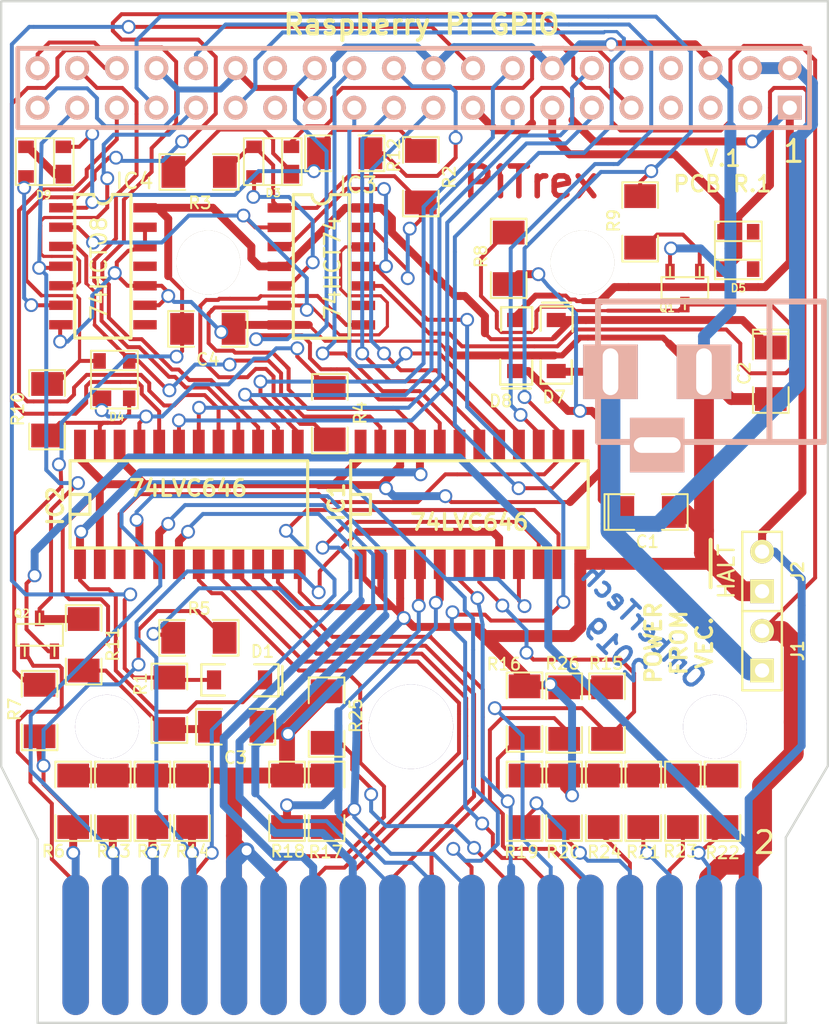
<source format=kicad_pcb>
(kicad_pcb (version 3) (host pcbnew "(22-Jun-2014 BZR 4027)-stable")

  (general
    (links 156)
    (no_connects 0)
    (area 110.426801 58.338601 189.1768 146.4536)
    (thickness 1.6)
    (drawings 79)
    (tracks 1442)
    (zones 0)
    (modules 54)
    (nets 71)
  )

  (page A4)
  (title_block 
    (title "PiTrex DISCRETE V. 1")
    (rev 0.9)
    (company OmberTech)
  )

  (layers
    (15 F.Cu signal)
    (0 B.Cu signal)
    (16 B.Adhes user)
    (17 F.Adhes user)
    (18 B.Paste user)
    (19 F.Paste user)
    (20 B.SilkS user)
    (21 F.SilkS user)
    (22 B.Mask user)
    (23 F.Mask user)
    (24 Dwgs.User user)
    (25 Cmts.User user)
    (26 Eco1.User user)
    (27 Eco2.User user hide)
    (28 Edge.Cuts user)
  )

  (setup
    (last_trace_width 0.254)
    (user_trace_width 0.2032)
    (user_trace_width 0.254)
    (user_trace_width 0.381)
    (user_trace_width 0.508)
    (user_trace_width 0.762)
    (user_trace_width 1.016)
    (user_trace_width 1.27)
    (user_trace_width 1.524)
    (trace_clearance 0.2032)
    (zone_clearance 0.508)
    (zone_45_only no)
    (trace_min 0.2032)
    (segment_width 0.254)
    (edge_width 0.15)
    (via_size 0.889)
    (via_drill 0.635)
    (via_min_size 0.889)
    (via_min_drill 0.508)
    (uvia_size 0.508)
    (uvia_drill 0.127)
    (uvias_allowed no)
    (uvia_min_size 0.508)
    (uvia_min_drill 0.127)
    (pcb_text_width 0.3)
    (pcb_text_size 1.5 1.5)
    (mod_edge_width 0.15)
    (mod_text_size 1.5 1.5)
    (mod_text_width 0.15)
    (pad_size 1.524 1.524)
    (pad_drill 0.9144)
    (pad_to_mask_clearance 0.2)
    (aux_axis_origin 0 0)
    (visible_elements 7FFFEF3F)
    (pcbplotparams
      (layerselection 524288)
      (usegerberextensions false)
      (excludeedgelayer false)
      (linewidth 0.100000)
      (plotframeref false)
      (viasonmask false)
      (mode 1)
      (useauxorigin false)
      (hpglpennumber 1)
      (hpglpenspeed 20)
      (hpglpendiameter 15)
      (hpglpenoverlay 2)
      (psnegative false)
      (psa4output false)
      (plotreference true)
      (plotvalue true)
      (plotothertext true)
      (plotinvisibletext false)
      (padsonsilk false)
      (subtractmaskfromsilk false)
      (outputformat 2)
      (mirror false)
      (drillshape 1)
      (scaleselection 1)
      (outputdirectory ""))
  )

  (net 0 "")
  (net 1 "#E")
  (net 2 "#HALT")
  (net 3 "#IRQ")
  (net 4 +5VP)
  (net 5 3V3)
  (net 6 5V-VEC)
  (net 7 A0)
  (net 8 A1)
  (net 9 A10)
  (net 10 A11)
  (net 11 A12)
  (net 12 A13)
  (net 13 A14)
  (net 14 A2)
  (net 15 A3)
  (net 16 A4)
  (net 17 A5)
  (net 18 A6)
  (net 19 A7)
  (net 20 A8)
  (net 21 A9)
  (net 22 D0)
  (net 23 D1)
  (net 24 D2)
  (net 25 D3)
  (net 26 D4)
  (net 27 D5)
  (net 28 D6)
  (net 29 D7)
  (net 30 GND)
  (net 31 IRQ)
  (net 32 N-0000012)
  (net 33 N-0000026)
  (net 34 N-0000032)
  (net 35 N-0000033)
  (net 36 N-0000035)
  (net 37 N-0000037)
  (net 38 N-0000039)
  (net 39 N-000004)
  (net 40 N-0000040)
  (net 41 N-0000043)
  (net 42 N-0000044)
  (net 43 N-0000045)
  (net 44 N-0000046)
  (net 45 N-0000047)
  (net 46 N-0000048)
  (net 47 N-0000049)
  (net 48 N-0000050)
  (net 49 N-0000051)
  (net 50 N-0000052)
  (net 51 N-0000053)
  (net 52 N-0000054)
  (net 53 N-0000055)
  (net 54 N-0000056)
  (net 55 N-0000057)
  (net 56 N-0000058)
  (net 57 N-0000059)
  (net 58 N-0000060)
  (net 59 N-0000061)
  (net 60 N-0000062)
  (net 61 N-0000063)
  (net 62 N-0000065)
  (net 63 N-0000066)
  (net 64 N-0000068)
  (net 65 N-0000069)
  (net 66 N-0000071)
  (net 67 N-0000072)
  (net 68 N-000009)
  (net 69 PB6)
  (net 70 R/#W)

  (net_class Default "This is the default net class."
    (clearance 0.2032)
    (trace_width 0.2032)
    (via_dia 0.889)
    (via_drill 0.635)
    (uvia_dia 0.508)
    (uvia_drill 0.127)
    (add_net "")
    (add_net "#E")
    (add_net "#HALT")
    (add_net "#IRQ")
    (add_net +5VP)
    (add_net 3V3)
    (add_net 5V-VEC)
    (add_net A0)
    (add_net A1)
    (add_net A10)
    (add_net A11)
    (add_net A12)
    (add_net A13)
    (add_net A14)
    (add_net A2)
    (add_net A3)
    (add_net A4)
    (add_net A5)
    (add_net A6)
    (add_net A7)
    (add_net A8)
    (add_net A9)
    (add_net D0)
    (add_net D1)
    (add_net D2)
    (add_net D3)
    (add_net D4)
    (add_net D5)
    (add_net D6)
    (add_net D7)
    (add_net GND)
    (add_net IRQ)
    (add_net N-0000012)
    (add_net N-0000026)
    (add_net N-0000032)
    (add_net N-0000033)
    (add_net N-0000035)
    (add_net N-0000037)
    (add_net N-0000039)
    (add_net N-000004)
    (add_net N-0000040)
    (add_net N-0000043)
    (add_net N-0000044)
    (add_net N-0000045)
    (add_net N-0000046)
    (add_net N-0000047)
    (add_net N-0000048)
    (add_net N-0000049)
    (add_net N-0000050)
    (add_net N-0000051)
    (add_net N-0000052)
    (add_net N-0000053)
    (add_net N-0000054)
    (add_net N-0000055)
    (add_net N-0000056)
    (add_net N-0000057)
    (add_net N-0000058)
    (add_net N-0000059)
    (add_net N-0000060)
    (add_net N-0000061)
    (add_net N-0000062)
    (add_net N-0000063)
    (add_net N-0000065)
    (add_net N-0000066)
    (add_net N-0000068)
    (add_net N-0000069)
    (add_net N-0000071)
    (add_net N-0000072)
    (add_net N-000009)
    (add_net PB6)
    (add_net R/#W)
  )

  (module 1pin (layer F.Cu) (tedit 5C9A18BD) (tstamp 5C940A7D)
    (at 156.9268 88.2536)
    (descr "module 1 pin (ou trou mecanique de percage)")
    (tags DEV)
    (path 1pin)
    (fp_text reference 1PIN (at 0 -3.048) (layer F.SilkS) hide
      (effects (font (size 1.016 1.016) (thickness 0.254)))
    )
    (fp_text value P*** (at 0 2.794) (layer F.SilkS) hide
      (effects (font (size 1.016 1.016) (thickness 0.254)))
    )
    (pad 1 thru_hole circle (at 0 0) (size 4.0894 4.0894) (drill 4.0894)
      (layers *.Cu *.Mask F.SilkS)
    )
  )

  (module 1pin (layer F.Cu) (tedit 5C9A18B6) (tstamp 5C940A67)
    (at 132.9268 88.2536)
    (descr "module 1 pin (ou trou mecanique de percage)")
    (tags DEV)
    (path 1pin)
    (fp_text reference 1PIN (at 0 -3.048) (layer F.SilkS) hide
      (effects (font (size 1.016 1.016) (thickness 0.254)))
    )
    (fp_text value P*** (at 0 2.794) (layer F.SilkS) hide
      (effects (font (size 1.016 1.016) (thickness 0.254)))
    )
    (pad 1 thru_hole circle (at 0 0) (size 4.0894 4.0894) (drill 4.0894)
      (layers *.Cu *.Mask F.SilkS)
    )
  )

  (module 1pin (layer F.Cu) (tedit 5C9A18AB) (tstamp 5C940A51)
    (at 165.4268 118.0036)
    (descr "module 1 pin (ou trou mecanique de percage)")
    (tags DEV)
    (path 1pin)
    (fp_text reference 1PIN (at 0 -3.048) (layer F.SilkS) hide
      (effects (font (size 1.016 1.016) (thickness 0.254)))
    )
    (fp_text value P*** (at 0 2.794) (layer F.SilkS) hide
      (effects (font (size 1.016 1.016) (thickness 0.254)))
    )
    (pad 1 thru_hole circle (at 0 0) (size 4.0894 4.0894) (drill 4.0894)
      (layers *.Cu)
    )
  )

  (module 1pin (layer F.Cu) (tedit 5C9A189C) (tstamp 5C940A5C)
    (at 126.4268 118.0036)
    (descr "module 1 pin (ou trou mecanique de percage)")
    (tags DEV)
    (path 1pin)
    (fp_text reference 1PIN (at 0 -3.048) (layer F.SilkS) hide
      (effects (font (size 1.016 1.016) (thickness 0.254)))
    )
    (fp_text value P*** (at 0 2.794) (layer F.SilkS) hide
      (effects (font (size 1.016 1.016) (thickness 0.254)))
    )
    (pad 1 thru_hole circle (at 0 0) (size 4.0894 4.0894) (drill 4.0894)
      (layers *.Cu)
    )
  )

  (module Vectrex_Cart_Edge_Conn   locked (layer F.Cu) (tedit 5C9A1526) (tstamp 5C9367B0)
    (at 146.0018 131.9836)
    (path /5B5F019E/5B5F07B0)
    (fp_text reference CONN2 (at 0 -2.54) (layer F.SilkS) hide
      (effects (font (size 1 1) (thickness 0.15)))
    )
    (fp_text value "VECTREX CART. CONN." (at 0 3.81) (layer F.SilkS) hide
      (effects (font (size 1 1) (thickness 0.15)))
    )
    (pad 2 connect oval (at 21.59 0) (size 1.7 9)
      (layers F.Cu)
      (net 6 5V-VEC)
    )
    (pad 3 connect oval (at 19.05 0) (size 1.7 9)
      (layers B.Cu)
      (net 19 A7)
    )
    (pad 4 connect oval (at 19.05 0) (size 1.7 9)
      (layers F.Cu)
      (net 6 5V-VEC)
    )
    (pad 5 connect oval (at 16.51 0) (size 1.7 9)
      (layers B.Cu)
      (net 18 A6)
    )
    (pad 1 connect oval (at 21.59 0) (size 1.7 9)
      (layers B.Cu)
      (net 2 "#HALT")
    )
    (pad 6 connect oval (at 16.51 0) (size 1.7 9)
      (layers F.Cu)
      (net 20 A8)
    )
    (pad 7 connect oval (at 13.97 0) (size 1.7 9)
      (layers B.Cu)
      (net 17 A5)
    )
    (pad 8 connect oval (at 13.97 0) (size 1.7 9)
      (layers F.Cu)
      (net 21 A9)
    )
    (pad 9 connect oval (at 11.43 0) (size 1.7 9)
      (layers B.Cu)
      (net 16 A4)
    )
    (pad 10 connect oval (at 11.43 0) (size 1.7 9)
      (layers F.Cu)
      (net 10 A11)
    )
    (pad 11 connect oval (at 8.89 0) (size 1.7 9)
      (layers B.Cu)
      (net 15 A3)
    )
    (pad 12 connect oval (at 8.89 0) (size 1.7 9)
      (layers F.Cu)
      (net 1 "#E")
    )
    (pad 13 connect oval (at 6.35 0) (size 1.7 9)
      (layers B.Cu)
      (net 14 A2)
    )
    (pad 14 connect oval (at 6.35 0) (size 1.7 9)
      (layers F.Cu)
      (net 9 A10)
    )
    (pad 15 connect oval (at 3.81 0) (size 1.7 9)
      (layers B.Cu)
      (net 8 A1)
    )
    (pad 16 connect oval (at 3.81 0) (size 1.7 9)
      (layers F.Cu)
      (net 13 A14)
    )
    (pad 17 connect oval (at 1.27 0) (size 1.7 9)
      (layers B.Cu)
      (net 7 A0)
    )
    (pad 18 connect oval (at 1.27 0) (size 1.7 9)
      (layers F.Cu)
      (net 29 D7)
    )
    (pad 19 connect oval (at -1.27 0) (size 1.7 9)
      (layers B.Cu)
      (net 22 D0)
    )
    (pad 20 connect oval (at -1.27 0) (size 1.7 9)
      (layers F.Cu)
      (net 28 D6)
    )
    (pad 21 connect oval (at -3.81 0) (size 1.7 9)
      (layers B.Cu)
      (net 23 D1)
    )
    (pad 22 connect oval (at -3.81 0) (size 1.7 9)
      (layers F.Cu)
      (net 27 D5)
    )
    (pad 23 connect oval (at -6.35 0) (size 1.7 9)
      (layers B.Cu)
      (net 24 D2)
    )
    (pad 24 connect oval (at -6.35 0) (size 1.7 9)
      (layers F.Cu)
      (net 26 D4)
    )
    (pad 25 connect oval (at -8.89 0) (size 1.7 9)
      (layers B.Cu)
      (net 30 GND)
    )
    (pad 26 connect oval (at -8.89 0) (size 1.7 9)
      (layers F.Cu)
      (net 25 D3)
    )
    (pad 27 connect oval (at -11.43 0) (size 1.7 9)
      (layers B.Cu)
      (net 30 GND)
    )
    (pad 28 connect oval (at -11.43 0) (size 1.7 9)
      (layers F.Cu)
      (net 30 GND)
    )
    (pad 29 connect oval (at -13.97 0) (size 1.7 9)
      (layers B.Cu)
      (net 11 A12)
    )
    (pad 30 connect oval (at -13.97 0) (size 1.7 9)
      (layers F.Cu)
      (net 70 R/#W)
    )
    (pad 31 connect oval (at -16.51 0) (size 1.7 9)
      (layers B.Cu)
      (net 12 A13)
    )
    (pad 32 connect oval (at -16.51 0) (size 1.7 9)
      (layers F.Cu)
    )
    (pad 33 connect oval (at -19.05 0) (size 1.7 9)
      (layers B.Cu)
      (net 13 A14)
    )
    (pad 34 connect oval (at -19.05 0) (size 1.7 9)
      (layers F.Cu)
    )
    (pad 35 connect oval (at -21.59 0) (size 1.7 9)
      (layers B.Cu)
      (net 69 PB6)
    )
    (pad 36 connect oval (at -21.59 0) (size 1.7 9)
      (layers F.Cu)
      (net 3 "#IRQ")
    )
  )

  (module 1pin (layer F.Cu) (tedit 5C9A0E52) (tstamp 5C940A40)
    (at 145.9268 118.0036)
    (descr "module 1 pin (ou trou mecanique de percage)")
    (tags DEV)
    (path 1pin)
    (fp_text reference 1PIN (at 0 -3.048) (layer F.SilkS) hide
      (effects (font (size 1.016 1.016) (thickness 0.254)))
    )
    (fp_text value P*** (at 0 2.794) (layer F.SilkS) hide
      (effects (font (size 1.016 1.016) (thickness 0.254)))
    )
    (pad 1 thru_hole circle (at 0 0) (size 5.4102 5.4102) (drill 5.4102)
      (layers *.Cu)
    )
  )

  (module SOIC24_widepad   placed (layer F.Cu) (tedit 5C9A1870) (tstamp 5C936837)
    (at 131.6768 103.7536)
    (path /5B5B4C4A)
    (attr smd)
    (fp_text reference IC2 (at -8.563 0.107 90) (layer F.SilkS)
      (effects (font (size 1.016 1.016) (thickness 0.2032)))
    )
    (fp_text value 74LVC646 (at -0.054 -1.036) (layer F.SilkS)
      (effects (font (size 1.016 1.016) (thickness 0.2032)))
    )
    (fp_line (start 7.62 -2.794) (end 7.62 2.794) (layer F.SilkS) (width 0.2032))
    (fp_line (start -7.62 -2.794) (end -7.62 2.794) (layer F.SilkS) (width 0.2032))
    (fp_line (start 7.62 -2.794) (end -7.62 -2.794) (layer F.SilkS) (width 0.2032))
    (fp_line (start -7.62 -0.635) (end -6.35 -0.635) (layer F.SilkS) (width 0.2032))
    (fp_line (start -6.35 -0.635) (end -6.35 0.635) (layer F.SilkS) (width 0.2032))
    (fp_line (start -6.35 0.635) (end -7.62 0.635) (layer F.SilkS) (width 0.2032))
    (fp_line (start -7.62 2.794) (end 7.62 2.794) (layer F.SilkS) (width 0.2032))
    (pad 1 smd rect (at -6.985 3.81) (size 0.762 1.95)
      (layers F.Cu F.Paste F.Mask)
      (net 60 N-0000062)
    )
    (pad 2 smd rect (at -5.715 3.81) (size 0.762 1.95)
      (layers F.Cu F.Paste F.Mask)
      (net 5 3V3)
    )
    (pad 3 smd rect (at -4.445 3.81) (size 0.762 1.95)
      (layers F.Cu F.Paste F.Mask)
      (net 68 N-000009)
    )
    (pad 4 smd rect (at -3.175 3.81) (size 0.762 1.95)
      (layers F.Cu F.Paste F.Mask)
      (net 22 D0)
    )
    (pad 5 smd rect (at -1.905 3.81) (size 0.762 1.95)
      (layers F.Cu F.Paste F.Mask)
      (net 23 D1)
    )
    (pad 6 smd rect (at -0.635 3.81) (size 0.762 1.95)
      (layers F.Cu F.Paste F.Mask)
      (net 24 D2)
    )
    (pad 7 smd rect (at 0.635 3.81) (size 0.762 1.95)
      (layers F.Cu F.Paste F.Mask)
      (net 25 D3)
    )
    (pad 8 smd rect (at 1.905 3.81) (size 0.762 1.95)
      (layers F.Cu F.Paste F.Mask)
      (net 26 D4)
    )
    (pad 9 smd rect (at 3.175 3.81) (size 0.762 1.95)
      (layers F.Cu F.Paste F.Mask)
      (net 27 D5)
    )
    (pad 10 smd rect (at 4.445 3.81) (size 0.762 1.95)
      (layers F.Cu F.Paste F.Mask)
      (net 28 D6)
    )
    (pad 11 smd rect (at 5.715 3.81) (size 0.762 1.95)
      (layers F.Cu F.Paste F.Mask)
      (net 29 D7)
    )
    (pad 12 smd rect (at 7.112 3.81) (size 0.762 1.95)
      (layers F.Cu F.Paste F.Mask)
      (net 30 GND)
    )
    (pad 24 smd rect (at -6.985 -3.81) (size 0.762 1.95)
      (layers F.Cu F.Paste F.Mask)
      (net 5 3V3)
    )
    (pad 23 smd rect (at -5.715 -3.81) (size 0.762 1.95)
      (layers F.Cu F.Paste F.Mask)
      (net 56 N-0000058)
    )
    (pad 22 smd rect (at -4.445 -3.81) (size 0.762 1.95)
      (layers F.Cu F.Paste F.Mask)
      (net 5 3V3)
    )
    (pad 21 smd rect (at -3.175 -3.81) (size 0.762 1.95)
      (layers F.Cu F.Paste F.Mask)
      (net 32 N-0000012)
    )
    (pad 20 smd rect (at -1.905 -3.81) (size 0.762 1.95)
      (layers F.Cu F.Paste F.Mask)
      (net 49 N-0000051)
    )
    (pad 19 smd rect (at -0.635 -3.81) (size 0.762 1.95)
      (layers F.Cu F.Paste F.Mask)
      (net 41 N-0000043)
    )
    (pad 18 smd rect (at 0.635 -3.81) (size 0.762 1.95)
      (layers F.Cu F.Paste F.Mask)
      (net 50 N-0000052)
    )
    (pad 17 smd rect (at 1.905 -3.81) (size 0.762 1.95)
      (layers F.Cu F.Paste F.Mask)
      (net 51 N-0000053)
    )
    (pad 16 smd rect (at 3.175 -3.81) (size 0.762 1.95)
      (layers F.Cu F.Paste F.Mask)
      (net 52 N-0000054)
    )
    (pad 15 smd rect (at 4.445 -3.81) (size 0.762 1.95)
      (layers F.Cu F.Paste F.Mask)
      (net 53 N-0000055)
    )
    (pad 14 smd rect (at 5.715 -3.81) (size 0.762 1.95)
      (layers F.Cu F.Paste F.Mask)
      (net 54 N-0000056)
    )
    (pad 13 smd rect (at 6.985 -3.81) (size 0.762 1.95)
      (layers F.Cu F.Paste F.Mask)
      (net 55 N-0000057)
    )
    (model smd/cms_soj24.wrl
      (at (xyz 0 0 0))
      (scale (xyz 0.5 0.6 0.5))
      (rotate (xyz 0 0 0))
    )
  )

  (module sot23   placed (layer F.Cu) (tedit 5C9A1742) (tstamp 5C9367BE)
    (at 122.0978 112.1156)
    (descr SOT23)
    (path /5B5B8227)
    (attr smd)
    (fp_text reference Q2 (at -1.143 -1.3716) (layer F.SilkS)
      (effects (font (size 0.50038 0.50038) (thickness 0.09906)))
    )
    (fp_text value BC848 (at 0 0.09906) (layer F.SilkS) hide
      (effects (font (size 0.50038 0.50038) (thickness 0.09906)))
    )
    (fp_line (start 0.9525 0.6985) (end 0.9525 1.3589) (layer F.SilkS) (width 0.127))
    (fp_line (start -0.9525 0.6985) (end -0.9525 1.3589) (layer F.SilkS) (width 0.127))
    (fp_line (start 0 -0.6985) (end 0 -1.3589) (layer F.SilkS) (width 0.127))
    (fp_line (start -1.4986 -0.6985) (end 1.4986 -0.6985) (layer F.SilkS) (width 0.127))
    (fp_line (start 1.4986 -0.6985) (end 1.4986 0.6985) (layer F.SilkS) (width 0.127))
    (fp_line (start 1.4986 0.6985) (end -1.4986 0.6985) (layer F.SilkS) (width 0.127))
    (fp_line (start -1.4986 0.6985) (end -1.4986 -0.6985) (layer F.SilkS) (width 0.127))
    (pad 1 smd rect (at -0.9525 1.05664) (size 0.59944 1.00076)
      (layers F.Cu F.Paste F.Mask)
      (net 3 "#IRQ")
    )
    (pad 2 smd rect (at 0 -1.05664) (size 0.59944 1.00076)
      (layers F.Cu F.Paste F.Mask)
      (net 31 IRQ)
    )
    (pad 3 smd rect (at 0.9525 1.05664) (size 0.59944 1.00076)
      (layers F.Cu F.Paste F.Mask)
      (net 2 "#HALT")
    )
    (model smd/smd_transistors/sot23.wrl
      (at (xyz 0 0 0))
      (scale (xyz 1 1 1))
      (rotate (xyz 0 0 0))
    )
  )

  (module sot23   placed (layer F.Cu) (tedit 5C9A1770) (tstamp 5C9367CC)
    (at 163.4998 89.8906 180)
    (descr SOT23)
    (path /5B5B5822)
    (attr smd)
    (fp_text reference Q1 (at 1.143 -1.27 180) (layer F.SilkS)
      (effects (font (size 0.50038 0.50038) (thickness 0.09906)))
    )
    (fp_text value BC848 (at 0 0.09906 180) (layer F.SilkS) hide
      (effects (font (size 0.50038 0.50038) (thickness 0.09906)))
    )
    (fp_line (start 0.9525 0.6985) (end 0.9525 1.3589) (layer F.SilkS) (width 0.127))
    (fp_line (start -0.9525 0.6985) (end -0.9525 1.3589) (layer F.SilkS) (width 0.127))
    (fp_line (start 0 -0.6985) (end 0 -1.3589) (layer F.SilkS) (width 0.127))
    (fp_line (start -1.4986 -0.6985) (end 1.4986 -0.6985) (layer F.SilkS) (width 0.127))
    (fp_line (start 1.4986 -0.6985) (end 1.4986 0.6985) (layer F.SilkS) (width 0.127))
    (fp_line (start 1.4986 0.6985) (end -1.4986 0.6985) (layer F.SilkS) (width 0.127))
    (fp_line (start -1.4986 0.6985) (end -1.4986 -0.6985) (layer F.SilkS) (width 0.127))
    (pad 1 smd rect (at -0.9525 1.05664 180) (size 0.59944 1.00076)
      (layers F.Cu F.Paste F.Mask)
      (net 64 N-0000068)
    )
    (pad 2 smd rect (at 0 -1.05664 180) (size 0.59944 1.00076)
      (layers F.Cu F.Paste F.Mask)
      (net 34 N-0000032)
    )
    (pad 3 smd rect (at 0.9525 1.05664 180) (size 0.59944 1.00076)
      (layers F.Cu F.Paste F.Mask)
      (net 30 GND)
    )
    (model smd/smd_transistors/sot23.wrl
      (at (xyz 0 0 0))
      (scale (xyz 1 1 1))
      (rotate (xyz 0 0 0))
    )
  )

  (module sot143B   placed (layer F.Cu) (tedit 5C9A18E5) (tstamp 5C9367DE)
    (at 126.8984 95.758)
    (descr SOT143B)
    (path /5B5EFE7F)
    (attr smd)
    (fp_text reference D4 (at 0.1524 2.3876) (layer F.SilkS)
      (effects (font (size 0.50038 0.50038) (thickness 0.09906)))
    )
    (fp_text value BAS28 (at -0.0508 0.0508) (layer F.SilkS) hide
      (effects (font (size 0.50038 0.50038) (thickness 0.09906)))
    )
    (fp_line (start 1.50114 1.84912) (end -1.50114 1.84912) (layer F.SilkS) (width 0.11938))
    (fp_line (start -1.50114 1.84912) (end -1.50114 0.59944) (layer F.SilkS) (width 0.11938))
    (fp_line (start 1.50114 0.59944) (end 1.50114 1.84912) (layer F.SilkS) (width 0.11938))
    (fp_line (start -1.50114 -0.59944) (end -1.50114 -1.84912) (layer F.SilkS) (width 0.11938))
    (fp_line (start -1.50114 -1.84912) (end 1.50114 -1.84912) (layer F.SilkS) (width 0.11938))
    (fp_line (start 1.50114 -1.84912) (end 1.50114 -0.59944) (layer F.SilkS) (width 0.11938))
    (fp_line (start -1.50114 -0.59944) (end -1.50114 0.59944) (layer F.SilkS) (width 0.11938))
    (fp_line (start 1.50114 -0.59944) (end 1.50114 0.59944) (layer F.SilkS) (width 0.11938))
    (fp_line (start -1.4986 -0.5969) (end 1.4986 -0.5969) (layer F.SilkS) (width 0.127))
    (fp_line (start 1.4986 0.5969) (end -1.4986 0.5969) (layer F.SilkS) (width 0.127))
    (pad 1 smd rect (at -0.8001 1.19888) (size 1.19888 1.00076)
      (layers F.Cu F.Paste F.Mask)
      (net 32 N-0000012)
    )
    (pad 3 smd rect (at 0.94996 -1.19888) (size 0.8001 1.00076)
      (layers F.Cu F.Paste F.Mask)
      (net 57 N-0000059)
    )
    (pad 2 smd rect (at 0.94996 1.19888) (size 0.8001 1.00076)
      (layers F.Cu F.Paste F.Mask)
      (net 56 N-0000058)
    )
    (pad 4 smd rect (at -0.94996 -1.19888) (size 0.8001 1.00076)
      (layers F.Cu F.Paste F.Mask)
      (net 33 N-0000026)
    )
    (model smd/smd_transistors/sot143b.wrl
      (at (xyz 0 0 0))
      (scale (xyz 1 1 1))
      (rotate (xyz 0 0 0))
    )
  )

  (module sot143B   placed (layer F.Cu) (tedit 5C9A18F4) (tstamp 5C9367F0)
    (at 166.9288 87.4776)
    (descr SOT143B)
    (path /5C90D609)
    (attr smd)
    (fp_text reference D5 (at 0 2.413) (layer F.SilkS)
      (effects (font (size 0.50038 0.50038) (thickness 0.09906)))
    )
    (fp_text value BAS28 (at 0 0) (layer F.SilkS) hide
      (effects (font (size 0.50038 0.50038) (thickness 0.09906)))
    )
    (fp_line (start 1.50114 1.84912) (end -1.50114 1.84912) (layer F.SilkS) (width 0.11938))
    (fp_line (start -1.50114 1.84912) (end -1.50114 0.59944) (layer F.SilkS) (width 0.11938))
    (fp_line (start 1.50114 0.59944) (end 1.50114 1.84912) (layer F.SilkS) (width 0.11938))
    (fp_line (start -1.50114 -0.59944) (end -1.50114 -1.84912) (layer F.SilkS) (width 0.11938))
    (fp_line (start -1.50114 -1.84912) (end 1.50114 -1.84912) (layer F.SilkS) (width 0.11938))
    (fp_line (start 1.50114 -1.84912) (end 1.50114 -0.59944) (layer F.SilkS) (width 0.11938))
    (fp_line (start -1.50114 -0.59944) (end -1.50114 0.59944) (layer F.SilkS) (width 0.11938))
    (fp_line (start 1.50114 -0.59944) (end 1.50114 0.59944) (layer F.SilkS) (width 0.11938))
    (fp_line (start -1.4986 -0.5969) (end 1.4986 -0.5969) (layer F.SilkS) (width 0.127))
    (fp_line (start 1.4986 0.5969) (end -1.4986 0.5969) (layer F.SilkS) (width 0.127))
    (pad 1 smd rect (at -0.8001 1.19888) (size 1.19888 1.00076)
      (layers F.Cu F.Paste F.Mask)
      (net 2 "#HALT")
    )
    (pad 3 smd rect (at 0.94996 -1.19888) (size 0.8001 1.00076)
      (layers F.Cu F.Paste F.Mask)
    )
    (pad 2 smd rect (at 0.94996 1.19888) (size 0.8001 1.00076)
      (layers F.Cu F.Paste F.Mask)
    )
    (pad 4 smd rect (at -0.94996 -1.19888) (size 0.8001 1.00076)
      (layers F.Cu F.Paste F.Mask)
      (net 67 N-0000072)
    )
    (model smd/smd_transistors/sot143b.wrl
      (at (xyz 0 0 0))
      (scale (xyz 1 1 1))
      (rotate (xyz 0 0 0))
    )
  )

  (module sot143B   placed (layer F.Cu) (tedit 5C9A17C2) (tstamp 5C936802)
    (at 122.428 81.788 90)
    (descr SOT143B)
    (path /5C8BEF6C)
    (attr smd)
    (fp_text reference D9 (at -2.1336 -0.0762 180) (layer F.SilkS)
      (effects (font (size 0.50038 0.50038) (thickness 0.09906)))
    )
    (fp_text value BAS28 (at 0 0 90) (layer F.SilkS) hide
      (effects (font (size 0.50038 0.50038) (thickness 0.09906)))
    )
    (fp_line (start 1.50114 1.84912) (end -1.50114 1.84912) (layer F.SilkS) (width 0.11938))
    (fp_line (start -1.50114 1.84912) (end -1.50114 0.59944) (layer F.SilkS) (width 0.11938))
    (fp_line (start 1.50114 0.59944) (end 1.50114 1.84912) (layer F.SilkS) (width 0.11938))
    (fp_line (start -1.50114 -0.59944) (end -1.50114 -1.84912) (layer F.SilkS) (width 0.11938))
    (fp_line (start -1.50114 -1.84912) (end 1.50114 -1.84912) (layer F.SilkS) (width 0.11938))
    (fp_line (start 1.50114 -1.84912) (end 1.50114 -0.59944) (layer F.SilkS) (width 0.11938))
    (fp_line (start -1.50114 -0.59944) (end -1.50114 0.59944) (layer F.SilkS) (width 0.11938))
    (fp_line (start 1.50114 -0.59944) (end 1.50114 0.59944) (layer F.SilkS) (width 0.11938))
    (fp_line (start -1.4986 -0.5969) (end 1.4986 -0.5969) (layer F.SilkS) (width 0.127))
    (fp_line (start 1.4986 0.5969) (end -1.4986 0.5969) (layer F.SilkS) (width 0.127))
    (pad 1 smd rect (at -0.8001 1.19888 90) (size 1.19888 1.00076)
      (layers F.Cu F.Paste F.Mask)
      (net 66 N-0000071)
    )
    (pad 3 smd rect (at 0.94996 -1.19888 90) (size 0.8001 1.00076)
      (layers F.Cu F.Paste F.Mask)
      (net 66 N-0000071)
    )
    (pad 2 smd rect (at 0.94996 1.19888 90) (size 0.8001 1.00076)
      (layers F.Cu F.Paste F.Mask)
      (net 37 N-0000037)
    )
    (pad 4 smd rect (at -0.94996 -1.19888 90) (size 0.8001 1.00076)
      (layers F.Cu F.Paste F.Mask)
      (net 36 N-0000035)
    )
    (model smd/smd_transistors/sot143b.wrl
      (at (xyz 0 0 0))
      (scale (xyz 1 1 1))
      (rotate (xyz 0 0 0))
    )
  )

  (module sot143B   placed (layer F.Cu) (tedit 5C9A17D4) (tstamp 5C936814)
    (at 137.0584 81.788 90)
    (descr SOT143B)
    (path /5B5EFE10)
    (attr smd)
    (fp_text reference D3 (at -2.0066 0.0254 180) (layer F.SilkS)
      (effects (font (size 0.50038 0.50038) (thickness 0.09906)))
    )
    (fp_text value BAS28 (at 0 0 90) (layer F.SilkS) hide
      (effects (font (size 0.50038 0.50038) (thickness 0.09906)))
    )
    (fp_line (start 1.50114 1.84912) (end -1.50114 1.84912) (layer F.SilkS) (width 0.11938))
    (fp_line (start -1.50114 1.84912) (end -1.50114 0.59944) (layer F.SilkS) (width 0.11938))
    (fp_line (start 1.50114 0.59944) (end 1.50114 1.84912) (layer F.SilkS) (width 0.11938))
    (fp_line (start -1.50114 -0.59944) (end -1.50114 -1.84912) (layer F.SilkS) (width 0.11938))
    (fp_line (start -1.50114 -1.84912) (end 1.50114 -1.84912) (layer F.SilkS) (width 0.11938))
    (fp_line (start 1.50114 -1.84912) (end 1.50114 -0.59944) (layer F.SilkS) (width 0.11938))
    (fp_line (start -1.50114 -0.59944) (end -1.50114 0.59944) (layer F.SilkS) (width 0.11938))
    (fp_line (start 1.50114 -0.59944) (end 1.50114 0.59944) (layer F.SilkS) (width 0.11938))
    (fp_line (start -1.4986 -0.5969) (end 1.4986 -0.5969) (layer F.SilkS) (width 0.127))
    (fp_line (start 1.4986 0.5969) (end -1.4986 0.5969) (layer F.SilkS) (width 0.127))
    (pad 1 smd rect (at -0.8001 1.19888 90) (size 1.19888 1.00076)
      (layers F.Cu F.Paste F.Mask)
      (net 59 N-0000061)
    )
    (pad 3 smd rect (at 0.94996 -1.19888 90) (size 0.8001 1.00076)
      (layers F.Cu F.Paste F.Mask)
      (net 38 N-0000039)
    )
    (pad 2 smd rect (at 0.94996 1.19888 90) (size 0.8001 1.00076)
      (layers F.Cu F.Paste F.Mask)
      (net 6 5V-VEC)
    )
    (pad 4 smd rect (at -0.94996 -1.19888 90) (size 0.8001 1.00076)
      (layers F.Cu F.Paste F.Mask)
      (net 58 N-0000060)
    )
    (model smd/smd_transistors/sot143b.wrl
      (at (xyz 0 0 0))
      (scale (xyz 1 1 1))
      (rotate (xyz 0 0 0))
    )
  )

  (module SOIC-14_Narrow   placed (layer F.Cu) (tedit 5C9A1832) (tstamp 5C936873)
    (at 140.1768 88.5036 270)
    (descr "module CMS SOJ 14 pins etroit")
    (tags "CMS SOJ")
    (path /5B5B4CF0)
    (attr smd)
    (fp_text reference IC3 (at -5.217 -2.368 360) (layer F.SilkS)
      (effects (font (size 1 1) (thickness 0.15)))
    )
    (fp_text value 74HCT74 (at 0.117 -0.717 270) (layer F.SilkS)
      (effects (font (size 1 1) (thickness 0.15)))
    )
    (fp_line (start -4.6 0.6) (end -4.6 1.8) (layer F.SilkS) (width 0.2))
    (fp_line (start -4.6 -1.8) (end -4.6 -0.6) (layer F.SilkS) (width 0.2))
    (fp_arc (start -4.6 0) (end -4 0) (angle 90) (layer F.SilkS) (width 0.2))
    (fp_arc (start -4.6 0) (end -4.6 -0.6) (angle 90) (layer F.SilkS) (width 0.2))
    (fp_line (start -4.6 -1.8) (end 4.6 -1.8) (layer F.SilkS) (width 0.2))
    (fp_line (start 4.6 -1.8) (end 4.6 1.8) (layer F.SilkS) (width 0.2))
    (fp_line (start 4.6 1.8) (end -4.6 1.8) (layer F.SilkS) (width 0.2))
    (pad 1 smd rect (at -3.75 2.7 270) (size 0.6 1.5)
      (layers F.Cu F.Paste F.Mask)
      (net 38 N-0000039)
    )
    (pad 2 smd rect (at -2.5 2.7 270) (size 0.6 1.5)
      (layers F.Cu F.Paste F.Mask)
      (net 60 N-0000062)
    )
    (pad 3 smd rect (at -1.27 2.70002 270) (size 0.6 1.5)
      (layers F.Cu F.Paste F.Mask)
      (net 1 "#E")
    )
    (pad 4 smd rect (at 0 2.7 270) (size 0.6 1.5)
      (layers F.Cu F.Paste F.Mask)
      (net 4 +5VP)
    )
    (pad 5 smd rect (at 1.25 2.7 270) (size 0.6 1.5)
      (layers F.Cu F.Paste F.Mask)
      (net 58 N-0000060)
    )
    (pad 6 smd rect (at 2.5 2.7 270) (size 0.6 1.5)
      (layers F.Cu F.Paste F.Mask)
      (net 60 N-0000062)
    )
    (pad 7 smd rect (at 3.75 2.7 270) (size 0.6 1.5)
      (layers F.Cu F.Paste F.Mask)
      (net 30 GND)
    )
    (pad 8 smd rect (at 3.75 -2.7 270) (size 0.6 1.5)
      (layers F.Cu F.Paste F.Mask)
      (net 61 N-0000063)
    )
    (pad 9 smd rect (at 2.5 -2.7 270) (size 0.6 1.5)
      (layers F.Cu F.Paste F.Mask)
    )
    (pad 10 smd rect (at 1.25 -2.7 270) (size 0.6 1.5)
      (layers F.Cu F.Paste F.Mask)
      (net 34 N-0000032)
    )
    (pad 11 smd rect (at 0 -2.7 270) (size 0.6 1.5)
      (layers F.Cu F.Paste F.Mask)
      (net 1 "#E")
    )
    (pad 12 smd rect (at -1.25 -2.7 270) (size 0.6 1.5)
      (layers F.Cu F.Paste F.Mask)
      (net 60 N-0000062)
    )
    (pad 13 smd rect (at -2.5 -2.7 270) (size 0.6 1.5)
      (layers F.Cu F.Paste F.Mask)
      (net 38 N-0000039)
    )
    (pad 14 smd rect (at -3.75 -2.7 270) (size 0.6 1.5)
      (layers F.Cu F.Paste F.Mask)
      (net 4 +5VP)
    )
    (model smd/cms_so14.wrl
      (at (xyz 0 0 0))
      (scale (xyz 0.5 0.3 0.5))
      (rotate (xyz 0 0 0))
    )
  )

  (module SOIC-14_Narrow   placed (layer F.Cu) (tedit 5C9A1837) (tstamp 5C93FEC2)
    (at 126.1618 88.4936 270)
    (descr "module CMS SOJ 14 pins etroit")
    (tags "CMS SOJ")
    (path /5B5B52C0)
    (attr smd)
    (fp_text reference IC4 (at -5.461 -2.032 360) (layer F.SilkS)
      (effects (font (size 1 1) (thickness 0.15)))
    )
    (fp_text value 74HCT08 (at 0.127 0.254 270) (layer F.SilkS)
      (effects (font (size 1 1) (thickness 0.15)))
    )
    (fp_line (start -4.6 0.6) (end -4.6 1.8) (layer F.SilkS) (width 0.2))
    (fp_line (start -4.6 -1.8) (end -4.6 -0.6) (layer F.SilkS) (width 0.2))
    (fp_arc (start -4.6 0) (end -4 0) (angle 90) (layer F.SilkS) (width 0.2))
    (fp_arc (start -4.6 0) (end -4.6 -0.6) (angle 90) (layer F.SilkS) (width 0.2))
    (fp_line (start -4.6 -1.8) (end 4.6 -1.8) (layer F.SilkS) (width 0.2))
    (fp_line (start 4.6 -1.8) (end 4.6 1.8) (layer F.SilkS) (width 0.2))
    (fp_line (start 4.6 1.8) (end -4.6 1.8) (layer F.SilkS) (width 0.2))
    (pad 1 smd rect (at -3.75 2.7 270) (size 0.6 1.5)
      (layers F.Cu F.Paste F.Mask)
      (net 37 N-0000037)
    )
    (pad 2 smd rect (at -2.5 2.7 270) (size 0.6 1.5)
      (layers F.Cu F.Paste F.Mask)
      (net 60 N-0000062)
    )
    (pad 3 smd rect (at -1.27254 2.70256 270) (size 0.6 1.5)
      (layers F.Cu F.Paste F.Mask)
      (net 57 N-0000059)
    )
    (pad 4 smd rect (at 0 2.7 270) (size 0.6 1.5)
      (layers F.Cu F.Paste F.Mask)
      (net 31 IRQ)
    )
    (pad 5 smd rect (at 1.25 2.7 270) (size 0.6 1.5)
      (layers F.Cu F.Paste F.Mask)
      (net 35 N-0000033)
    )
    (pad 6 smd rect (at 2.5 2.7 270) (size 0.6 1.5)
      (layers F.Cu F.Paste F.Mask)
      (net 36 N-0000035)
    )
    (pad 7 smd rect (at 3.75 2.7 270) (size 0.6 1.5)
      (layers F.Cu F.Paste F.Mask)
      (net 30 GND)
    )
    (pad 8 smd rect (at 3.75 -2.7 270) (size 0.6 1.5)
      (layers F.Cu F.Paste F.Mask)
    )
    (pad 9 smd rect (at 2.5 -2.7 270) (size 0.6 1.5)
      (layers F.Cu F.Paste F.Mask)
      (net 30 GND)
    )
    (pad 10 smd rect (at 1.25 -2.7 270) (size 0.6 1.5)
      (layers F.Cu F.Paste F.Mask)
      (net 30 GND)
    )
    (pad 11 smd rect (at 0 -2.7 270) (size 0.6 1.5)
      (layers F.Cu F.Paste F.Mask)
    )
    (pad 12 smd rect (at -1.25 -2.7 270) (size 0.6 1.5)
      (layers F.Cu F.Paste F.Mask)
      (net 30 GND)
    )
    (pad 13 smd rect (at -2.5 -2.7 270) (size 0.6 1.5)
      (layers F.Cu F.Paste F.Mask)
      (net 30 GND)
    )
    (pad 14 smd rect (at -3.75 -2.7 270) (size 0.6 1.5)
      (layers F.Cu F.Paste F.Mask)
      (net 4 +5VP)
    )
    (model smd/cms_so14.wrl
      (at (xyz 0 0 0))
      (scale (xyz 0.5 0.3 0.5))
      (rotate (xyz 0 0 0))
    )
  )

  (module SOD-123   placed (layer F.Cu) (tedit 5C9A191F) (tstamp 5C93689C)
    (at 134.9268 115.0036 270)
    (path /5B5B5C0D)
    (fp_text reference D1 (at -1.8212 -1.4712 360) (layer F.SilkS)
      (effects (font (size 0.762 0.762) (thickness 0.127)))
    )
    (fp_text value BAT54 (at 0 0 270) (layer F.SilkS) hide
      (effects (font (size 1 1) (thickness 0.15)))
    )
    (fp_line (start -0.85 -2.75) (end -0.9 -2.75) (layer F.SilkS) (width 0.15))
    (fp_line (start 0.95 -2.75) (end -0.8 -2.75) (layer F.SilkS) (width 0.15))
    (fp_line (start -0.8 -2.75) (end -0.85 -2.75) (layer F.SilkS) (width 0.15))
    (fp_line (start -0.9 2.45) (end -1 2.45) (layer F.SilkS) (width 0.15))
    (fp_line (start -1 2.45) (end -1 0.95) (layer F.SilkS) (width 0.15))
    (fp_line (start 1 0.95) (end 1 2.45) (layer F.SilkS) (width 0.15))
    (fp_line (start 1 2.45) (end -0.95 2.45) (layer F.SilkS) (width 0.15))
    (fp_line (start -1 -2.5) (end -1 -0.95) (layer F.SilkS) (width 0.15))
    (fp_line (start -0.95 -2.5) (end 1.05 -2.5) (layer F.SilkS) (width 0.15))
    (fp_line (start 1.05 -2.5) (end 1.05 -0.9) (layer F.SilkS) (width 0.15))
    (pad 2 smd rect (at 0 -1.635 270) (size 1.22 0.91)
      (layers F.Cu F.Paste F.Mask)
      (net 60 N-0000062)
    )
    (pad 1 smd rect (at 0 1.635 270) (size 1.22 0.91)
      (layers F.Cu F.Paste F.Mask)
      (net 62 N-0000065)
    )
  )

  (module SOD-123   placed (layer F.Cu) (tedit 5C9A1938) (tstamp 5C9368AC)
    (at 152.7048 93.5736 180)
    (path /5B5B4D9E)
    (fp_text reference D8 (at 1.016 -3.556 180) (layer F.SilkS)
      (effects (font (size 0.762 0.762) (thickness 0.127)))
    )
    (fp_text value SD103 (at 0 0 180) (layer F.SilkS) hide
      (effects (font (size 1 1) (thickness 0.15)))
    )
    (fp_line (start -0.85 -2.75) (end -0.9 -2.75) (layer F.SilkS) (width 0.15))
    (fp_line (start 0.95 -2.75) (end -0.8 -2.75) (layer F.SilkS) (width 0.15))
    (fp_line (start -0.8 -2.75) (end -0.85 -2.75) (layer F.SilkS) (width 0.15))
    (fp_line (start -0.9 2.45) (end -1 2.45) (layer F.SilkS) (width 0.15))
    (fp_line (start -1 2.45) (end -1 0.95) (layer F.SilkS) (width 0.15))
    (fp_line (start 1 0.95) (end 1 2.45) (layer F.SilkS) (width 0.15))
    (fp_line (start 1 2.45) (end -0.95 2.45) (layer F.SilkS) (width 0.15))
    (fp_line (start -1 -2.5) (end -1 -0.95) (layer F.SilkS) (width 0.15))
    (fp_line (start -0.95 -2.5) (end 1.05 -2.5) (layer F.SilkS) (width 0.15))
    (fp_line (start 1.05 -2.5) (end 1.05 -0.9) (layer F.SilkS) (width 0.15))
    (pad 2 smd rect (at 0 -1.635 180) (size 1.22 0.91)
      (layers F.Cu F.Paste F.Mask)
      (net 5 3V3)
    )
    (pad 1 smd rect (at 0 1.635 180) (size 1.22 0.91)
      (layers F.Cu F.Paste F.Mask)
      (net 63 N-0000066)
    )
  )

  (module SOD-123   placed (layer F.Cu) (tedit 5C9A193B) (tstamp 5C9368BC)
    (at 155.2448 93.5736)
    (path /5B5B4DAD)
    (fp_text reference D7 (at -0.127 3.302) (layer F.SilkS)
      (effects (font (size 0.762 0.762) (thickness 0.127)))
    )
    (fp_text value SD103 (at 0 0) (layer F.SilkS) hide
      (effects (font (size 1 1) (thickness 0.15)))
    )
    (fp_line (start -0.85 -2.75) (end -0.9 -2.75) (layer F.SilkS) (width 0.15))
    (fp_line (start 0.95 -2.75) (end -0.8 -2.75) (layer F.SilkS) (width 0.15))
    (fp_line (start -0.8 -2.75) (end -0.85 -2.75) (layer F.SilkS) (width 0.15))
    (fp_line (start -0.9 2.45) (end -1 2.45) (layer F.SilkS) (width 0.15))
    (fp_line (start -1 2.45) (end -1 0.95) (layer F.SilkS) (width 0.15))
    (fp_line (start 1 0.95) (end 1 2.45) (layer F.SilkS) (width 0.15))
    (fp_line (start 1 2.45) (end -0.95 2.45) (layer F.SilkS) (width 0.15))
    (fp_line (start -1 -2.5) (end -1 -0.95) (layer F.SilkS) (width 0.15))
    (fp_line (start -0.95 -2.5) (end 1.05 -2.5) (layer F.SilkS) (width 0.15))
    (fp_line (start 1.05 -2.5) (end 1.05 -0.9) (layer F.SilkS) (width 0.15))
    (pad 2 smd rect (at 0 -1.635) (size 1.22 0.91)
      (layers F.Cu F.Paste F.Mask)
      (net 4 +5VP)
    )
    (pad 1 smd rect (at 0 1.635) (size 1.22 0.91)
      (layers F.Cu F.Paste F.Mask)
      (net 39 N-000004)
    )
  )

  (module SM1206POL   placed (layer F.Cu) (tedit 5C9A1765) (tstamp 5C9368CB)
    (at 161.1376 104.2416)
    (path /5B5B4E40)
    (attr smd)
    (fp_text reference C1 (at -0.0508 1.905) (layer F.SilkS)
      (effects (font (size 0.762 0.762) (thickness 0.127)))
    )
    (fp_text value 22uF (at 0 0) (layer F.SilkS) hide
      (effects (font (size 0.762 0.762) (thickness 0.127)))
    )
    (fp_line (start -2.54 -1.143) (end -2.794 -1.143) (layer F.SilkS) (width 0.127))
    (fp_line (start -2.794 -1.143) (end -2.794 1.143) (layer F.SilkS) (width 0.127))
    (fp_line (start -2.794 1.143) (end -2.54 1.143) (layer F.SilkS) (width 0.127))
    (fp_line (start -2.54 -1.143) (end -2.54 1.143) (layer F.SilkS) (width 0.127))
    (fp_line (start -2.54 1.143) (end -0.889 1.143) (layer F.SilkS) (width 0.127))
    (fp_line (start 0.889 -1.143) (end 2.54 -1.143) (layer F.SilkS) (width 0.127))
    (fp_line (start 2.54 -1.143) (end 2.54 1.143) (layer F.SilkS) (width 0.127))
    (fp_line (start 2.54 1.143) (end 0.889 1.143) (layer F.SilkS) (width 0.127))
    (fp_line (start -0.889 -1.143) (end -2.54 -1.143) (layer F.SilkS) (width 0.127))
    (pad 1 smd rect (at -1.651 0) (size 1.524 2.032)
      (layers F.Cu F.Paste F.Mask)
      (net 5 3V3)
    )
    (pad 2 smd rect (at 1.651 0) (size 1.524 2.032)
      (layers F.Cu F.Paste F.Mask)
      (net 30 GND)
    )
    (model smd/chip_cms_pol.wrl
      (at (xyz 0 0 0))
      (scale (xyz 0.17 0.16 0.16))
      (rotate (xyz 0 0 0))
    )
  )

  (module SM1206POL   placed (layer F.Cu) (tedit 5C9A176A) (tstamp 5C9368DA)
    (at 169.0116 95.3516 270)
    (path /5B5B4E59)
    (attr smd)
    (fp_text reference C2 (at 0 1.7018 270) (layer F.SilkS)
      (effects (font (size 0.762 0.762) (thickness 0.127)))
    )
    (fp_text value 22uF (at 0 0 270) (layer F.SilkS) hide
      (effects (font (size 0.762 0.762) (thickness 0.127)))
    )
    (fp_line (start -2.54 -1.143) (end -2.794 -1.143) (layer F.SilkS) (width 0.127))
    (fp_line (start -2.794 -1.143) (end -2.794 1.143) (layer F.SilkS) (width 0.127))
    (fp_line (start -2.794 1.143) (end -2.54 1.143) (layer F.SilkS) (width 0.127))
    (fp_line (start -2.54 -1.143) (end -2.54 1.143) (layer F.SilkS) (width 0.127))
    (fp_line (start -2.54 1.143) (end -0.889 1.143) (layer F.SilkS) (width 0.127))
    (fp_line (start 0.889 -1.143) (end 2.54 -1.143) (layer F.SilkS) (width 0.127))
    (fp_line (start 2.54 -1.143) (end 2.54 1.143) (layer F.SilkS) (width 0.127))
    (fp_line (start 2.54 1.143) (end 0.889 1.143) (layer F.SilkS) (width 0.127))
    (fp_line (start -0.889 -1.143) (end -2.54 -1.143) (layer F.SilkS) (width 0.127))
    (pad 1 smd rect (at -1.651 0 270) (size 1.524 2.032)
      (layers F.Cu F.Paste F.Mask)
      (net 4 +5VP)
    )
    (pad 2 smd rect (at 1.651 0 270) (size 1.524 2.032)
      (layers F.Cu F.Paste F.Mask)
      (net 30 GND)
    )
    (model smd/chip_cms_pol.wrl
      (at (xyz 0 0 0))
      (scale (xyz 0.17 0.16 0.16))
      (rotate (xyz 0 0 0))
    )
  )

  (module SM1206   locked (layer F.Cu) (tedit 5C9A16E1) (tstamp 5C9368E6)
    (at 160.8328 122.7836 90)
    (path /5C90ED1A)
    (attr smd)
    (fp_text reference R21 (at -3.2512 0 180) (layer F.SilkS)
      (effects (font (size 0.762 0.762) (thickness 0.127)))
    )
    (fp_text value 100K (at 0 0 90) (layer F.SilkS) hide
      (effects (font (size 0.762 0.762) (thickness 0.127)))
    )
    (fp_line (start -2.54 -1.143) (end -2.54 1.143) (layer F.SilkS) (width 0.127))
    (fp_line (start -2.54 1.143) (end -0.889 1.143) (layer F.SilkS) (width 0.127))
    (fp_line (start 0.889 -1.143) (end 2.54 -1.143) (layer F.SilkS) (width 0.127))
    (fp_line (start 2.54 -1.143) (end 2.54 1.143) (layer F.SilkS) (width 0.127))
    (fp_line (start 2.54 1.143) (end 0.889 1.143) (layer F.SilkS) (width 0.127))
    (fp_line (start -0.889 -1.143) (end -2.54 -1.143) (layer F.SilkS) (width 0.127))
    (pad 1 smd rect (at -1.651 0 90) (size 1.524 2.032)
      (layers F.Cu F.Paste F.Mask)
      (net 18 A6)
    )
    (pad 2 smd rect (at 1.651 0 90) (size 1.524 2.032)
      (layers F.Cu F.Paste F.Mask)
      (net 30 GND)
    )
    (model smd/chip_cms.wrl
      (at (xyz 0 0 0))
      (scale (xyz 0.17 0.16 0.16))
      (rotate (xyz 0 0 0))
    )
  )

  (module SM1206 (layer F.Cu) (tedit 5C9A1754) (tstamp 5C9368F2)
    (at 158.5068 117.1306 90)
    (path /5C90E621)
    (attr smd)
    (fp_text reference R15 (at 3.1862 -0.0616 180) (layer F.SilkS)
      (effects (font (size 0.762 0.762) (thickness 0.127)))
    )
    (fp_text value 1K (at 0 0 90) (layer F.SilkS) hide
      (effects (font (size 0.762 0.762) (thickness 0.127)))
    )
    (fp_line (start -2.54 -1.143) (end -2.54 1.143) (layer F.SilkS) (width 0.127))
    (fp_line (start -2.54 1.143) (end -0.889 1.143) (layer F.SilkS) (width 0.127))
    (fp_line (start 0.889 -1.143) (end 2.54 -1.143) (layer F.SilkS) (width 0.127))
    (fp_line (start 2.54 -1.143) (end 2.54 1.143) (layer F.SilkS) (width 0.127))
    (fp_line (start 2.54 1.143) (end 0.889 1.143) (layer F.SilkS) (width 0.127))
    (fp_line (start -0.889 -1.143) (end -2.54 -1.143) (layer F.SilkS) (width 0.127))
    (pad 1 smd rect (at -1.651 0 90) (size 1.524 2.032)
      (layers F.Cu F.Paste F.Mask)
      (net 15 A3)
    )
    (pad 2 smd rect (at 1.651 0 90) (size 1.524 2.032)
      (layers F.Cu F.Paste F.Mask)
      (net 30 GND)
    )
    (model smd/chip_cms.wrl
      (at (xyz 0 0 0))
      (scale (xyz 0.17 0.16 0.16))
      (rotate (xyz 0 0 0))
    )
  )

  (module SM1206 (layer F.Cu) (tedit 5C9A1758) (tstamp 5C940C96)
    (at 153.2128 117.0686 90)
    (path /5C90E906)
    (attr smd)
    (fp_text reference R16 (at 3.0734 -1.3208 180) (layer F.SilkS)
      (effects (font (size 0.762 0.762) (thickness 0.127)))
    )
    (fp_text value 1K (at 0 0 90) (layer F.SilkS) hide
      (effects (font (size 0.762 0.762) (thickness 0.127)))
    )
    (fp_line (start -2.54 -1.143) (end -2.54 1.143) (layer F.SilkS) (width 0.127))
    (fp_line (start -2.54 1.143) (end -0.889 1.143) (layer F.SilkS) (width 0.127))
    (fp_line (start 0.889 -1.143) (end 2.54 -1.143) (layer F.SilkS) (width 0.127))
    (fp_line (start 2.54 -1.143) (end 2.54 1.143) (layer F.SilkS) (width 0.127))
    (fp_line (start 2.54 1.143) (end 0.889 1.143) (layer F.SilkS) (width 0.127))
    (fp_line (start -0.889 -1.143) (end -2.54 -1.143) (layer F.SilkS) (width 0.127))
    (pad 1 smd rect (at -1.651 0 90) (size 1.524 2.032)
      (layers F.Cu F.Paste F.Mask)
      (net 14 A2)
    )
    (pad 2 smd rect (at 1.651 0 90) (size 1.524 2.032)
      (layers F.Cu F.Paste F.Mask)
      (net 30 GND)
    )
    (model smd/chip_cms.wrl
      (at (xyz 0 0 0))
      (scale (xyz 0.17 0.16 0.16))
      (rotate (xyz 0 0 0))
    )
  )

  (module SM1206   locked (layer F.Cu) (tedit 5C9A1703) (tstamp 5C93690A)
    (at 140.5128 122.7836 90)
    (path /5C90E915)
    (attr smd)
    (fp_text reference R17 (at -3.2512 -0.0508 180) (layer F.SilkS)
      (effects (font (size 0.762 0.762) (thickness 0.127)))
    )
    (fp_text value 1K (at 0 0 90) (layer F.SilkS) hide
      (effects (font (size 0.762 0.762) (thickness 0.127)))
    )
    (fp_line (start -2.54 -1.143) (end -2.54 1.143) (layer F.SilkS) (width 0.127))
    (fp_line (start -2.54 1.143) (end -0.889 1.143) (layer F.SilkS) (width 0.127))
    (fp_line (start 0.889 -1.143) (end 2.54 -1.143) (layer F.SilkS) (width 0.127))
    (fp_line (start 2.54 -1.143) (end 2.54 1.143) (layer F.SilkS) (width 0.127))
    (fp_line (start 2.54 1.143) (end 0.889 1.143) (layer F.SilkS) (width 0.127))
    (fp_line (start -0.889 -1.143) (end -2.54 -1.143) (layer F.SilkS) (width 0.127))
    (pad 1 smd rect (at -1.651 0 90) (size 1.524 2.032)
      (layers F.Cu F.Paste F.Mask)
      (net 8 A1)
    )
    (pad 2 smd rect (at 1.651 0 90) (size 1.524 2.032)
      (layers F.Cu F.Paste F.Mask)
      (net 30 GND)
    )
    (model smd/chip_cms.wrl
      (at (xyz 0 0 0))
      (scale (xyz 0.17 0.16 0.16))
      (rotate (xyz 0 0 0))
    )
  )

  (module SM1206   locked (layer F.Cu) (tedit 5C9A1709) (tstamp 5C936916)
    (at 137.9728 122.7836 90)
    (path /5C90E924)
    (attr smd)
    (fp_text reference R18 (at -3.2004 0.0508 180) (layer F.SilkS)
      (effects (font (size 0.762 0.762) (thickness 0.127)))
    )
    (fp_text value 1K (at 0 0 90) (layer F.SilkS) hide
      (effects (font (size 0.762 0.762) (thickness 0.127)))
    )
    (fp_line (start -2.54 -1.143) (end -2.54 1.143) (layer F.SilkS) (width 0.127))
    (fp_line (start -2.54 1.143) (end -0.889 1.143) (layer F.SilkS) (width 0.127))
    (fp_line (start 0.889 -1.143) (end 2.54 -1.143) (layer F.SilkS) (width 0.127))
    (fp_line (start 2.54 -1.143) (end 2.54 1.143) (layer F.SilkS) (width 0.127))
    (fp_line (start 2.54 1.143) (end 0.889 1.143) (layer F.SilkS) (width 0.127))
    (fp_line (start -0.889 -1.143) (end -2.54 -1.143) (layer F.SilkS) (width 0.127))
    (pad 1 smd rect (at -1.651 0 90) (size 1.524 2.032)
      (layers F.Cu F.Paste F.Mask)
      (net 7 A0)
    )
    (pad 2 smd rect (at 1.651 0 90) (size 1.524 2.032)
      (layers F.Cu F.Paste F.Mask)
      (net 30 GND)
    )
    (model smd/chip_cms.wrl
      (at (xyz 0 0 0))
      (scale (xyz 0.17 0.16 0.16))
      (rotate (xyz 0 0 0))
    )
  )

  (module SM1206   locked (layer F.Cu) (tedit 5C9A16D4) (tstamp 5C936922)
    (at 153.2128 122.7836 90)
    (path /5C90ECFC)
    (attr smd)
    (fp_text reference R19 (at -3.2512 -0.2032 180) (layer F.SilkS)
      (effects (font (size 0.762 0.762) (thickness 0.127)))
    )
    (fp_text value 100K (at 0 0 90) (layer F.SilkS) hide
      (effects (font (size 0.762 0.762) (thickness 0.127)))
    )
    (fp_line (start -2.54 -1.143) (end -2.54 1.143) (layer F.SilkS) (width 0.127))
    (fp_line (start -2.54 1.143) (end -0.889 1.143) (layer F.SilkS) (width 0.127))
    (fp_line (start 0.889 -1.143) (end 2.54 -1.143) (layer F.SilkS) (width 0.127))
    (fp_line (start 2.54 -1.143) (end 2.54 1.143) (layer F.SilkS) (width 0.127))
    (fp_line (start 2.54 1.143) (end 0.889 1.143) (layer F.SilkS) (width 0.127))
    (fp_line (start -0.889 -1.143) (end -2.54 -1.143) (layer F.SilkS) (width 0.127))
    (pad 1 smd rect (at -1.651 0 90) (size 1.524 2.032)
      (layers F.Cu F.Paste F.Mask)
      (net 16 A4)
    )
    (pad 2 smd rect (at 1.651 0 90) (size 1.524 2.032)
      (layers F.Cu F.Paste F.Mask)
      (net 30 GND)
    )
    (model smd/chip_cms.wrl
      (at (xyz 0 0 0))
      (scale (xyz 0.17 0.16 0.16))
      (rotate (xyz 0 0 0))
    )
  )

  (module SM1206   locked (layer F.Cu) (tedit 5C9A16D8) (tstamp 5C93692E)
    (at 155.7528 122.7836 90)
    (path /5C90ED0B)
    (attr smd)
    (fp_text reference R20 (at -3.2512 -0.0508 180) (layer F.SilkS)
      (effects (font (size 0.762 0.762) (thickness 0.127)))
    )
    (fp_text value 100K (at 0 0 90) (layer F.SilkS) hide
      (effects (font (size 0.762 0.762) (thickness 0.127)))
    )
    (fp_line (start -2.54 -1.143) (end -2.54 1.143) (layer F.SilkS) (width 0.127))
    (fp_line (start -2.54 1.143) (end -0.889 1.143) (layer F.SilkS) (width 0.127))
    (fp_line (start 0.889 -1.143) (end 2.54 -1.143) (layer F.SilkS) (width 0.127))
    (fp_line (start 2.54 -1.143) (end 2.54 1.143) (layer F.SilkS) (width 0.127))
    (fp_line (start 2.54 1.143) (end 0.889 1.143) (layer F.SilkS) (width 0.127))
    (fp_line (start -0.889 -1.143) (end -2.54 -1.143) (layer F.SilkS) (width 0.127))
    (pad 1 smd rect (at -1.651 0 90) (size 1.524 2.032)
      (layers F.Cu F.Paste F.Mask)
      (net 17 A5)
    )
    (pad 2 smd rect (at 1.651 0 90) (size 1.524 2.032)
      (layers F.Cu F.Paste F.Mask)
      (net 30 GND)
    )
    (model smd/chip_cms.wrl
      (at (xyz 0 0 0))
      (scale (xyz 0.17 0.16 0.16))
      (rotate (xyz 0 0 0))
    )
  )

  (module SM1206   placed (layer F.Cu) (tedit 5C9A173A) (tstamp 5C93693A)
    (at 132.3213 112.3061)
    (path /5C90E213)
    (attr smd)
    (fp_text reference R5 (at 0.0127 -1.8669) (layer F.SilkS)
      (effects (font (size 0.762 0.762) (thickness 0.127)))
    )
    (fp_text value 1K (at 0 0) (layer F.SilkS) hide
      (effects (font (size 0.762 0.762) (thickness 0.127)))
    )
    (fp_line (start -2.54 -1.143) (end -2.54 1.143) (layer F.SilkS) (width 0.127))
    (fp_line (start -2.54 1.143) (end -0.889 1.143) (layer F.SilkS) (width 0.127))
    (fp_line (start 0.889 -1.143) (end 2.54 -1.143) (layer F.SilkS) (width 0.127))
    (fp_line (start 2.54 -1.143) (end 2.54 1.143) (layer F.SilkS) (width 0.127))
    (fp_line (start 2.54 1.143) (end 0.889 1.143) (layer F.SilkS) (width 0.127))
    (fp_line (start -0.889 -1.143) (end -2.54 -1.143) (layer F.SilkS) (width 0.127))
    (pad 1 smd rect (at -1.651 0) (size 1.524 2.032)
      (layers F.Cu F.Paste F.Mask)
      (net 65 N-0000069)
    )
    (pad 2 smd rect (at 1.651 0) (size 1.524 2.032)
      (layers F.Cu F.Paste F.Mask)
      (net 69 PB6)
    )
    (model smd/chip_cms.wrl
      (at (xyz 0 0 0))
      (scale (xyz 0.17 0.16 0.16))
      (rotate (xyz 0 0 0))
    )
  )

  (module SM1206   locked (layer F.Cu) (tedit 5C9A16ED) (tstamp 5C936946)
    (at 165.9128 122.7836 90)
    (path /5C90ED29)
    (attr smd)
    (fp_text reference R22 (at -3.302 0 180) (layer F.SilkS)
      (effects (font (size 0.762 0.762) (thickness 0.127)))
    )
    (fp_text value 100K (at 0 0 90) (layer F.SilkS) hide
      (effects (font (size 0.762 0.762) (thickness 0.127)))
    )
    (fp_line (start -2.54 -1.143) (end -2.54 1.143) (layer F.SilkS) (width 0.127))
    (fp_line (start -2.54 1.143) (end -0.889 1.143) (layer F.SilkS) (width 0.127))
    (fp_line (start 0.889 -1.143) (end 2.54 -1.143) (layer F.SilkS) (width 0.127))
    (fp_line (start 2.54 -1.143) (end 2.54 1.143) (layer F.SilkS) (width 0.127))
    (fp_line (start 2.54 1.143) (end 0.889 1.143) (layer F.SilkS) (width 0.127))
    (fp_line (start -0.889 -1.143) (end -2.54 -1.143) (layer F.SilkS) (width 0.127))
    (pad 1 smd rect (at -1.651 0 90) (size 1.524 2.032)
      (layers F.Cu F.Paste F.Mask)
      (net 19 A7)
    )
    (pad 2 smd rect (at 1.651 0 90) (size 1.524 2.032)
      (layers F.Cu F.Paste F.Mask)
      (net 30 GND)
    )
    (model smd/chip_cms.wrl
      (at (xyz 0 0 0))
      (scale (xyz 0.17 0.16 0.16))
      (rotate (xyz 0 0 0))
    )
  )

  (module SM1206   locked (layer F.Cu) (tedit 5C9A16E8) (tstamp 5C936952)
    (at 163.3728 122.7836 90)
    (path /5C90ED38)
    (attr smd)
    (fp_text reference R23 (at -3.2004 -0.1524 180) (layer F.SilkS)
      (effects (font (size 0.762 0.762) (thickness 0.127)))
    )
    (fp_text value 100K (at 0 0 90) (layer F.SilkS) hide
      (effects (font (size 0.762 0.762) (thickness 0.127)))
    )
    (fp_line (start -2.54 -1.143) (end -2.54 1.143) (layer F.SilkS) (width 0.127))
    (fp_line (start -2.54 1.143) (end -0.889 1.143) (layer F.SilkS) (width 0.127))
    (fp_line (start 0.889 -1.143) (end 2.54 -1.143) (layer F.SilkS) (width 0.127))
    (fp_line (start 2.54 -1.143) (end 2.54 1.143) (layer F.SilkS) (width 0.127))
    (fp_line (start 2.54 1.143) (end 0.889 1.143) (layer F.SilkS) (width 0.127))
    (fp_line (start -0.889 -1.143) (end -2.54 -1.143) (layer F.SilkS) (width 0.127))
    (pad 1 smd rect (at -1.651 0 90) (size 1.524 2.032)
      (layers F.Cu F.Paste F.Mask)
      (net 20 A8)
    )
    (pad 2 smd rect (at 1.651 0 90) (size 1.524 2.032)
      (layers F.Cu F.Paste F.Mask)
      (net 30 GND)
    )
    (model smd/chip_cms.wrl
      (at (xyz 0 0 0))
      (scale (xyz 0.17 0.16 0.16))
      (rotate (xyz 0 0 0))
    )
  )

  (module SM1206   locked (layer F.Cu) (tedit 5C9A16DD) (tstamp 5C93695E)
    (at 158.2928 122.7836 90)
    (path /5C90ED47)
    (attr smd)
    (fp_text reference R24 (at -3.2512 0.0508 180) (layer F.SilkS)
      (effects (font (size 0.762 0.762) (thickness 0.127)))
    )
    (fp_text value 100K (at 0 0 90) (layer F.SilkS) hide
      (effects (font (size 0.762 0.762) (thickness 0.127)))
    )
    (fp_line (start -2.54 -1.143) (end -2.54 1.143) (layer F.SilkS) (width 0.127))
    (fp_line (start -2.54 1.143) (end -0.889 1.143) (layer F.SilkS) (width 0.127))
    (fp_line (start 0.889 -1.143) (end 2.54 -1.143) (layer F.SilkS) (width 0.127))
    (fp_line (start 2.54 -1.143) (end 2.54 1.143) (layer F.SilkS) (width 0.127))
    (fp_line (start 2.54 1.143) (end 0.889 1.143) (layer F.SilkS) (width 0.127))
    (fp_line (start -0.889 -1.143) (end -2.54 -1.143) (layer F.SilkS) (width 0.127))
    (pad 1 smd rect (at -1.651 0 90) (size 1.524 2.032)
      (layers F.Cu F.Paste F.Mask)
      (net 21 A9)
    )
    (pad 2 smd rect (at 1.651 0 90) (size 1.524 2.032)
      (layers F.Cu F.Paste F.Mask)
      (net 30 GND)
    )
    (model smd/chip_cms.wrl
      (at (xyz 0 0 0))
      (scale (xyz 0.17 0.16 0.16))
      (rotate (xyz 0 0 0))
    )
  )

  (module SM1206 (layer F.Cu) (tedit 5C9A16F6) (tstamp 5C93696A)
    (at 140.5128 117.3861 90)
    (path /5C90ED56)
    (attr smd)
    (fp_text reference R25 (at 0.0889 1.8796 90) (layer F.SilkS)
      (effects (font (size 0.762 0.762) (thickness 0.127)))
    )
    (fp_text value 100K (at 0 0 90) (layer F.SilkS) hide
      (effects (font (size 0.762 0.762) (thickness 0.127)))
    )
    (fp_line (start -2.54 -1.143) (end -2.54 1.143) (layer F.SilkS) (width 0.127))
    (fp_line (start -2.54 1.143) (end -0.889 1.143) (layer F.SilkS) (width 0.127))
    (fp_line (start 0.889 -1.143) (end 2.54 -1.143) (layer F.SilkS) (width 0.127))
    (fp_line (start 2.54 -1.143) (end 2.54 1.143) (layer F.SilkS) (width 0.127))
    (fp_line (start 2.54 1.143) (end 0.889 1.143) (layer F.SilkS) (width 0.127))
    (fp_line (start -0.889 -1.143) (end -2.54 -1.143) (layer F.SilkS) (width 0.127))
    (pad 1 smd rect (at -1.651 0 90) (size 1.524 2.032)
      (layers F.Cu F.Paste F.Mask)
      (net 9 A10)
    )
    (pad 2 smd rect (at 1.651 0 90) (size 1.524 2.032)
      (layers F.Cu F.Paste F.Mask)
      (net 30 GND)
    )
    (model smd/chip_cms.wrl
      (at (xyz 0 0 0))
      (scale (xyz 0.17 0.16 0.16))
      (rotate (xyz 0 0 0))
    )
  )

  (module SM1206 (layer F.Cu) (tedit 5C9A1751) (tstamp 5C936976)
    (at 155.7568 117.1306 90)
    (path /5C90ED65)
    (attr smd)
    (fp_text reference R26 (at 3.1862 -0.1056 180) (layer F.SilkS)
      (effects (font (size 0.762 0.762) (thickness 0.127)))
    )
    (fp_text value 100K (at 0 0 90) (layer F.SilkS) hide
      (effects (font (size 0.762 0.762) (thickness 0.127)))
    )
    (fp_line (start -2.54 -1.143) (end -2.54 1.143) (layer F.SilkS) (width 0.127))
    (fp_line (start -2.54 1.143) (end -0.889 1.143) (layer F.SilkS) (width 0.127))
    (fp_line (start 0.889 -1.143) (end 2.54 -1.143) (layer F.SilkS) (width 0.127))
    (fp_line (start 2.54 -1.143) (end 2.54 1.143) (layer F.SilkS) (width 0.127))
    (fp_line (start 2.54 1.143) (end 0.889 1.143) (layer F.SilkS) (width 0.127))
    (fp_line (start -0.889 -1.143) (end -2.54 -1.143) (layer F.SilkS) (width 0.127))
    (pad 1 smd rect (at -1.651 0 90) (size 1.524 2.032)
      (layers F.Cu F.Paste F.Mask)
      (net 10 A11)
    )
    (pad 2 smd rect (at 1.651 0 90) (size 1.524 2.032)
      (layers F.Cu F.Paste F.Mask)
      (net 30 GND)
    )
    (model smd/chip_cms.wrl
      (at (xyz 0 0 0))
      (scale (xyz 0.17 0.16 0.16))
      (rotate (xyz 0 0 0))
    )
  )

  (module SM1206   placed (layer F.Cu) (tedit 5C9A172C) (tstamp 5C936982)
    (at 134.6768 118.0036)
    (path /5C910352)
    (attr smd)
    (fp_text reference C3 (at -0.006 1.986) (layer F.SilkS)
      (effects (font (size 0.762 0.762) (thickness 0.127)))
    )
    (fp_text value 10nF (at 0 0) (layer F.SilkS) hide
      (effects (font (size 0.762 0.762) (thickness 0.127)))
    )
    (fp_line (start -2.54 -1.143) (end -2.54 1.143) (layer F.SilkS) (width 0.127))
    (fp_line (start -2.54 1.143) (end -0.889 1.143) (layer F.SilkS) (width 0.127))
    (fp_line (start 0.889 -1.143) (end 2.54 -1.143) (layer F.SilkS) (width 0.127))
    (fp_line (start 2.54 -1.143) (end 2.54 1.143) (layer F.SilkS) (width 0.127))
    (fp_line (start 2.54 1.143) (end 0.889 1.143) (layer F.SilkS) (width 0.127))
    (fp_line (start -0.889 -1.143) (end -2.54 -1.143) (layer F.SilkS) (width 0.127))
    (pad 1 smd rect (at -1.651 0) (size 1.524 2.032)
      (layers F.Cu F.Paste F.Mask)
      (net 5 3V3)
    )
    (pad 2 smd rect (at 1.651 0) (size 1.524 2.032)
      (layers F.Cu F.Paste F.Mask)
      (net 30 GND)
    )
    (model smd/chip_cms.wrl
      (at (xyz 0 0 0))
      (scale (xyz 0.17 0.16 0.16))
      (rotate (xyz 0 0 0))
    )
  )

  (module SM1206   placed (layer F.Cu) (tedit 5C9A17B3) (tstamp 5C93698E)
    (at 132.8928 92.5068)
    (path /5C91048A)
    (attr smd)
    (fp_text reference C4 (at 0 1.9558) (layer F.SilkS)
      (effects (font (size 0.762 0.762) (thickness 0.127)))
    )
    (fp_text value 10nF (at 0 0) (layer F.SilkS) hide
      (effects (font (size 0.762 0.762) (thickness 0.127)))
    )
    (fp_line (start -2.54 -1.143) (end -2.54 1.143) (layer F.SilkS) (width 0.127))
    (fp_line (start -2.54 1.143) (end -0.889 1.143) (layer F.SilkS) (width 0.127))
    (fp_line (start 0.889 -1.143) (end 2.54 -1.143) (layer F.SilkS) (width 0.127))
    (fp_line (start 2.54 -1.143) (end 2.54 1.143) (layer F.SilkS) (width 0.127))
    (fp_line (start 2.54 1.143) (end 0.889 1.143) (layer F.SilkS) (width 0.127))
    (fp_line (start -0.889 -1.143) (end -2.54 -1.143) (layer F.SilkS) (width 0.127))
    (pad 1 smd rect (at -1.651 0) (size 1.524 2.032)
      (layers F.Cu F.Paste F.Mask)
      (net 4 +5VP)
    )
    (pad 2 smd rect (at 1.651 0) (size 1.524 2.032)
      (layers F.Cu F.Paste F.Mask)
      (net 30 GND)
    )
    (model smd/chip_cms.wrl
      (at (xyz 0 0 0))
      (scale (xyz 0.17 0.16 0.16))
      (rotate (xyz 0 0 0))
    )
  )

  (module SM1206   placed (layer F.Cu) (tedit 5C9A17A5) (tstamp 5C93699A)
    (at 140.716 97.9424 90)
    (path /5B5B5053)
    (attr smd)
    (fp_text reference R4 (at 0.0508 1.9558 90) (layer F.SilkS)
      (effects (font (size 0.762 0.762) (thickness 0.127)))
    )
    (fp_text value 1K (at 0 0 90) (layer F.SilkS) hide
      (effects (font (size 0.762 0.762) (thickness 0.127)))
    )
    (fp_line (start -2.54 -1.143) (end -2.54 1.143) (layer F.SilkS) (width 0.127))
    (fp_line (start -2.54 1.143) (end -0.889 1.143) (layer F.SilkS) (width 0.127))
    (fp_line (start 0.889 -1.143) (end 2.54 -1.143) (layer F.SilkS) (width 0.127))
    (fp_line (start 2.54 -1.143) (end 2.54 1.143) (layer F.SilkS) (width 0.127))
    (fp_line (start 2.54 1.143) (end 0.889 1.143) (layer F.SilkS) (width 0.127))
    (fp_line (start -0.889 -1.143) (end -2.54 -1.143) (layer F.SilkS) (width 0.127))
    (pad 1 smd rect (at -1.651 0 90) (size 1.524 2.032)
      (layers F.Cu F.Paste F.Mask)
      (net 61 N-0000063)
    )
    (pad 2 smd rect (at 1.651 0 90) (size 1.524 2.032)
      (layers F.Cu F.Paste F.Mask)
      (net 32 N-0000012)
    )
    (model smd/chip_cms.wrl
      (at (xyz 0 0 0))
      (scale (xyz 0.17 0.16 0.16))
      (rotate (xyz 0 0 0))
    )
  )

  (module SM1206   locked (layer F.Cu) (tedit 5C9A170F) (tstamp 5C9369A6)
    (at 131.8768 122.7836 90)
    (path /5C90E612)
    (attr smd)
    (fp_text reference R14 (at -3.2004 0.0508 180) (layer F.SilkS)
      (effects (font (size 0.762 0.762) (thickness 0.127)))
    )
    (fp_text value 1K (at 0 0 90) (layer F.SilkS) hide
      (effects (font (size 0.762 0.762) (thickness 0.127)))
    )
    (fp_line (start -2.54 -1.143) (end -2.54 1.143) (layer F.SilkS) (width 0.127))
    (fp_line (start -2.54 1.143) (end -0.889 1.143) (layer F.SilkS) (width 0.127))
    (fp_line (start 0.889 -1.143) (end 2.54 -1.143) (layer F.SilkS) (width 0.127))
    (fp_line (start 2.54 -1.143) (end 2.54 1.143) (layer F.SilkS) (width 0.127))
    (fp_line (start 2.54 1.143) (end 0.889 1.143) (layer F.SilkS) (width 0.127))
    (fp_line (start -0.889 -1.143) (end -2.54 -1.143) (layer F.SilkS) (width 0.127))
    (pad 1 smd rect (at -1.651 0 90) (size 1.524 2.032)
      (layers F.Cu F.Paste F.Mask)
      (net 11 A12)
    )
    (pad 2 smd rect (at 1.651 0 90) (size 1.524 2.032)
      (layers F.Cu F.Paste F.Mask)
      (net 30 GND)
    )
    (model smd/chip_cms.wrl
      (at (xyz 0 0 0))
      (scale (xyz 0.17 0.16 0.16))
      (rotate (xyz 0 0 0))
    )
  )

  (module SM1206   placed (layer F.Cu) (tedit 5C9A178C) (tstamp 5C9369B2)
    (at 160.6296 85.6488 90)
    (path /5B5B58EA)
    (attr smd)
    (fp_text reference R9 (at 0.0762 -1.7018 90) (layer F.SilkS)
      (effects (font (size 0.762 0.762) (thickness 0.127)))
    )
    (fp_text value 10K (at 0 0 90) (layer F.SilkS) hide
      (effects (font (size 0.762 0.762) (thickness 0.127)))
    )
    (fp_line (start -2.54 -1.143) (end -2.54 1.143) (layer F.SilkS) (width 0.127))
    (fp_line (start -2.54 1.143) (end -0.889 1.143) (layer F.SilkS) (width 0.127))
    (fp_line (start 0.889 -1.143) (end 2.54 -1.143) (layer F.SilkS) (width 0.127))
    (fp_line (start 2.54 -1.143) (end 2.54 1.143) (layer F.SilkS) (width 0.127))
    (fp_line (start 2.54 1.143) (end 0.889 1.143) (layer F.SilkS) (width 0.127))
    (fp_line (start -0.889 -1.143) (end -2.54 -1.143) (layer F.SilkS) (width 0.127))
    (pad 1 smd rect (at -1.651 0 90) (size 1.524 2.032)
      (layers F.Cu F.Paste F.Mask)
      (net 64 N-0000068)
    )
    (pad 2 smd rect (at 1.651 0 90) (size 1.524 2.032)
      (layers F.Cu F.Paste F.Mask)
      (net 68 N-000009)
    )
    (model smd/chip_cms.wrl
      (at (xyz 0 0 0))
      (scale (xyz 0.17 0.16 0.16))
      (rotate (xyz 0 0 0))
    )
  )

  (module SM1206   placed (layer F.Cu) (tedit 5C9A1725) (tstamp 5C9369BE)
    (at 130.4268 116.5036 90)
    (path /5B5B5B9A)
    (attr smd)
    (fp_text reference R1 (at 1.2384 -1.852 90) (layer F.SilkS)
      (effects (font (size 0.762 0.762) (thickness 0.127)))
    )
    (fp_text value 10K (at 0 0 90) (layer F.SilkS) hide
      (effects (font (size 0.762 0.762) (thickness 0.127)))
    )
    (fp_line (start -2.54 -1.143) (end -2.54 1.143) (layer F.SilkS) (width 0.127))
    (fp_line (start -2.54 1.143) (end -0.889 1.143) (layer F.SilkS) (width 0.127))
    (fp_line (start 0.889 -1.143) (end 2.54 -1.143) (layer F.SilkS) (width 0.127))
    (fp_line (start 2.54 -1.143) (end 2.54 1.143) (layer F.SilkS) (width 0.127))
    (fp_line (start 2.54 1.143) (end 0.889 1.143) (layer F.SilkS) (width 0.127))
    (fp_line (start -0.889 -1.143) (end -2.54 -1.143) (layer F.SilkS) (width 0.127))
    (pad 1 smd rect (at -1.651 0 90) (size 1.524 2.032)
      (layers F.Cu F.Paste F.Mask)
      (net 5 3V3)
    )
    (pad 2 smd rect (at 1.651 0 90) (size 1.524 2.032)
      (layers F.Cu F.Paste F.Mask)
      (net 62 N-0000065)
    )
    (model smd/chip_cms.wrl
      (at (xyz 0 0 0))
      (scale (xyz 0.17 0.16 0.16))
      (rotate (xyz 0 0 0))
    )
  )

  (module SM1206   placed (layer F.Cu) (tedit 5C9A17CB) (tstamp 5C9369CA)
    (at 132.334 82.4484)
    (path /5B5B5DA8)
    (attr smd)
    (fp_text reference R3 (at 0.0508 1.9812) (layer F.SilkS)
      (effects (font (size 0.762 0.762) (thickness 0.127)))
    )
    (fp_text value 1K (at 0 0) (layer F.SilkS) hide
      (effects (font (size 0.762 0.762) (thickness 0.127)))
    )
    (fp_line (start -2.54 -1.143) (end -2.54 1.143) (layer F.SilkS) (width 0.127))
    (fp_line (start -2.54 1.143) (end -0.889 1.143) (layer F.SilkS) (width 0.127))
    (fp_line (start 0.889 -1.143) (end 2.54 -1.143) (layer F.SilkS) (width 0.127))
    (fp_line (start 2.54 -1.143) (end 2.54 1.143) (layer F.SilkS) (width 0.127))
    (fp_line (start 2.54 1.143) (end 0.889 1.143) (layer F.SilkS) (width 0.127))
    (fp_line (start -0.889 -1.143) (end -2.54 -1.143) (layer F.SilkS) (width 0.127))
    (pad 1 smd rect (at -1.651 0) (size 1.524 2.032)
      (layers F.Cu F.Paste F.Mask)
      (net 59 N-0000061)
    )
    (pad 2 smd rect (at 1.651 0) (size 1.524 2.032)
      (layers F.Cu F.Paste F.Mask)
      (net 38 N-0000039)
    )
    (model smd/chip_cms.wrl
      (at (xyz 0 0 0))
      (scale (xyz 0.17 0.16 0.16))
      (rotate (xyz 0 0 0))
    )
  )

  (module SM1206   placed (layer F.Cu) (tedit 5C9A1788) (tstamp 5C9369D6)
    (at 152.1968 87.9856 90)
    (path /5B5B642F)
    (attr smd)
    (fp_text reference R8 (at 0.127 -1.778 90) (layer F.SilkS)
      (effects (font (size 0.762 0.762) (thickness 0.127)))
    )
    (fp_text value 10K (at 0 0 90) (layer F.SilkS) hide
      (effects (font (size 0.762 0.762) (thickness 0.127)))
    )
    (fp_line (start -2.54 -1.143) (end -2.54 1.143) (layer F.SilkS) (width 0.127))
    (fp_line (start -2.54 1.143) (end -0.889 1.143) (layer F.SilkS) (width 0.127))
    (fp_line (start 0.889 -1.143) (end 2.54 -1.143) (layer F.SilkS) (width 0.127))
    (fp_line (start 2.54 -1.143) (end 2.54 1.143) (layer F.SilkS) (width 0.127))
    (fp_line (start 2.54 1.143) (end 0.889 1.143) (layer F.SilkS) (width 0.127))
    (fp_line (start -0.889 -1.143) (end -2.54 -1.143) (layer F.SilkS) (width 0.127))
    (pad 1 smd rect (at -1.651 0 90) (size 1.524 2.032)
      (layers F.Cu F.Paste F.Mask)
      (net 5 3V3)
    )
    (pad 2 smd rect (at 1.651 0 90) (size 1.524 2.032)
      (layers F.Cu F.Paste F.Mask)
      (net 34 N-0000032)
    )
    (model smd/chip_cms.wrl
      (at (xyz 0 0 0))
      (scale (xyz 0.17 0.16 0.16))
      (rotate (xyz 0 0 0))
    )
  )

  (module SM1206   placed (layer F.Cu) (tedit 5C9A17B7) (tstamp 5C9369E2)
    (at 122.5804 97.6884 270)
    (path /5B5B6742)
    (attr smd)
    (fp_text reference R10 (at -0.0508 1.8796 270) (layer F.SilkS)
      (effects (font (size 0.762 0.762) (thickness 0.127)))
    )
    (fp_text value 1K (at 0 0 270) (layer F.SilkS) hide
      (effects (font (size 0.762 0.762) (thickness 0.127)))
    )
    (fp_line (start -2.54 -1.143) (end -2.54 1.143) (layer F.SilkS) (width 0.127))
    (fp_line (start -2.54 1.143) (end -0.889 1.143) (layer F.SilkS) (width 0.127))
    (fp_line (start 0.889 -1.143) (end 2.54 -1.143) (layer F.SilkS) (width 0.127))
    (fp_line (start 2.54 -1.143) (end 2.54 1.143) (layer F.SilkS) (width 0.127))
    (fp_line (start 2.54 1.143) (end 0.889 1.143) (layer F.SilkS) (width 0.127))
    (fp_line (start -0.889 -1.143) (end -2.54 -1.143) (layer F.SilkS) (width 0.127))
    (pad 1 smd rect (at -1.651 0 270) (size 1.524 2.032)
      (layers F.Cu F.Paste F.Mask)
      (net 33 N-0000026)
    )
    (pad 2 smd rect (at 1.651 0 270) (size 1.524 2.032)
      (layers F.Cu F.Paste F.Mask)
      (net 56 N-0000058)
    )
    (model smd/chip_cms.wrl
      (at (xyz 0 0 0))
      (scale (xyz 0.17 0.16 0.16))
      (rotate (xyz 0 0 0))
    )
  )

  (module SM1206   placed (layer F.Cu) (tedit 5C9A171B) (tstamp 5C9369EE)
    (at 124.2568 122.7836 90)
    (path /5B5B69D7)
    (attr smd)
    (fp_text reference R6 (at -3.2004 -1.27 180) (layer F.SilkS)
      (effects (font (size 0.762 0.762) (thickness 0.127)))
    )
    (fp_text value 10K (at 0 0 90) (layer F.SilkS) hide
      (effects (font (size 0.762 0.762) (thickness 0.127)))
    )
    (fp_line (start -2.54 -1.143) (end -2.54 1.143) (layer F.SilkS) (width 0.127))
    (fp_line (start -2.54 1.143) (end -0.889 1.143) (layer F.SilkS) (width 0.127))
    (fp_line (start 0.889 -1.143) (end 2.54 -1.143) (layer F.SilkS) (width 0.127))
    (fp_line (start 2.54 -1.143) (end 2.54 1.143) (layer F.SilkS) (width 0.127))
    (fp_line (start 2.54 1.143) (end 0.889 1.143) (layer F.SilkS) (width 0.127))
    (fp_line (start -0.889 -1.143) (end -2.54 -1.143) (layer F.SilkS) (width 0.127))
    (pad 1 smd rect (at -1.651 0 90) (size 1.524 2.032)
      (layers F.Cu F.Paste F.Mask)
      (net 69 PB6)
    )
    (pad 2 smd rect (at 1.651 0 90) (size 1.524 2.032)
      (layers F.Cu F.Paste F.Mask)
      (net 30 GND)
    )
    (model smd/chip_cms.wrl
      (at (xyz 0 0 0))
      (scale (xyz 0.17 0.16 0.16))
      (rotate (xyz 0 0 0))
    )
  )

  (module SM1206   placed (layer F.Cu) (tedit 5C9A173D) (tstamp 5C9369FA)
    (at 124.9268 112.7536 90)
    (path /5B5B4E12)
    (attr smd)
    (fp_text reference R11 (at 0.0284 1.87 90) (layer F.SilkS)
      (effects (font (size 0.762 0.762) (thickness 0.127)))
    )
    (fp_text value 10K (at 0 0 90) (layer F.SilkS) hide
      (effects (font (size 0.762 0.762) (thickness 0.127)))
    )
    (fp_line (start -2.54 -1.143) (end -2.54 1.143) (layer F.SilkS) (width 0.127))
    (fp_line (start -2.54 1.143) (end -0.889 1.143) (layer F.SilkS) (width 0.127))
    (fp_line (start 0.889 -1.143) (end 2.54 -1.143) (layer F.SilkS) (width 0.127))
    (fp_line (start 2.54 -1.143) (end 2.54 1.143) (layer F.SilkS) (width 0.127))
    (fp_line (start 2.54 1.143) (end 0.889 1.143) (layer F.SilkS) (width 0.127))
    (fp_line (start -0.889 -1.143) (end -2.54 -1.143) (layer F.SilkS) (width 0.127))
    (pad 1 smd rect (at -1.651 0 90) (size 1.524 2.032)
      (layers F.Cu F.Paste F.Mask)
      (net 5 3V3)
    )
    (pad 2 smd rect (at 1.651 0 90) (size 1.524 2.032)
      (layers F.Cu F.Paste F.Mask)
      (net 31 IRQ)
    )
    (model smd/chip_cms.wrl
      (at (xyz 0 0 0))
      (scale (xyz 0.17 0.16 0.16))
      (rotate (xyz 0 0 0))
    )
  )

  (module SM1206   locked (layer F.Cu) (tedit 5C9A1713) (tstamp 5C936A06)
    (at 129.3368 122.7836 90)
    (path /5B5B8F75)
    (attr smd)
    (fp_text reference R27 (at -3.2004 0.1016 180) (layer F.SilkS)
      (effects (font (size 0.762 0.762) (thickness 0.127)))
    )
    (fp_text value 100K (at 0 0 90) (layer F.SilkS) hide
      (effects (font (size 0.762 0.762) (thickness 0.127)))
    )
    (fp_line (start -2.54 -1.143) (end -2.54 1.143) (layer F.SilkS) (width 0.127))
    (fp_line (start -2.54 1.143) (end -0.889 1.143) (layer F.SilkS) (width 0.127))
    (fp_line (start 0.889 -1.143) (end 2.54 -1.143) (layer F.SilkS) (width 0.127))
    (fp_line (start 2.54 -1.143) (end 2.54 1.143) (layer F.SilkS) (width 0.127))
    (fp_line (start 2.54 1.143) (end 0.889 1.143) (layer F.SilkS) (width 0.127))
    (fp_line (start -0.889 -1.143) (end -2.54 -1.143) (layer F.SilkS) (width 0.127))
    (pad 1 smd rect (at -1.651 0 90) (size 1.524 2.032)
      (layers F.Cu F.Paste F.Mask)
      (net 12 A13)
    )
    (pad 2 smd rect (at 1.651 0 90) (size 1.524 2.032)
      (layers F.Cu F.Paste F.Mask)
      (net 30 GND)
    )
    (model smd/chip_cms.wrl
      (at (xyz 0 0 0))
      (scale (xyz 0.17 0.16 0.16))
      (rotate (xyz 0 0 0))
    )
  )

  (module SM1206   placed (layer F.Cu) (tedit 5C9A1821) (tstamp 5C936A12)
    (at 141.6768 81.2536)
    (path /5C8BED82)
    (attr smd)
    (fp_text reference R12 (at 3.154 0.128 90) (layer F.SilkS)
      (effects (font (size 0.762 0.762) (thickness 0.127)))
    )
    (fp_text value 1K (at 0 0) (layer F.SilkS) hide
      (effects (font (size 0.762 0.762) (thickness 0.127)))
    )
    (fp_line (start -2.54 -1.143) (end -2.54 1.143) (layer F.SilkS) (width 0.127))
    (fp_line (start -2.54 1.143) (end -0.889 1.143) (layer F.SilkS) (width 0.127))
    (fp_line (start 0.889 -1.143) (end 2.54 -1.143) (layer F.SilkS) (width 0.127))
    (fp_line (start 2.54 -1.143) (end 2.54 1.143) (layer F.SilkS) (width 0.127))
    (fp_line (start 2.54 1.143) (end 0.889 1.143) (layer F.SilkS) (width 0.127))
    (fp_line (start -0.889 -1.143) (end -2.54 -1.143) (layer F.SilkS) (width 0.127))
    (pad 1 smd rect (at -1.651 0) (size 1.524 2.032)
      (layers F.Cu F.Paste F.Mask)
      (net 37 N-0000037)
    )
    (pad 2 smd rect (at 1.651 0) (size 1.524 2.032)
      (layers F.Cu F.Paste F.Mask)
      (net 40 N-0000040)
    )
    (model smd/chip_cms.wrl
      (at (xyz 0 0 0))
      (scale (xyz 0.17 0.16 0.16))
      (rotate (xyz 0 0 0))
    )
  )

  (module SM1206   placed (layer F.Cu) (tedit 5C9A1792) (tstamp 5C936A1E)
    (at 146.558 82.7532 270)
    (path /5B5B5361)
    (attr smd)
    (fp_text reference R2 (at 0.0254 -1.8288 270) (layer F.SilkS)
      (effects (font (size 0.762 0.762) (thickness 0.127)))
    )
    (fp_text value 10K (at 0 0 270) (layer F.SilkS) hide
      (effects (font (size 0.762 0.762) (thickness 0.127)))
    )
    (fp_line (start -2.54 -1.143) (end -2.54 1.143) (layer F.SilkS) (width 0.127))
    (fp_line (start -2.54 1.143) (end -0.889 1.143) (layer F.SilkS) (width 0.127))
    (fp_line (start 0.889 -1.143) (end 2.54 -1.143) (layer F.SilkS) (width 0.127))
    (fp_line (start 2.54 -1.143) (end 2.54 1.143) (layer F.SilkS) (width 0.127))
    (fp_line (start 2.54 1.143) (end 0.889 1.143) (layer F.SilkS) (width 0.127))
    (fp_line (start -0.889 -1.143) (end -2.54 -1.143) (layer F.SilkS) (width 0.127))
    (pad 1 smd rect (at -1.651 0 270) (size 1.524 2.032)
      (layers F.Cu F.Paste F.Mask)
      (net 37 N-0000037)
    )
    (pad 2 smd rect (at 1.651 0 270) (size 1.524 2.032)
      (layers F.Cu F.Paste F.Mask)
      (net 38 N-0000039)
    )
    (model smd/chip_cms.wrl
      (at (xyz 0 0 0))
      (scale (xyz 0.17 0.16 0.16))
      (rotate (xyz 0 0 0))
    )
  )

  (module SM1206   placed (layer F.Cu) (tedit 5C9A1746) (tstamp 5C936A2A)
    (at 122.0978 116.967 90)
    (path /5C90E406)
    (attr smd)
    (fp_text reference R7 (at 0.0762 -1.6002 90) (layer F.SilkS)
      (effects (font (size 0.762 0.762) (thickness 0.127)))
    )
    (fp_text value 1K (at 0 0 90) (layer F.SilkS) hide
      (effects (font (size 0.762 0.762) (thickness 0.127)))
    )
    (fp_line (start -2.54 -1.143) (end -2.54 1.143) (layer F.SilkS) (width 0.127))
    (fp_line (start -2.54 1.143) (end -0.889 1.143) (layer F.SilkS) (width 0.127))
    (fp_line (start 0.889 -1.143) (end 2.54 -1.143) (layer F.SilkS) (width 0.127))
    (fp_line (start 2.54 -1.143) (end 2.54 1.143) (layer F.SilkS) (width 0.127))
    (fp_line (start 2.54 1.143) (end 0.889 1.143) (layer F.SilkS) (width 0.127))
    (fp_line (start -0.889 -1.143) (end -2.54 -1.143) (layer F.SilkS) (width 0.127))
    (pad 1 smd rect (at -1.651 0 90) (size 1.524 2.032)
      (layers F.Cu F.Paste F.Mask)
      (net 69 PB6)
    )
    (pad 2 smd rect (at 1.651 0 90) (size 1.524 2.032)
      (layers F.Cu F.Paste F.Mask)
      (net 4 +5VP)
    )
    (model smd/chip_cms.wrl
      (at (xyz 0 0 0))
      (scale (xyz 0.17 0.16 0.16))
      (rotate (xyz 0 0 0))
    )
  )

  (module SM1206   locked (layer F.Cu) (tedit 5C9A1717) (tstamp 5C936A36)
    (at 126.7968 122.7836 90)
    (path /5C90E603)
    (attr smd)
    (fp_text reference R13 (at -3.2004 0.0508 180) (layer F.SilkS)
      (effects (font (size 0.762 0.762) (thickness 0.127)))
    )
    (fp_text value 1K (at 0 0 90) (layer F.SilkS) hide
      (effects (font (size 0.762 0.762) (thickness 0.127)))
    )
    (fp_line (start -2.54 -1.143) (end -2.54 1.143) (layer F.SilkS) (width 0.127))
    (fp_line (start -2.54 1.143) (end -0.889 1.143) (layer F.SilkS) (width 0.127))
    (fp_line (start 0.889 -1.143) (end 2.54 -1.143) (layer F.SilkS) (width 0.127))
    (fp_line (start 2.54 -1.143) (end 2.54 1.143) (layer F.SilkS) (width 0.127))
    (fp_line (start 2.54 1.143) (end 0.889 1.143) (layer F.SilkS) (width 0.127))
    (fp_line (start -0.889 -1.143) (end -2.54 -1.143) (layer F.SilkS) (width 0.127))
    (pad 1 smd rect (at -1.651 0 90) (size 1.524 2.032)
      (layers F.Cu F.Paste F.Mask)
      (net 13 A14)
    )
    (pad 2 smd rect (at 1.651 0 90) (size 1.524 2.032)
      (layers F.Cu F.Paste F.Mask)
      (net 30 GND)
    )
    (model smd/chip_cms.wrl
      (at (xyz 0 0 0))
      (scale (xyz 0.17 0.16 0.16))
      (rotate (xyz 0 0 0))
    )
  )

  (module PIN_ARRAY_2X1 (layer F.Cu) (tedit 5C9A50B3) (tstamp 5C936A40)
    (at 168.4528 108.0516 90)
    (descr "Connecteurs 2 pins")
    (tags "CONN DEV")
    (path /5B5B8453)
    (fp_text reference J2 (at 0 2.286 90) (layer F.SilkS)
      (effects (font (size 0.762 0.762) (thickness 0.1524)))
    )
    (fp_text value HALT (at 0 -2.286 90) (layer F.SilkS)
      (effects (font (size 1.016 1.016) (thickness 0.1524)))
    )
    (fp_line (start -2.54 1.27) (end -2.54 -1.27) (layer F.SilkS) (width 0.1524))
    (fp_line (start -2.54 -1.27) (end 2.54 -1.27) (layer F.SilkS) (width 0.1524))
    (fp_line (start 2.54 -1.27) (end 2.54 1.27) (layer F.SilkS) (width 0.1524))
    (fp_line (start 2.54 1.27) (end -2.54 1.27) (layer F.SilkS) (width 0.1524))
    (pad 1 thru_hole rect (at -1.27 0 90) (size 1.524 1.524) (drill 0.9144)
      (layers *.Cu *.Mask F.SilkS)
      (net 30 GND)
    )
    (pad 2 thru_hole circle (at 1.27 0 90) (size 1.524 1.524) (drill 0.9144)
      (layers *.Cu *.Mask F.SilkS)
      (net 2 "#HALT")
    )
    (model pin_array/pins_array_2x1.wrl
      (at (xyz 0 0 0))
      (scale (xyz 1 1 1))
      (rotate (xyz 0 0 0))
    )
  )

  (module PIN_ARRAY_2X1 (layer F.Cu) (tedit 5C9A50C0) (tstamp 5C936A4A)
    (at 168.4528 113.1316 90)
    (descr "Connecteurs 2 pins")
    (tags "CONN DEV")
    (path /5B5B8462)
    (fp_text reference J1 (at 0 2.286 90) (layer F.SilkS)
      (effects (font (size 0.762 0.762) (thickness 0.1524)))
    )
    (fp_text value "VECTREX 5V" (at 0.254 -2.286 90) (layer F.SilkS) hide
      (effects (font (size 1.016 1.016) (thickness 0.1524)))
    )
    (fp_line (start -2.54 1.27) (end -2.54 -1.27) (layer F.SilkS) (width 0.1524))
    (fp_line (start -2.54 -1.27) (end 2.54 -1.27) (layer F.SilkS) (width 0.1524))
    (fp_line (start 2.54 -1.27) (end 2.54 1.27) (layer F.SilkS) (width 0.1524))
    (fp_line (start 2.54 1.27) (end -2.54 1.27) (layer F.SilkS) (width 0.1524))
    (pad 1 thru_hole rect (at -1.27 0 90) (size 1.524 1.524) (drill 0.9144)
      (layers *.Cu *.Mask F.SilkS)
      (net 39 N-000004)
    )
    (pad 2 thru_hole circle (at 1.27 0 90) (size 1.524 1.524) (drill 0.9144)
      (layers *.Cu *.Mask F.SilkS)
      (net 6 5V-VEC)
    )
    (model pin_array/pins_array_2x1.wrl
      (at (xyz 0 0 0))
      (scale (xyz 1 1 1))
      (rotate (xyz 0 0 0))
    )
  )

  (module PIN_ARRAY_20X2   locked (layer B.Cu) (tedit 5C9A5096) (tstamp 5C936A7A)
    (at 146.1008 77.0636 180)
    (descr "Double rangee de contacts 2 x 12 pins")
    (tags CONN)
    (path /5B618895)
    (fp_text reference CONN1 (at 0 3.81 180) (layer B.SilkS) hide
      (effects (font (size 1.016 1.016) (thickness 0.254)) (justify mirror))
    )
    (fp_text value EXT._I/O (at 0 -3.81 180) (layer B.SilkS) hide
      (effects (font (size 1.016 1.016) (thickness 0.2032)) (justify mirror))
    )
    (fp_line (start 25.4 -2.54) (end -25.4 -2.54) (layer B.SilkS) (width 0.3048))
    (fp_line (start 25.4 2.54) (end -25.4 2.54) (layer B.SilkS) (width 0.3048))
    (fp_line (start 25.4 2.54) (end 25.4 -2.54) (layer B.SilkS) (width 0.3048))
    (fp_line (start -25.4 2.54) (end -25.4 -2.54) (layer B.SilkS) (width 0.3048))
    (pad 1 thru_hole rect (at -24.13 -1.27 180) (size 1.524 1.524) (drill 0.9144)
      (layers *.Cu *.Mask B.SilkS)
      (net 63 N-0000066)
    )
    (pad 2 thru_hole circle (at -24.13 1.27 180) (size 1.524 1.524) (drill 0.9144)
      (layers *.Cu *.Mask B.SilkS)
      (net 39 N-000004)
    )
    (pad 11 thru_hole circle (at -11.43 -1.27 180) (size 1.524 1.524) (drill 0.9144)
      (layers *.Cu *.Mask B.SilkS)
      (net 41 N-0000043)
    )
    (pad 4 thru_hole circle (at -21.59 1.27 180) (size 1.524 1.524) (drill 0.9144)
      (layers *.Cu *.Mask B.SilkS)
    )
    (pad 13 thru_hole circle (at -8.89 -1.27 180) (size 1.524 1.524) (drill 0.9144)
      (layers *.Cu *.Mask B.SilkS)
      (net 67 N-0000072)
    )
    (pad 6 thru_hole circle (at -19.05 1.27 180) (size 1.524 1.524) (drill 0.9144)
      (layers *.Cu *.Mask B.SilkS)
      (net 30 GND)
    )
    (pad 15 thru_hole circle (at -6.35 -1.27 180) (size 1.524 1.524) (drill 0.9144)
      (layers *.Cu *.Mask B.SilkS)
      (net 54 N-0000056)
    )
    (pad 8 thru_hole circle (at -16.51 1.27 180) (size 1.524 1.524) (drill 0.9144)
      (layers *.Cu *.Mask B.SilkS)
    )
    (pad 17 thru_hole circle (at -3.81 -1.27 180) (size 1.524 1.524) (drill 0.9144)
      (layers *.Cu *.Mask B.SilkS)
    )
    (pad 10 thru_hole circle (at -13.97 1.27 180) (size 1.524 1.524) (drill 0.9144)
      (layers *.Cu *.Mask B.SilkS)
    )
    (pad 19 thru_hole circle (at -1.27 -1.27 180) (size 1.524 1.524) (drill 0.9144)
      (layers *.Cu *.Mask B.SilkS)
      (net 45 N-0000047)
    )
    (pad 12 thru_hole circle (at -11.43 1.27 180) (size 1.524 1.524) (drill 0.9144)
      (layers *.Cu *.Mask B.SilkS)
      (net 50 N-0000052)
    )
    (pad 21 thru_hole circle (at 1.27 -1.27 180) (size 1.524 1.524) (drill 0.9144)
      (layers *.Cu *.Mask B.SilkS)
      (net 44 N-0000046)
    )
    (pad 14 thru_hole circle (at -8.89 1.27 180) (size 1.524 1.524) (drill 0.9144)
      (layers *.Cu *.Mask B.SilkS)
    )
    (pad 23 thru_hole circle (at 3.81 -1.27 180) (size 1.524 1.524) (drill 0.9144)
      (layers *.Cu *.Mask B.SilkS)
      (net 46 N-0000048)
    )
    (pad 16 thru_hole circle (at -6.35 1.27 180) (size 1.524 1.524) (drill 0.9144)
      (layers *.Cu *.Mask B.SilkS)
      (net 55 N-0000057)
    )
    (pad 25 thru_hole circle (at 6.35 -1.27 180) (size 1.524 1.524) (drill 0.9144)
      (layers *.Cu *.Mask B.SilkS)
    )
    (pad 18 thru_hole circle (at -3.81 1.27 180) (size 1.524 1.524) (drill 0.9144)
      (layers *.Cu *.Mask B.SilkS)
      (net 62 N-0000065)
    )
    (pad 27 thru_hole circle (at 8.89 -1.27 180) (size 1.524 1.524) (drill 0.9144)
      (layers *.Cu *.Mask B.SilkS)
    )
    (pad 20 thru_hole circle (at -1.27 1.27 180) (size 1.524 1.524) (drill 0.9144)
      (layers *.Cu *.Mask B.SilkS)
    )
    (pad 29 thru_hole circle (at 11.43 -1.27 180) (size 1.524 1.524) (drill 0.9144)
      (layers *.Cu *.Mask B.SilkS)
      (net 48 N-0000050)
    )
    (pad 22 thru_hole circle (at 1.27 1.27 180) (size 1.524 1.524) (drill 0.9144)
      (layers *.Cu *.Mask B.SilkS)
      (net 40 N-0000040)
    )
    (pad 31 thru_hole circle (at 13.97 -1.27 180) (size 1.524 1.524) (drill 0.9144)
      (layers *.Cu *.Mask B.SilkS)
      (net 35 N-0000033)
    )
    (pad 24 thru_hole circle (at 3.81 1.27 180) (size 1.524 1.524) (drill 0.9144)
      (layers *.Cu *.Mask B.SilkS)
      (net 43 N-0000045)
    )
    (pad 26 thru_hole circle (at 6.35 1.27 180) (size 1.524 1.524) (drill 0.9144)
      (layers *.Cu *.Mask B.SilkS)
      (net 42 N-0000044)
    )
    (pad 33 thru_hole circle (at 16.51 -1.27 180) (size 1.524 1.524) (drill 0.9144)
      (layers *.Cu *.Mask B.SilkS)
      (net 68 N-000009)
    )
    (pad 28 thru_hole circle (at 8.89 1.27 180) (size 1.524 1.524) (drill 0.9144)
      (layers *.Cu *.Mask B.SilkS)
    )
    (pad 32 thru_hole circle (at 13.97 1.27 180) (size 1.524 1.524) (drill 0.9144)
      (layers *.Cu *.Mask B.SilkS)
      (net 47 N-0000049)
    )
    (pad 34 thru_hole circle (at 16.51 1.27 180) (size 1.524 1.524) (drill 0.9144)
      (layers *.Cu *.Mask B.SilkS)
    )
    (pad 36 thru_hole circle (at 19.05 1.27 180) (size 1.524 1.524) (drill 0.9144)
      (layers *.Cu *.Mask B.SilkS)
      (net 49 N-0000051)
    )
    (pad 38 thru_hole circle (at 21.59 1.27 180) (size 1.524 1.524) (drill 0.9144)
      (layers *.Cu *.Mask B.SilkS)
      (net 52 N-0000054)
    )
    (pad 35 thru_hole circle (at 19.05 -1.27 180) (size 1.524 1.524) (drill 0.9144)
      (layers *.Cu *.Mask B.SilkS)
      (net 51 N-0000053)
    )
    (pad 37 thru_hole circle (at 21.59 -1.27 180) (size 1.524 1.524) (drill 0.9144)
      (layers *.Cu *.Mask B.SilkS)
      (net 31 IRQ)
    )
    (pad 3 thru_hole circle (at -21.59 -1.27 180) (size 1.524 1.524) (drill 0.9144)
      (layers *.Cu *.Mask B.SilkS)
    )
    (pad 5 thru_hole circle (at -19.05 -1.27 180) (size 1.524 1.524) (drill 0.9144)
      (layers *.Cu *.Mask B.SilkS)
    )
    (pad 7 thru_hole circle (at -16.51 -1.27 180) (size 1.524 1.524) (drill 0.9144)
      (layers *.Cu *.Mask B.SilkS)
    )
    (pad 9 thru_hole circle (at -13.97 -1.27 180) (size 1.524 1.524) (drill 0.9144)
      (layers *.Cu *.Mask B.SilkS)
      (net 33 N-0000026)
    )
    (pad 39 thru_hole circle (at 24.13 -1.27 180) (size 1.524 1.524) (drill 0.9144)
      (layers *.Cu *.Mask B.SilkS)
    )
    (pad 40 thru_hole circle (at 24.13 1.27 180) (size 1.524 1.524) (drill 0.9144)
      (layers *.Cu *.Mask B.SilkS)
      (net 53 N-0000055)
    )
    (pad 30 thru_hole circle (at 11.43 1.27 180) (size 1.524 1.524) (drill 0.9144)
      (layers *.Cu *.Mask B.SilkS)
    )
    (model pin_array/pins_array_20x2.wrl
      (at (xyz 0 0 0))
      (scale (xyz 1 1 1))
      (rotate (xyz 0 0 0))
    )
  )

  (module BARREL_JACK (layer B.Cu) (tedit 5C938B20) (tstamp 5C936A86)
    (at 164.9268 95.2536 180)
    (descr "DC Barrel Jack")
    (tags "Power Jack")
    (path /5C90FEE1)
    (fp_text reference CON3 (at 10.09904 0 270) (layer B.SilkS) hide
      (effects (font (size 1.016 1.016) (thickness 0.2032)) (justify mirror))
    )
    (fp_text value "5V POWER" (at 0 5.99948 180) (layer B.SilkS) hide
      (effects (font (size 1.016 1.016) (thickness 0.2032)) (justify mirror))
    )
    (fp_line (start -4.0005 4.50088) (end -4.0005 -4.50088) (layer B.SilkS) (width 0.381))
    (fp_line (start -7.50062 4.50088) (end -7.50062 -4.50088) (layer B.SilkS) (width 0.381))
    (fp_line (start -7.50062 -4.50088) (end 7.00024 -4.50088) (layer B.SilkS) (width 0.381))
    (fp_line (start 7.00024 -4.50088) (end 7.00024 4.50088) (layer B.SilkS) (width 0.381))
    (fp_line (start 7.00024 4.50088) (end -7.50062 4.50088) (layer B.SilkS) (width 0.381))
    (pad 1 thru_hole rect (at 6.20014 0 180) (size 3.50012 3.50012) (drill oval 1.00076 2.99974)
      (layers *.Cu *.Mask B.SilkS)
      (net 39 N-000004)
    )
    (pad 2 thru_hole rect (at 0.20066 0 180) (size 3.50012 3.50012) (drill oval 1.00076 2.99974)
      (layers *.Cu *.Mask B.SilkS)
      (net 30 GND)
    )
    (pad 3 thru_hole rect (at 3.2004 -4.699 180) (size 3.50012 3.50012) (drill oval 2.99974 1.00076)
      (layers *.Cu *.Mask B.SilkS)
    )
  )

  (module SOIC24_widepad   placed (layer F.Cu) (tedit 5C9A17FD) (tstamp 5C93685A)
    (at 149.6768 103.7536)
    (path /5B5B4C36)
    (attr smd)
    (fp_text reference IC1 (at -8.529 -0.147 90) (layer F.SilkS)
      (effects (font (size 1.016 1.016) (thickness 0.2032)))
    )
    (fp_text value 74LVC646 (at 0 1.143) (layer F.SilkS)
      (effects (font (size 1.016 1.016) (thickness 0.2032)))
    )
    (fp_line (start 7.62 -2.794) (end 7.62 2.794) (layer F.SilkS) (width 0.2032))
    (fp_line (start -7.62 -2.794) (end -7.62 2.794) (layer F.SilkS) (width 0.2032))
    (fp_line (start 7.62 -2.794) (end -7.62 -2.794) (layer F.SilkS) (width 0.2032))
    (fp_line (start -7.62 -0.635) (end -6.35 -0.635) (layer F.SilkS) (width 0.2032))
    (fp_line (start -6.35 -0.635) (end -6.35 0.635) (layer F.SilkS) (width 0.2032))
    (fp_line (start -6.35 0.635) (end -7.62 0.635) (layer F.SilkS) (width 0.2032))
    (fp_line (start -7.62 2.794) (end 7.62 2.794) (layer F.SilkS) (width 0.2032))
    (pad 1 smd rect (at -6.985 3.81) (size 0.762 1.95)
      (layers F.Cu F.Paste F.Mask)
      (net 30 GND)
    )
    (pad 2 smd rect (at -5.715 3.81) (size 0.762 1.95)
      (layers F.Cu F.Paste F.Mask)
      (net 30 GND)
    )
    (pad 3 smd rect (at -4.445 3.81) (size 0.762 1.95)
      (layers F.Cu F.Paste F.Mask)
      (net 30 GND)
    )
    (pad 4 smd rect (at -3.175 3.81) (size 0.762 1.95)
      (layers F.Cu F.Paste F.Mask)
      (net 7 A0)
    )
    (pad 5 smd rect (at -1.905 3.81) (size 0.762 1.95)
      (layers F.Cu F.Paste F.Mask)
      (net 8 A1)
    )
    (pad 6 smd rect (at -0.635 3.81) (size 0.762 1.95)
      (layers F.Cu F.Paste F.Mask)
      (net 14 A2)
    )
    (pad 7 smd rect (at 0.635 3.81) (size 0.762 1.95)
      (layers F.Cu F.Paste F.Mask)
      (net 15 A3)
    )
    (pad 8 smd rect (at 1.905 3.81) (size 0.762 1.95)
      (layers F.Cu F.Paste F.Mask)
      (net 11 A12)
    )
    (pad 9 smd rect (at 3.175 3.81) (size 0.762 1.95)
      (layers F.Cu F.Paste F.Mask)
      (net 13 A14)
    )
    (pad 10 smd rect (at 4.445 3.81) (size 0.762 1.95)
      (layers F.Cu F.Paste F.Mask)
      (net 70 R/#W)
    )
    (pad 11 smd rect (at 5.715 3.81) (size 0.762 1.95)
      (layers F.Cu F.Paste F.Mask)
      (net 65 N-0000069)
    )
    (pad 12 smd rect (at 7.112 3.81) (size 0.762 1.95)
      (layers F.Cu F.Paste F.Mask)
      (net 30 GND)
    )
    (pad 24 smd rect (at -6.985 -3.81) (size 0.762 1.95)
      (layers F.Cu F.Paste F.Mask)
      (net 5 3V3)
    )
    (pad 23 smd rect (at -5.715 -3.81) (size 0.762 1.95)
      (layers F.Cu F.Paste F.Mask)
      (net 57 N-0000059)
    )
    (pad 22 smd rect (at -4.445 -3.81) (size 0.762 1.95)
      (layers F.Cu F.Paste F.Mask)
      (net 5 3V3)
    )
    (pad 21 smd rect (at -3.175 -3.81) (size 0.762 1.95)
      (layers F.Cu F.Paste F.Mask)
      (net 60 N-0000062)
    )
    (pad 20 smd rect (at -1.905 -3.81) (size 0.762 1.95)
      (layers F.Cu F.Paste F.Mask)
      (net 42 N-0000044)
    )
    (pad 19 smd rect (at -0.635 -3.81) (size 0.762 1.95)
      (layers F.Cu F.Paste F.Mask)
      (net 43 N-0000045)
    )
    (pad 18 smd rect (at 0.635 -3.81) (size 0.762 1.95)
      (layers F.Cu F.Paste F.Mask)
      (net 44 N-0000046)
    )
    (pad 17 smd rect (at 1.905 -3.81) (size 0.762 1.95)
      (layers F.Cu F.Paste F.Mask)
      (net 45 N-0000047)
    )
    (pad 16 smd rect (at 3.175 -3.81) (size 0.762 1.95)
      (layers F.Cu F.Paste F.Mask)
      (net 46 N-0000048)
    )
    (pad 15 smd rect (at 4.445 -3.81) (size 0.762 1.95)
      (layers F.Cu F.Paste F.Mask)
      (net 47 N-0000049)
    )
    (pad 14 smd rect (at 5.715 -3.81) (size 0.762 1.95)
      (layers F.Cu F.Paste F.Mask)
      (net 68 N-000009)
    )
    (pad 13 smd rect (at 6.985 -3.81) (size 0.762 1.95)
      (layers F.Cu F.Paste F.Mask)
      (net 48 N-0000050)
    )
    (model smd/cms_soj24.wrl
      (at (xyz 0 0 0))
      (scale (xyz 0.5 0.6 0.5))
      (rotate (xyz 0 0 0))
    )
  )

  (dimension 2.55049 (width 0.3) (layer Eco2.User)
    (gr_text "2.550 mm" (at 171.681869 110.637879 88.87669729) (layer Eco2.User)
      (effects (font (size 1.5 1.5) (thickness 0.3)))
    )
    (feature1 (pts (xy 168.5 109.3) (xy 173.05661 109.389345)))
    (feature2 (pts (xy 168.45 111.85) (xy 173.00661 111.939345)))
    (crossbar (pts (xy 170.307129 111.886414) (xy 170.357129 109.336414)))
    (arrow1a (pts (xy 170.357129 109.336414) (xy 170.921352 110.474197)))
    (arrow1b (pts (xy 170.357129 109.336414) (xy 169.748737 110.451205)))
    (arrow2a (pts (xy 170.307129 111.886414) (xy 170.915521 110.771623)))
    (arrow2b (pts (xy 170.307129 111.886414) (xy 169.742906 110.748631)))
  )
  (dimension 3.05 (width 0.3) (layer Eco2.User)
    (gr_text "3.050 mm" (at 175.05 110.325 90) (layer Eco2.User)
      (effects (font (size 1.5 1.5) (thickness 0.3)))
    )
    (feature1 (pts (xy 168.4 108.8) (xy 176.4 108.8)))
    (feature2 (pts (xy 168.4 111.85) (xy 176.4 111.85)))
    (crossbar (pts (xy 173.7 111.85) (xy 173.7 108.8)))
    (arrow1a (pts (xy 173.7 108.8) (xy 174.28642 109.926503)))
    (arrow1b (pts (xy 173.7 108.8) (xy 173.11358 109.926503)))
    (arrow2a (pts (xy 173.7 111.85) (xy 174.28642 110.723497)))
    (arrow2b (pts (xy 173.7 111.85) (xy 173.11358 110.723497)))
  )
  (gr_text "V.1\nPCB R.1" (at 165.9128 82.3976) (layer F.SilkS)
    (effects (font (size 1.016 1.016) (thickness 0.1778)))
  )
  (gr_text 2019 (at 159.0294 113.0554 315) (layer B.Cu)
    (effects (font (size 1.27 1.27) (thickness 0.254)) (justify mirror))
  )
  (gr_text OmberTech (at 160.8328 111.5822 315) (layer B.Cu)
    (effects (font (size 1.27 1.27) (thickness 0.254)) (justify mirror))
  )
  (gr_text "POWER\nFROM\nVEC." (at 163.1188 112.6236 90) (layer F.SilkS)
    (effects (font (size 1.016 1.016) (thickness 0.2032)))
  )
  (gr_line (start 165.1508 109.0676) (end 165.1508 106.0196) (angle 90) (layer F.SilkS) (width 0.254))
  (dimension 53.213 (width 0.3) (layer Eco2.User)
    (gr_text "53.213 mm" (at 146.1643 59.838601) (layer Eco2.User)
      (effects (font (size 1.5 1.5) (thickness 0.3)))
    )
    (feature1 (pts (xy 172.7708 71.4756) (xy 172.7708 58.488601)))
    (feature2 (pts (xy 119.5578 71.4756) (xy 119.5578 58.488601)))
    (crossbar (pts (xy 119.5578 61.188601) (xy 172.7708 61.188601)))
    (arrow1a (pts (xy 172.7708 61.188601) (xy 171.644297 61.775021)))
    (arrow1b (pts (xy 172.7708 61.188601) (xy 171.644297 60.602181)))
    (arrow2a (pts (xy 119.5578 61.188601) (xy 120.684303 61.775021)))
    (arrow2b (pts (xy 119.5578 61.188601) (xy 120.684303 60.602181)))
  )
  (gr_text 2 (at 168.6052 125.4252) (layer F.SilkS)
    (effects (font (size 1.4097 1.4097) (thickness 0.19304)))
  )
  (gr_line (start 119.634 120.5484) (end 121.9708 125.222) (angle 90) (layer Edge.Cuts) (width 0.15))
  (gr_line (start 119.634 71.5264) (end 119.634 120.4976) (angle 90) (layer Edge.Cuts) (width 0.15))
  (gr_text PiTrex (at 153.6192 83.1088) (layer F.Mask)
    (effects (font (size 1.905 1.905) (thickness 0.4572)))
  )
  (gr_text PiTrex (at 153.6192 83.1088) (layer F.Cu)
    (effects (font (size 1.905 1.905) (thickness 0.3556)))
  )
  (dimension 30.451806 (width 0.3) (layer Eco2.User)
    (gr_text "30.452 mm" (at 117.845057 100.543514 77.67527257) (layer Eco2.User)
      (effects (font (size 1.5 1.5) (thickness 0.3)))
    )
    (feature1 (pts (xy 132.9268 88.2536) (xy 119.77617 85.380354)))
    (feature2 (pts (xy 126.4268 118.0036) (xy 113.27617 115.130354)))
    (crossbar (pts (xy 115.913944 115.706674) (xy 122.413944 85.956674)))
    (arrow1a (pts (xy 122.413944 85.956674) (xy 122.746395 87.182388)))
    (arrow1b (pts (xy 122.413944 85.956674) (xy 121.600584 86.932043)))
    (arrow2a (pts (xy 115.913944 115.706674) (xy 116.727304 114.731305)))
    (arrow2b (pts (xy 115.913944 115.706674) (xy 115.581493 114.48096)))
  )
  (dimension 32.466329 (width 0.3) (layer Eco2.User)
    (gr_text "32.466 mm" (at 145.031534 100.679472 293.604115) (layer Eco2.User)
      (effects (font (size 1.5 1.5) (thickness 0.3)))
    )
    (feature1 (pts (xy 145.9268 118.0036) (xy 152.768585 115.013912)))
    (feature2 (pts (xy 132.9268 88.2536) (xy 139.768585 85.263912)))
    (crossbar (pts (xy 137.294484 86.345032) (xy 150.294484 116.095032)))
    (arrow1a (pts (xy 150.294484 116.095032) (xy 149.306058 115.29759)))
    (arrow1b (pts (xy 150.294484 116.095032) (xy 150.380772 114.827967)))
    (arrow2a (pts (xy 137.294484 86.345032) (xy 137.208196 87.612097)))
    (arrow2b (pts (xy 137.294484 86.345032) (xy 138.28291 87.142474)))
  )
  (dimension 19.5 (width 0.3) (layer Eco2.User)
    (gr_text "19.500 mm" (at 136.1768 112.403601) (layer Eco2.User)
      (effects (font (size 1.5 1.5) (thickness 0.3)))
    )
    (feature1 (pts (xy 126.4268 118.0036) (xy 126.4268 111.053601)))
    (feature2 (pts (xy 145.9268 118.0036) (xy 145.9268 111.053601)))
    (crossbar (pts (xy 145.9268 113.753601) (xy 126.4268 113.753601)))
    (arrow1a (pts (xy 126.4268 113.753601) (xy 127.553303 113.167181)))
    (arrow1b (pts (xy 126.4268 113.753601) (xy 127.553303 114.340021)))
    (arrow2a (pts (xy 145.9268 113.753601) (xy 144.800297 113.167181)))
    (arrow2b (pts (xy 145.9268 113.753601) (xy 144.800297 114.340021)))
  )
  (dimension 19.5 (width 0.3) (layer Eco2.User)
    (gr_text "19.500 mm" (at 155.6768 111.153601) (layer Eco2.User)
      (effects (font (size 1.5 1.5) (thickness 0.3)))
    )
    (feature1 (pts (xy 165.4268 118.0036) (xy 165.4268 109.803601)))
    (feature2 (pts (xy 145.9268 118.0036) (xy 145.9268 109.803601)))
    (crossbar (pts (xy 145.9268 112.503601) (xy 165.4268 112.503601)))
    (arrow1a (pts (xy 165.4268 112.503601) (xy 164.300297 113.090021)))
    (arrow1b (pts (xy 165.4268 112.503601) (xy 164.300297 111.917181)))
    (arrow2a (pts (xy 145.9268 112.503601) (xy 147.053303 113.090021)))
    (arrow2b (pts (xy 145.9268 112.503601) (xy 147.053303 111.917181)))
  )
  (dimension 19 (width 0.3) (layer Eco2.User)
    (gr_text "19.000 mm" (at 117.0768 127.5036 90) (layer Eco2.User)
      (effects (font (size 1.5 1.5) (thickness 0.3)))
    )
    (feature1 (pts (xy 145.9268 118.0036) (xy 115.7268 118.0036)))
    (feature2 (pts (xy 145.9268 137.0036) (xy 115.7268 137.0036)))
    (crossbar (pts (xy 118.4268 137.0036) (xy 118.4268 118.0036)))
    (arrow1a (pts (xy 118.4268 118.0036) (xy 119.01322 119.130103)))
    (arrow1b (pts (xy 118.4268 118.0036) (xy 117.84038 119.130103)))
    (arrow2a (pts (xy 118.4268 137.0036) (xy 119.01322 135.877097)))
    (arrow2b (pts (xy 118.4268 137.0036) (xy 117.84038 135.877097)))
  )
  (dimension 24 (width 0.3) (layer Eco2.User)
    (gr_text "24.000 mm" (at 157.9268 141.103599) (layer Eco2.User)
      (effects (font (size 1.5 1.5) (thickness 0.3)))
    )
    (feature1 (pts (xy 145.9268 137.0036) (xy 145.9268 142.453599)))
    (feature2 (pts (xy 169.9268 137.0036) (xy 169.9268 142.453599)))
    (crossbar (pts (xy 169.9268 139.753599) (xy 145.9268 139.753599)))
    (arrow1a (pts (xy 145.9268 139.753599) (xy 147.053303 139.167179)))
    (arrow1b (pts (xy 145.9268 139.753599) (xy 147.053303 140.340019)))
    (arrow2a (pts (xy 169.9268 139.753599) (xy 168.800297 139.167179)))
    (arrow2b (pts (xy 169.9268 139.753599) (xy 168.800297 140.340019)))
  )
  (dimension 48 (width 0.3) (layer Eco2.User)
    (gr_text "48.000 mm" (at 145.9268 145.103599) (layer Eco2.User)
      (effects (font (size 1.5 1.5) (thickness 0.3)))
    )
    (feature1 (pts (xy 169.9268 137.0036) (xy 169.9268 146.453599)))
    (feature2 (pts (xy 121.9268 137.0036) (xy 121.9268 146.453599)))
    (crossbar (pts (xy 121.9268 143.753599) (xy 169.9268 143.753599)))
    (arrow1a (pts (xy 169.9268 143.753599) (xy 168.800297 144.340019)))
    (arrow1b (pts (xy 169.9268 143.753599) (xy 168.800297 143.167179)))
    (arrow2a (pts (xy 121.9268 143.753599) (xy 123.053303 144.340019)))
    (arrow2b (pts (xy 121.9268 143.753599) (xy 123.053303 143.167179)))
  )
  (dimension 12 (width 0.3) (layer Eco2.User)
    (gr_text "12.000 mm" (at 182.5268 131.0036 90) (layer Eco2.User)
      (effects (font (size 1.5 1.5) (thickness 0.3)))
    )
    (feature1 (pts (xy 170.1768 125.0036) (xy 183.8768 125.0036)))
    (feature2 (pts (xy 170.1768 137.0036) (xy 183.8768 137.0036)))
    (crossbar (pts (xy 181.1768 137.0036) (xy 181.1768 125.0036)))
    (arrow1a (pts (xy 181.1768 125.0036) (xy 181.76322 126.130103)))
    (arrow1b (pts (xy 181.1768 125.0036) (xy 180.59038 126.130103)))
    (arrow2a (pts (xy 181.1768 137.0036) (xy 181.76322 135.877097)))
    (arrow2b (pts (xy 181.1768 137.0036) (xy 180.59038 135.877097)))
  )
  (gr_text 1 (at 170.4848 81.1276) (layer F.SilkS)
    (effects (font (size 1.41 1.41) (thickness 0.194)))
  )
  (gr_text "Raspberry Pi GPIO" (at 146.6088 72.9996) (layer F.SilkS)
    (effects (font (size 1.27 1.27) (thickness 0.254)))
  )
  (gr_line (start 171.5008 74.5236) (end 120.7008 74.5236) (angle 90) (layer F.SilkS) (width 0.254))
  (gr_line (start 171.5008 79.6036) (end 171.5008 74.5236) (angle 90) (layer F.SilkS) (width 0.254))
  (gr_line (start 120.7008 79.6036) (end 171.5008 79.6036) (angle 90) (layer F.SilkS) (width 0.254))
  (gr_line (start 120.7008 74.5236) (end 120.7008 79.6036) (angle 90) (layer F.SilkS) (width 0.254))
  (gr_line (start 172.6768 71.5036) (end 119.6768 71.5036) (angle 90) (layer Edge.Cuts) (width 0.15))
  (gr_line (start 169.9768 125.1036) (end 172.6768 120.5036) (angle 90) (layer Edge.Cuts) (width 0.15))
  (gr_line (start 172.6768 120.5036) (end 172.6768 71.5036) (angle 90) (layer Edge.Cuts) (width 0.15))
  (gr_line (start 169.9768 125.1036) (end 169.9768 137.0036) (angle 90) (layer Edge.Cuts) (width 0.15))
  (gr_line (start 121.9768 125.2036) (end 121.9768 137.0036) (angle 90) (layer Edge.Cuts) (width 0.15))
  (gr_line (start 123.2408 135.4836) (end 168.9608 135.4836) (angle 90) (layer B.Mask) (width 2.54))
  (gr_line (start 123.2408 127.8636) (end 123.2408 135.4836) (angle 90) (layer B.Mask) (width 2.54))
  (gr_line (start 168.9608 127.8636) (end 123.2408 127.8636) (angle 90) (layer B.Mask) (width 2.54))
  (gr_line (start 168.9608 135.4836) (end 168.9608 127.8636) (angle 90) (layer B.Mask) (width 2.54))
  (gr_line (start 167.4368 135.4836) (end 167.4368 127.8636) (angle 90) (layer B.Mask) (width 2.54))
  (gr_line (start 164.8968 135.4836) (end 164.8968 127.8636) (angle 90) (layer B.Mask) (width 2.54))
  (gr_line (start 162.3568 127.8636) (end 162.3568 135.4836) (angle 90) (layer B.Mask) (width 2.54))
  (gr_line (start 159.8168 135.4836) (end 159.8168 127.8636) (angle 90) (layer B.Mask) (width 2.54))
  (gr_line (start 157.2768 127.8636) (end 157.2768 135.4836) (angle 90) (layer B.Mask) (width 2.54))
  (gr_line (start 154.7368 135.4836) (end 154.7368 127.8636) (angle 90) (layer B.Mask) (width 2.54))
  (gr_line (start 152.1968 127.8636) (end 152.1968 135.4836) (angle 90) (layer B.Mask) (width 2.54))
  (gr_line (start 149.6568 135.4836) (end 149.6568 127.8636) (angle 90) (layer B.Mask) (width 2.54))
  (gr_line (start 147.1168 127.8636) (end 147.1168 135.4836) (angle 90) (layer B.Mask) (width 2.54))
  (gr_line (start 144.5768 135.4836) (end 144.5768 127.8636) (angle 90) (layer B.Mask) (width 2.54))
  (gr_line (start 142.0368 127.8636) (end 142.0368 135.4836) (angle 90) (layer B.Mask) (width 2.54))
  (gr_line (start 139.4968 135.4836) (end 139.4968 127.8636) (angle 90) (layer B.Mask) (width 2.54))
  (gr_line (start 136.9568 127.8636) (end 136.9568 135.4836) (angle 90) (layer B.Mask) (width 2.54))
  (gr_line (start 134.4168 135.4836) (end 134.4168 127.8636) (angle 90) (layer B.Mask) (width 2.54))
  (gr_line (start 131.8768 127.8636) (end 131.8768 135.4836) (angle 90) (layer B.Mask) (width 2.54))
  (gr_line (start 129.3368 135.4836) (end 129.3368 127.8636) (angle 90) (layer B.Mask) (width 2.54))
  (gr_line (start 126.7968 127.8636) (end 126.7968 135.4836) (angle 90) (layer B.Mask) (width 2.54))
  (gr_line (start 124.2568 135.4836) (end 124.2568 127.8636) (angle 90) (layer B.Mask) (width 2.54))
  (gr_line (start 123.2408 135.4836) (end 168.9608 135.4836) (angle 90) (layer F.Mask) (width 2.54))
  (gr_line (start 123.2408 127.8636) (end 123.2408 135.4836) (angle 90) (layer F.Mask) (width 2.54))
  (gr_line (start 168.9608 127.8636) (end 123.2408 127.8636) (angle 90) (layer F.Mask) (width 2.54))
  (gr_line (start 168.9608 135.4836) (end 168.9608 127.8636) (angle 90) (layer F.Mask) (width 2.54))
  (gr_line (start 167.4368 135.4836) (end 167.4368 127.8636) (angle 90) (layer F.Mask) (width 2.54))
  (gr_line (start 164.8968 135.4836) (end 164.8968 127.8636) (angle 90) (layer F.Mask) (width 2.54))
  (gr_line (start 162.3568 127.8636) (end 162.3568 135.4836) (angle 90) (layer F.Mask) (width 2.54))
  (gr_line (start 159.8168 135.4836) (end 159.8168 127.8636) (angle 90) (layer F.Mask) (width 2.54))
  (gr_line (start 157.2768 127.8636) (end 157.2768 135.4836) (angle 90) (layer F.Mask) (width 2.54))
  (gr_line (start 154.7368 135.4836) (end 154.7368 127.8636) (angle 90) (layer F.Mask) (width 2.54))
  (gr_line (start 152.1968 135.4836) (end 152.1968 127.8636) (angle 90) (layer F.Mask) (width 2.54))
  (gr_line (start 149.6568 135.4836) (end 149.6568 127.8636) (angle 90) (layer F.Mask) (width 2.54))
  (gr_line (start 147.1168 135.4836) (end 147.1168 127.8636) (angle 90) (layer F.Mask) (width 2.54))
  (gr_line (start 144.5768 135.4836) (end 144.5768 127.8636) (angle 90) (layer F.Mask) (width 2.54))
  (gr_line (start 142.0368 135.4836) (end 142.0368 127.8636) (angle 90) (layer F.Mask) (width 2.54))
  (gr_line (start 139.4968 135.4836) (end 139.4968 127.8636) (angle 90) (layer F.Mask) (width 2.54))
  (gr_line (start 136.9568 135.4836) (end 136.9568 127.8636) (angle 90) (layer F.Mask) (width 2.54))
  (gr_line (start 134.4168 135.4836) (end 134.4168 127.8636) (angle 90) (layer F.Mask) (width 2.54))
  (gr_line (start 131.8768 135.4836) (end 131.8768 127.8636) (angle 90) (layer F.Mask) (width 2.54))
  (gr_line (start 129.3368 135.4836) (end 129.3368 127.8636) (angle 90) (layer F.Mask) (width 2.54))
  (gr_line (start 126.7968 127.8636) (end 126.7968 135.4836) (angle 90) (layer F.Mask) (width 2.54))
  (gr_line (start 124.2568 135.4836) (end 124.2568 127.8636) (angle 90) (layer F.Mask) (width 2.54))
  (dimension 48 (width 0.3) (layer Eco2.User)
    (gr_text "48.000 mm" (at 146.0018 64.133601) (layer Eco2.User)
      (effects (font (size 1.5 1.5) (thickness 0.3)))
    )
    (feature1 (pts (xy 170.0018 71.4836) (xy 170.0018 62.783601)))
    (feature2 (pts (xy 122.0018 71.4836) (xy 122.0018 62.783601)))
    (crossbar (pts (xy 122.0018 65.483601) (xy 170.0018 65.483601)))
    (arrow1a (pts (xy 170.0018 65.483601) (xy 168.875297 66.070021)))
    (arrow1b (pts (xy 170.0018 65.483601) (xy 168.875297 64.897181)))
    (arrow2a (pts (xy 122.0018 65.483601) (xy 123.128303 66.070021)))
    (arrow2b (pts (xy 122.0018 65.483601) (xy 123.128303 64.897181)))
  )
  (dimension 65.5 (width 0.3) (layer Eco2.User)
    (gr_text "65.500 mm" (at 179.8518 104.2336 90) (layer Eco2.User)
      (effects (font (size 1.5 1.5) (thickness 0.3)))
    )
    (feature1 (pts (xy 170.0018 71.4836) (xy 181.2018 71.4836)))
    (feature2 (pts (xy 170.0018 136.9836) (xy 181.2018 136.9836)))
    (crossbar (pts (xy 178.5018 136.9836) (xy 178.5018 71.4836)))
    (arrow1a (pts (xy 178.5018 71.4836) (xy 179.08822 72.610103)))
    (arrow1b (pts (xy 178.5018 71.4836) (xy 177.91538 72.610103)))
    (arrow2a (pts (xy 178.5018 136.9836) (xy 179.08822 135.857097)))
    (arrow2b (pts (xy 178.5018 136.9836) (xy 177.91538 135.857097)))
  )
  (gr_line (start 122.0018 136.9836) (end 170.0018 136.9836) (angle 90) (layer Edge.Cuts) (width 0.15))

  (segment (start 151.6634 82.5754) (end 151.6634 82.1436) (width 0.2032) (layer F.Cu) (net 0))
  (segment (start 130.9624 77.1652) (end 130.9624 78.6892) (width 0.254) (layer B.Cu) (net 0))
  (segment (start 123.2154 77.089) (end 121.9708 78.3336) (width 0.254) (layer B.Cu) (net 0) (tstamp 5C9A36CA))
  (segment (start 125.1458 77.089) (end 123.2154 77.089) (width 0.254) (layer B.Cu) (net 0) (tstamp 5C9A36C8))
  (segment (start 125.7808 77.724) (end 125.1458 77.089) (width 0.254) (layer B.Cu) (net 0) (tstamp 5C9A36C6))
  (segment (start 125.7808 78.994) (end 125.7808 77.724) (width 0.254) (layer B.Cu) (net 0) (tstamp 5C9A36C5))
  (segment (start 126.3142 79.5274) (end 125.7808 78.994) (width 0.254) (layer B.Cu) (net 0) (tstamp 5C9A36C1))
  (segment (start 130.1242 79.5274) (end 126.3142 79.5274) (width 0.254) (layer B.Cu) (net 0) (tstamp 5C9A36C0))
  (segment (start 130.9624 78.6892) (end 130.1242 79.5274) (width 0.254) (layer B.Cu) (net 0) (tstamp 5C9A36B9))
  (segment (start 134.6708 75.7936) (end 134.6708 76.2) (width 0.381) (layer B.Cu) (net 0))
  (segment (start 130.9624 77.1652) (end 129.5908 75.7936) (width 0.381) (layer B.Cu) (net 0) (tstamp 5C9A36AB))
  (segment (start 133.7056 77.1652) (end 130.9624 77.1652) (width 0.381) (layer B.Cu) (net 0) (tstamp 5C9A36AA))
  (segment (start 134.6708 76.2) (end 133.7056 77.1652) (width 0.381) (layer B.Cu) (net 0) (tstamp 5C9A36A8))
  (segment (start 134.6708 75.7936) (end 134.6708 75.8952) (width 0.381) (layer F.Cu) (net 0))
  (segment (start 138.4808 77.0636) (end 139.7508 78.3336) (width 0.381) (layer F.Cu) (net 0) (tstamp 5C9A369A))
  (segment (start 135.8392 77.0636) (end 138.4808 77.0636) (width 0.381) (layer F.Cu) (net 0) (tstamp 5C9A3698))
  (segment (start 134.6708 75.8952) (end 135.8392 77.0636) (width 0.381) (layer F.Cu) (net 0) (tstamp 5C9A3694))
  (segment (start 149.5298 97.1296) (end 149.5298 91.9226) (width 0.254) (layer B.Cu) (net 1))
  (via (at 149.5298 91.9226) (size 0.889) (layers F.Cu B.Cu) (net 1))
  (segment (start 155.702 110.0074) (end 155.702 103.6828) (width 0.254) (layer B.Cu) (net 1))
  (segment (start 149.5298 97.5106) (end 149.5298 97.1296) (width 0.254) (layer B.Cu) (net 1) (tstamp 5C9A06ED))
  (segment (start 149.5298 97.1296) (end 149.5298 96.2406) (width 0.254) (layer B.Cu) (net 1) (tstamp 5C9A071D))
  (segment (start 155.702 103.6828) (end 149.5298 97.5106) (width 0.254) (layer B.Cu) (net 1) (tstamp 5C9A06EB))
  (segment (start 146.9898 91.9226) (end 143.5708 88.5036) (width 0.254) (layer F.Cu) (net 1) (tstamp 5C9A0428))
  (segment (start 149.5298 91.9226) (end 146.9898 91.9226) (width 0.254) (layer F.Cu) (net 1) (tstamp 5C9A0725))
  (segment (start 143.5708 88.5036) (end 142.8768 88.5036) (width 0.254) (layer F.Cu) (net 1) (tstamp 5C9A0429))
  (segment (start 143.5708 88.5036) (end 142.8768 88.5036) (width 0.254) (layer F.Cu) (net 1) (tstamp 5C9A01FE))
  (segment (start 144.1958 83.5406) (end 141.7828 83.5406) (width 0.254) (layer F.Cu) (net 1))
  (segment (start 141.7828 83.5406) (end 138.2268 87.0966) (width 0.254) (layer F.Cu) (net 1) (tstamp 5C9A01A6))
  (segment (start 144.3228 88.4936) (end 144.3228 83.6676) (width 0.254) (layer B.Cu) (net 1))
  (via (at 144.1958 83.5406) (size 0.889) (layers F.Cu B.Cu) (net 1))
  (segment (start 144.3228 83.6676) (end 144.1958 83.5406) (width 0.254) (layer B.Cu) (net 1) (tstamp 5C99586F))
  (via (at 144.3228 88.4936) (size 0.889) (layers F.Cu B.Cu) (net 1))
  (segment (start 138.2268 87.0966) (end 138.0898 87.2336) (width 0.254) (layer F.Cu) (net 1) (tstamp 5C9A01AD))
  (segment (start 138.0898 87.2336) (end 137.47678 87.2336) (width 0.254) (layer F.Cu) (net 1) (tstamp 5C990C99))
  (segment (start 148.5519 111.7473) (end 148.5519 110.7059) (width 0.254) (layer B.Cu) (net 1))
  (via (at 155.702 110.0074) (size 0.889) (layers F.Cu B.Cu) (net 1))
  (segment (start 154.5082 111.2012) (end 155.702 110.0074) (width 0.254) (layer F.Cu) (net 1) (tstamp 5C990C4D))
  (segment (start 151.0538 111.2012) (end 154.5082 111.2012) (width 0.254) (layer F.Cu) (net 1) (tstamp 5C990C4C))
  (segment (start 150.6728 110.8202) (end 151.0538 111.2012) (width 0.254) (layer F.Cu) (net 1) (tstamp 5C990C4B))
  (segment (start 148.7424 110.8202) (end 150.6728 110.8202) (width 0.254) (layer F.Cu) (net 1) (tstamp 5C990C4A))
  (segment (start 148.59 110.6678) (end 148.7424 110.8202) (width 0.254) (layer F.Cu) (net 1) (tstamp 5C990C49))
  (via (at 148.59 110.6678) (size 0.889) (layers F.Cu B.Cu) (net 1))
  (segment (start 148.5519 110.7059) (end 148.59 110.6678) (width 0.254) (layer B.Cu) (net 1) (tstamp 5C990C47))
  (segment (start 144.2874 88.529) (end 142.8768 88.5036) (width 0.254) (layer F.Cu) (net 1) (tstamp 5C990C74))
  (segment (start 144.3228 88.4936) (end 144.2874 88.529) (width 0.254) (layer F.Cu) (net 1) (tstamp 5C990C73))
  (segment (start 154.8918 131.9836) (end 154.8918 128.1964) (width 0.254) (layer F.Cu) (net 1))
  (segment (start 149.4028 112.5982) (end 148.5519 111.7473) (width 0.254) (layer B.Cu) (net 1) (tstamp 5C990B31))
  (segment (start 149.4028 123.1138) (end 149.4028 112.5982) (width 0.254) (layer B.Cu) (net 1) (tstamp 5C990B2F))
  (segment (start 150.495 124.206) (end 149.4028 123.1138) (width 0.254) (layer B.Cu) (net 1) (tstamp 5C990B2E))
  (via (at 150.495 124.206) (size 0.889) (layers F.Cu B.Cu) (net 1))
  (segment (start 151.1808 124.8918) (end 150.495 124.206) (width 0.254) (layer F.Cu) (net 1) (tstamp 5C990B2B))
  (segment (start 151.1808 125.8316) (end 151.1808 124.8918) (width 0.254) (layer F.Cu) (net 1) (tstamp 5C990B28))
  (segment (start 151.765 126.4158) (end 151.1808 125.8316) (width 0.254) (layer F.Cu) (net 1) (tstamp 5C990B27))
  (segment (start 153.1112 126.4158) (end 151.765 126.4158) (width 0.254) (layer F.Cu) (net 1) (tstamp 5C990B25))
  (segment (start 154.8918 128.1964) (end 153.1112 126.4158) (width 0.254) (layer F.Cu) (net 1) (tstamp 5C990AE7))
  (segment (start 168.4528 105.5624) (end 168.4528 106.7816) (width 0.508) (layer F.Cu) (net 2))
  (segment (start 170.9928 110.236) (end 170.9928 108.5088) (width 0.508) (layer B.Cu) (net 2))
  (segment (start 170.9928 112.1156) (end 170.9928 119.2276) (width 0.508) (layer B.Cu) (net 2) (tstamp 5C98AE42))
  (segment (start 170.9928 119.2276) (end 167.5918 122.6286) (width 0.508) (layer B.Cu) (net 2) (tstamp 5C94055F))
  (segment (start 167.5918 122.6286) (end 167.5918 131.9836) (width 0.508) (layer B.Cu) (net 2) (tstamp 5C940561))
  (segment (start 170.9928 112.1156) (end 170.9928 110.236) (width 0.508) (layer B.Cu) (net 2))
  (segment (start 170.9928 108.5088) (end 169.2656 106.7816) (width 0.508) (layer B.Cu) (net 2) (tstamp 5C9A4EE3))
  (segment (start 169.2656 106.7816) (end 168.4528 106.7816) (width 0.508) (layer B.Cu) (net 2) (tstamp 5C9A4EE4))
  (segment (start 123.0503 113.17224) (end 122.67184 113.17224) (width 0.254) (layer F.Cu) (net 2))
  (segment (start 122.67184 113.17224) (end 121.2596 111.76) (width 0.254) (layer F.Cu) (net 2) (tstamp 5C9A14BD))
  (segment (start 171.0436 80.1624) (end 171.0436 79.8068) (width 0.254) (layer F.Cu) (net 2))
  (segment (start 168.4528 105.5624) (end 171.0436 102.9716) (width 0.508) (layer F.Cu) (net 2) (tstamp 5C9A1250) (status 10))
  (segment (start 171.0436 102.9716) (end 171.0436 80.1624) (width 0.508) (layer F.Cu) (net 2) (tstamp 5C9A1251))
  (segment (start 168.4528 106.2736) (end 168.4528 105.5624) (width 0.508) (layer F.Cu) (net 2) (status 30))
  (segment (start 171.0436 79.8068) (end 171.3484 79.502) (width 0.254) (layer F.Cu) (net 2) (tstamp 5C9A125D))
  (segment (start 171.3484 77.2922) (end 171.1198 77.0636) (width 0.254) (layer F.Cu) (net 2) (tstamp 5C9A11F3))
  (segment (start 168.9608 83.2866) (end 166.9288 85.3186) (width 0.508) (layer F.Cu) (net 2) (tstamp 5C9A05E0))
  (segment (start 166.9288 85.3186) (end 166.9288 87.87638) (width 0.508) (layer F.Cu) (net 2) (tstamp 5C9A05E3))
  (segment (start 166.9288 87.87638) (end 166.1287 88.67648) (width 0.508) (layer F.Cu) (net 2) (tstamp 5C9A05E7))
  (segment (start 168.9608 78.3336) (end 168.9608 77.3176) (width 0.254) (layer F.Cu) (net 2))
  (segment (start 169.2148 77.0636) (end 171.1198 77.0636) (width 0.254) (layer F.Cu) (net 2) (tstamp 5C9A0619))
  (segment (start 168.9608 77.3176) (end 169.2148 77.0636) (width 0.254) (layer F.Cu) (net 2) (tstamp 5C9A0618))
  (segment (start 168.9608 78.3336) (end 168.9608 79.8576) (width 0.254) (layer F.Cu) (net 2) (tstamp 5C9A0616))
  (segment (start 168.9608 83.2866) (end 168.9608 79.8576) (width 0.508) (layer F.Cu) (net 2))
  (segment (start 171.3484 79.502) (end 171.3484 77.2922) (width 0.254) (layer F.Cu) (net 2) (tstamp 5C9A11F1))
  (segment (start 121.2596 108.8263) (end 121.7803 108.3056) (width 0.254) (layer F.Cu) (net 2) (tstamp 5C98EAEF))
  (segment (start 121.2596 111.76) (end 121.2596 108.8263) (width 0.254) (layer F.Cu) (net 2) (tstamp 5C9A14C1))
  (segment (start 121.7803 108.3056) (end 121.7803 106.7816) (width 0.508) (layer B.Cu) (net 2))
  (segment (start 121.7803 106.7816) (end 127.8128 100.7491) (width 0.508) (layer B.Cu) (net 2) (tstamp 5C98EA2B))
  (via (at 121.7803 108.3056) (size 0.889) (layers F.Cu B.Cu) (net 2))
  (segment (start 167.5918 131.9836) (end 167.5918 125.6691) (width 0.508) (layer B.Cu) (net 2))
  (segment (start 149.0218 100.7491) (end 127.8128 100.7491) (width 0.508) (layer B.Cu) (net 2) (tstamp 5C98E9FE))
  (segment (start 154.7368 106.4641) (end 149.0218 100.7491) (width 0.508) (layer B.Cu) (net 2) (tstamp 5C98E9FB))
  (segment (start 154.7368 112.8141) (end 154.7368 106.4641) (width 0.508) (layer B.Cu) (net 2) (tstamp 5C98E9F9))
  (segment (start 167.5918 125.6691) (end 154.7368 112.8141) (width 0.508) (layer B.Cu) (net 2) (tstamp 5C98E9E1))
  (segment (start 120.7008 119.634) (end 120.7008 117.6528) (width 0.254) (layer F.Cu) (net 3))
  (segment (start 120.7008 117.6528) (end 121.3104 117.0432) (width 0.254) (layer F.Cu) (net 3) (tstamp 5C9A128E))
  (segment (start 122.8852 126.492) (end 123.7488 127.3556) (width 0.254) (layer F.Cu) (net 3) (tstamp 5C9A1285))
  (segment (start 122.8852 122.936) (end 122.8852 126.492) (width 0.254) (layer F.Cu) (net 3) (tstamp 5C9A1282))
  (segment (start 121.5136 121.5644) (end 122.8852 122.936) (width 0.254) (layer F.Cu) (net 3) (tstamp 5C9A1280))
  (segment (start 121.5136 120.4468) (end 121.5136 121.5644) (width 0.254) (layer F.Cu) (net 3) (tstamp 5C9A127E))
  (segment (start 120.7008 119.634) (end 121.5136 120.4468) (width 0.254) (layer F.Cu) (net 3) (tstamp 5C9A128C))
  (segment (start 121.68886 114.0968) (end 121.1453 113.17224) (width 0.254) (layer F.Cu) (net 3) (tstamp 5C98EAB6) (status 20))
  (segment (start 123.3678 114.0968) (end 121.68886 114.0968) (width 0.254) (layer F.Cu) (net 3) (tstamp 5C98EAB5))
  (segment (start 123.5202 114.2492) (end 123.3678 114.0968) (width 0.254) (layer F.Cu) (net 3) (tstamp 5C98EAB4))
  (segment (start 123.5202 116.7384) (end 123.5202 114.2492) (width 0.254) (layer F.Cu) (net 3) (tstamp 5C98EAB3))
  (segment (start 123.2154 117.0432) (end 123.5202 116.7384) (width 0.254) (layer F.Cu) (net 3) (tstamp 5C98EAB2))
  (segment (start 121.3104 117.0432) (end 123.2154 117.0432) (width 0.254) (layer F.Cu) (net 3) (tstamp 5C9A1291))
  (segment (start 124.4118 131.9836) (end 124.4118 128.0186) (width 0.508) (layer F.Cu) (net 3))
  (segment (start 124.4118 128.0186) (end 123.7488 127.3556) (width 0.254) (layer F.Cu) (net 3) (tstamp 5C98B3F4))
  (segment (start 123.506741 98.55223) (end 123.506741 101.029259) (width 0.254) (layer B.Cu) (net 4))
  (segment (start 123.506741 101.029259) (end 123.3424 101.1936) (width 0.254) (layer B.Cu) (net 4) (tstamp 5C9A3186))
  (segment (start 149.098 90.3986) (end 149.3774 90.3986) (width 0.508) (layer F.Cu) (net 4))
  (segment (start 150.6728 91.694) (end 150.6728 92.786196) (width 0.508) (layer F.Cu) (net 4) (tstamp 5C9A117A))
  (segment (start 149.3774 90.3986) (end 150.6728 91.694) (width 0.508) (layer F.Cu) (net 4) (tstamp 5C9A1179))
  (segment (start 128.8618 84.7436) (end 133.2068 84.7436) (width 0.508) (layer F.Cu) (net 4))
  (segment (start 133.2068 84.7436) (end 135.6868 87.2236) (width 0.508) (layer F.Cu) (net 4) (tstamp 5C9A0F03))
  (segment (start 155.016204 93.167196) (end 155.1178 93.0656) (width 0.254) (layer F.Cu) (net 4) (tstamp 5C9A0791))
  (segment (start 151.0538 93.167196) (end 155.016204 93.167196) (width 0.254) (layer F.Cu) (net 4) (tstamp 5C9A0790))
  (segment (start 150.6728 92.786196) (end 151.0538 93.167196) (width 0.254) (layer F.Cu) (net 4) (tstamp 5C9A117D))
  (segment (start 157.1498 91.9386) (end 156.2448 91.9386) (width 0.381) (layer F.Cu) (net 4))
  (segment (start 156.2448 91.9386) (end 155.1178 93.0656) (width 0.381) (layer F.Cu) (net 4) (tstamp 5C9A076A))
  (segment (start 144.0118 84.7536) (end 142.8768 84.7536) (width 0.508) (layer F.Cu) (net 4) (tstamp 5C98B91B))
  (segment (start 144.7038 85.4456) (end 144.0118 84.7536) (width 0.508) (layer F.Cu) (net 4) (tstamp 5C98B934))
  (segment (start 148.7678 90.3986) (end 144.7038 86.3346) (width 0.508) (layer F.Cu) (net 4) (tstamp 5C9959D4))
  (segment (start 144.7038 86.3346) (end 144.7038 85.4456) (width 0.508) (layer F.Cu) (net 4) (tstamp 5C98B931))
  (segment (start 149.098 90.3986) (end 148.7678 90.3986) (width 0.508) (layer F.Cu) (net 4) (tstamp 5C9A1177))
  (segment (start 131.2418 92.5068) (end 131.2418 90.0176) (width 0.254) (layer F.Cu) (net 4))
  (segment (start 131.2418 90.0176) (end 130.3528 89.1286) (width 0.254) (layer F.Cu) (net 4) (tstamp 5C9A0381))
  (segment (start 169.0116 93.7006) (end 168.9608 93.7006) (width 0.508) (layer F.Cu) (net 4))
  (segment (start 167.1988 91.9386) (end 157.1498 91.9386) (width 0.508) (layer F.Cu) (net 4) (tstamp 5C9A02BC))
  (segment (start 157.1498 91.9386) (end 155.2448 91.9386) (width 0.508) (layer F.Cu) (net 4) (tstamp 5C9A0768))
  (segment (start 168.9608 93.7006) (end 167.1988 91.9386) (width 0.508) (layer F.Cu) (net 4) (tstamp 5C9A02BB))
  (segment (start 131.2418 92.5068) (end 131.2418 93.9292) (width 0.254) (layer F.Cu) (net 4) (status 10))
  (segment (start 130.8735 94.2721) (end 127.7493 94.2721) (width 0.254) (layer B.Cu) (net 4) (tstamp 5C99FBE6))
  (segment (start 130.8862 94.2848) (end 130.8735 94.2721) (width 0.254) (layer B.Cu) (net 4) (tstamp 5C99FBE5))
  (via (at 130.8862 94.2848) (size 0.889) (layers F.Cu B.Cu) (net 4))
  (segment (start 131.2418 93.9292) (end 130.8862 94.2848) (width 0.254) (layer F.Cu) (net 4) (tstamp 5C99FBE1))
  (segment (start 123.5075 98.5139) (end 123.506741 98.55223) (width 0.254) (layer B.Cu) (net 4))
  (segment (start 121.3866 115.316) (end 120.4722 114.4016) (width 0.254) (layer F.Cu) (net 4) (tstamp 5C98EAF2))
  (segment (start 120.4722 114.4016) (end 120.4722 105.664) (width 0.254) (layer F.Cu) (net 4) (tstamp 5C98EAF3))
  (segment (start 122.0978 115.316) (end 121.3866 115.316) (width 0.254) (layer F.Cu) (net 4))
  (segment (start 123.5075 98.5139) (end 127.7493 94.2721) (width 0.254) (layer B.Cu) (net 4) (tstamp 5C99F175))
  (via (at 123.3424 101.1936) (size 0.889) (layers F.Cu B.Cu) (net 4))
  (segment (start 123.3424 101.1936) (end 123.444 101.2952) (width 0.254) (layer F.Cu) (net 4) (tstamp 5C99F179))
  (segment (start 123.444 101.2952) (end 123.4948 102.6414) (width 0.254) (layer F.Cu) (net 4) (tstamp 5C99F17A))
  (segment (start 123.4948 102.6414) (end 120.4722 105.664) (width 0.254) (layer F.Cu) (net 4) (tstamp 5C99F17B))
  (segment (start 137.4768 88.5036) (end 137.9628 88.5036) (width 0.254) (layer F.Cu) (net 4))
  (segment (start 141.7128 84.7536) (end 142.8768 84.7536) (width 0.508) (layer F.Cu) (net 4) (tstamp 5C98B886))
  (segment (start 137.9628 88.5036) (end 141.7128 84.7536) (width 0.508) (layer F.Cu) (net 4) (tstamp 5C98B884))
  (segment (start 136.2048 88.5036) (end 137.4768 88.5036) (width 0.508) (layer F.Cu) (net 4) (tstamp 5C98B881))
  (segment (start 135.6868 87.2236) (end 135.6868 87.9856) (width 0.508) (layer F.Cu) (net 4) (tstamp 5C98B87E))
  (segment (start 135.6868 87.9856) (end 136.2048 88.5036) (width 0.508) (layer F.Cu) (net 4) (tstamp 5C98B880))
  (segment (start 129.9108 85.0036) (end 128.8618 84.7436) (width 0.254) (layer F.Cu) (net 4) (tstamp 5C98B878) (status 20))
  (segment (start 130.3528 85.4456) (end 129.9108 85.0036) (width 0.508) (layer F.Cu) (net 4) (tstamp 5C98B877))
  (segment (start 130.3528 89.1286) (end 130.3528 85.4456) (width 0.508) (layer F.Cu) (net 4) (tstamp 5C9A0385))
  (segment (start 154.1018 89.0016) (end 152.8318 89.0016) (width 0.508) (layer F.Cu) (net 5))
  (segment (start 152.8318 89.0016) (end 152.1968 89.6366) (width 0.508) (layer F.Cu) (net 5) (tstamp 5C9A5131))
  (segment (start 125.9618 102.816) (end 125.9618 102.7906) (width 0.508) (layer F.Cu) (net 5))
  (segment (start 125.9618 102.7906) (end 126.2888 102.4636) (width 0.508) (layer F.Cu) (net 5) (tstamp 5C9A3192))
  (via (at 156.7688 97.7646) (size 0.889) (layers F.Cu B.Cu) (net 5))
  (via (at 154.1018 89.0016) (size 0.889) (layers F.Cu B.Cu) (net 5))
  (segment (start 154.7368 89.7636) (end 154.1018 89.0016) (width 0.254) (layer B.Cu) (net 5) (tstamp 5C9A049A))
  (segment (start 156.5148 91.5416) (end 154.7368 89.7636) (width 0.254) (layer B.Cu) (net 5) (tstamp 5C9A0496))
  (segment (start 156.5148 97.5106) (end 156.5148 91.5416) (width 0.254) (layer B.Cu) (net 5) (tstamp 5C9A0493))
  (segment (start 156.5148 97.5106) (end 156.7688 97.7646) (width 0.254) (layer B.Cu) (net 5) (tstamp 5C9A0492))
  (segment (start 148.1328 103.2256) (end 144.8308 103.2256) (width 0.508) (layer B.Cu) (net 5))
  (segment (start 144.8308 103.2256) (end 144.3228 102.7176) (width 0.508) (layer B.Cu) (net 5) (tstamp 5C99FAC4))
  (segment (start 159.4866 104.2416) (end 158.9786 104.2416) (width 0.381) (layer F.Cu) (net 5))
  (segment (start 158.1658 103.4288) (end 158.1658 98.3996) (width 0.508) (layer F.Cu) (net 5) (tstamp 5C99FAA5))
  (segment (start 158.9786 104.2416) (end 158.1658 103.4288) (width 0.508) (layer F.Cu) (net 5) (tstamp 5C99FAA4))
  (segment (start 124.9268 114.4046) (end 124.9268 113.9856) (width 0.254) (layer F.Cu) (net 5))
  (segment (start 126.492 112.4204) (end 126.492 110.2868) (width 0.254) (layer F.Cu) (net 5) (tstamp 5C99F0F0))
  (segment (start 124.9268 113.9856) (end 126.492 112.4204) (width 0.254) (layer F.Cu) (net 5) (tstamp 5C99F0EF))
  (segment (start 130.4268 118.1546) (end 130.0926 118.1546) (width 0.254) (layer F.Cu) (net 5))
  (segment (start 130.0926 118.1546) (end 126.3426 114.4046) (width 0.254) (layer F.Cu) (net 5) (tstamp 5C99F0D4))
  (via (at 148.1328 103.2256) (size 0.889) (layers F.Cu B.Cu) (net 5))
  (segment (start 152.7048 95.2086) (end 153.4508 95.2086) (width 0.508) (layer F.Cu) (net 5))
  (segment (start 156.1338 103.6066) (end 148.5138 103.6066) (width 0.254) (layer F.Cu) (net 5) (tstamp 5C99567E))
  (segment (start 158.1658 101.5746) (end 156.1338 103.6066) (width 0.508) (layer F.Cu) (net 5) (tstamp 5C99567A))
  (segment (start 158.1658 98.3996) (end 158.1658 101.5746) (width 0.508) (layer F.Cu) (net 5) (tstamp 5C995679))
  (segment (start 157.5308 97.7646) (end 158.1658 98.3996) (width 0.508) (layer F.Cu) (net 5) (tstamp 5C995678))
  (segment (start 156.0068 97.7646) (end 156.7688 97.7646) (width 0.508) (layer F.Cu) (net 5) (tstamp 5C995676))
  (segment (start 156.7688 97.7646) (end 157.5308 97.7646) (width 0.508) (layer F.Cu) (net 5) (tstamp 5C9A048A))
  (segment (start 153.4508 95.2086) (end 156.0068 97.7646) (width 0.508) (layer F.Cu) (net 5) (tstamp 5C995671))
  (segment (start 148.5138 103.6066) (end 148.1328 103.2256) (width 0.254) (layer F.Cu) (net 5))
  (segment (start 144.119598 102.514398) (end 144.018002 102.514398) (width 0.254) (layer F.Cu) (net 5) (tstamp 5C9956BA))
  (segment (start 144.3228 102.7176) (end 144.119598 102.514398) (width 0.254) (layer F.Cu) (net 5) (tstamp 5C9956B9))
  (via (at 144.3228 102.7176) (size 0.889) (layers F.Cu B.Cu) (net 5))
  (segment (start 145.2318 99.9436) (end 145.2318 101.3006) (width 0.508) (layer F.Cu) (net 5))
  (segment (start 145.2318 101.3006) (end 144.018002 102.514398) (width 0.508) (layer F.Cu) (net 5) (tstamp 5C9955AF))
  (segment (start 140.0048 102.514398) (end 140.0048 102.4636) (width 0.508) (layer F.Cu) (net 5) (tstamp 5C9955BA))
  (segment (start 144.018002 102.514398) (end 140.0048 102.514398) (width 0.508) (layer F.Cu) (net 5) (tstamp 5C9955B4))
  (segment (start 123.5837 109.4105) (end 123.5837 105.1941) (width 0.254) (layer F.Cu) (net 5))
  (segment (start 124.0028 109.8296) (end 126.0348 109.8296) (width 0.254) (layer F.Cu) (net 5) (tstamp 5C98B9C2))
  (segment (start 123.5837 109.4105) (end 124.0028 109.8296) (width 0.254) (layer F.Cu) (net 5) (tstamp 5C990D32))
  (segment (start 126.0348 109.8296) (end 126.492 110.2868) (width 0.254) (layer F.Cu) (net 5) (tstamp 5C98B9C6))
  (segment (start 123.5837 105.1941) (end 125.9618 102.816) (width 0.254) (layer F.Cu) (net 5) (tstamp 5C990D34))
  (segment (start 125.9618 107.5636) (end 125.9618 102.816) (width 0.508) (layer F.Cu) (net 5))
  (segment (start 130.4268 118.1546) (end 132.8748 118.1546) (width 0.508) (layer F.Cu) (net 5))
  (segment (start 132.8748 118.1546) (end 133.0258 118.0036) (width 0.508) (layer F.Cu) (net 5) (tstamp 5C98B978))
  (segment (start 124.9268 114.4046) (end 126.3426 114.4046) (width 0.254) (layer F.Cu) (net 5))
  (segment (start 128.8288 102.4636) (end 126.2888 102.4636) (width 0.508) (layer F.Cu) (net 5))
  (segment (start 124.6918 100.8666) (end 124.6918 99.9436) (width 0.508) (layer F.Cu) (net 5) (tstamp 5C940D2C))
  (segment (start 126.2888 102.4636) (end 124.6918 100.8666) (width 0.508) (layer F.Cu) (net 5) (tstamp 5C940D2B))
  (segment (start 142.6918 99.9436) (end 142.6918 100.7926) (width 0.508) (layer F.Cu) (net 5))
  (segment (start 142.6918 100.7926) (end 141.0208 102.4636) (width 0.508) (layer F.Cu) (net 5) (tstamp 5C940D25))
  (segment (start 141.0208 102.4636) (end 140.0048 102.4636) (width 0.508) (layer F.Cu) (net 5) (tstamp 5C940D26))
  (segment (start 127.2318 100.8666) (end 127.2318 99.9436) (width 0.508) (layer F.Cu) (net 5) (tstamp 5C940D28))
  (segment (start 128.8288 102.4636) (end 127.2318 100.8666) (width 0.508) (layer F.Cu) (net 5) (tstamp 5C940D27))
  (segment (start 140.0048 102.4636) (end 128.8288 102.4636) (width 0.508) (layer F.Cu) (net 5) (tstamp 5C9955BB))
  (segment (start 138.25728 80.83804) (end 138.25728 80.51292) (width 0.254) (layer F.Cu) (net 6))
  (segment (start 140.8684 77.724) (end 141.5288 77.0636) (width 0.254) (layer F.Cu) (net 6) (tstamp 5C9A3688))
  (segment (start 140.8684 79.0702) (end 140.8684 77.724) (width 0.254) (layer F.Cu) (net 6) (tstamp 5C9A3684))
  (segment (start 140.4112 79.5274) (end 140.8684 79.0702) (width 0.254) (layer F.Cu) (net 6) (tstamp 5C9A3683))
  (segment (start 139.2428 79.5274) (end 140.4112 79.5274) (width 0.254) (layer F.Cu) (net 6) (tstamp 5C9A3681))
  (segment (start 138.25728 80.51292) (end 139.2428 79.5274) (width 0.254) (layer F.Cu) (net 6) (tstamp 5C9A3680))
  (segment (start 157.861 77.0636) (end 157.1244 77.0636) (width 0.254) (layer F.Cu) (net 6))
  (segment (start 153.6954 76.4794) (end 153.1112 77.0636) (width 0.254) (layer F.Cu) (net 6) (tstamp 5C9A35A1))
  (segment (start 153.6954 75.184) (end 153.6954 76.4794) (width 0.254) (layer F.Cu) (net 6) (tstamp 5C9A35A0))
  (segment (start 154.3812 74.4982) (end 153.6954 75.184) (width 0.254) (layer F.Cu) (net 6) (tstamp 5C9A359F))
  (segment (start 155.702 74.4982) (end 154.3812 74.4982) (width 0.254) (layer F.Cu) (net 6) (tstamp 5C9A359E))
  (segment (start 156.337 75.1332) (end 155.702 74.4982) (width 0.254) (layer F.Cu) (net 6) (tstamp 5C9A359D))
  (segment (start 156.337 76.2762) (end 156.337 75.1332) (width 0.254) (layer F.Cu) (net 6) (tstamp 5C9A359C))
  (segment (start 157.1244 77.0636) (end 156.337 76.2762) (width 0.254) (layer F.Cu) (net 6) (tstamp 5C9A359B))
  (segment (start 159.3723 79.7941) (end 165.7985 79.7941) (width 0.254) (layer F.Cu) (net 6))
  (segment (start 165.7985 79.7941) (end 166.4208 79.1718) (width 0.254) (layer F.Cu) (net 6) (tstamp 5C9A3574))
  (segment (start 171.8564 78.5876) (end 171.8564 108.458) (width 0.254) (layer F.Cu) (net 6))
  (segment (start 171.8564 108.458) (end 168.4528 111.8616) (width 0.254) (layer F.Cu) (net 6) (tstamp 5C9A1263))
  (segment (start 167.2844 74.3712) (end 166.4208 75.2348) (width 0.254) (layer F.Cu) (net 6) (tstamp 5C9A120B))
  (segment (start 170.942 74.3712) (end 167.2844 74.3712) (width 0.254) (layer F.Cu) (net 6) (tstamp 5C9A1209))
  (segment (start 171.8564 75.2856) (end 170.942 74.3712) (width 0.254) (layer F.Cu) (net 6) (tstamp 5C9A1204))
  (segment (start 171.8564 78.5876) (end 171.8564 75.2856) (width 0.254) (layer F.Cu) (net 6) (tstamp 5C9A1261))
  (segment (start 141.5288 77.0636) (end 153.1112 77.0636) (width 0.254) (layer F.Cu) (net 6) (tstamp 5C9A368B))
  (segment (start 166.4208 77.8256) (end 166.4208 75.2348) (width 0.254) (layer F.Cu) (net 6) (tstamp 5C9A0DC0))
  (segment (start 166.4208 79.1718) (end 166.4208 77.8256) (width 0.254) (layer F.Cu) (net 6) (tstamp 5C9A3577))
  (segment (start 158.8008 79.2226) (end 159.3723 79.7941) (width 0.254) (layer F.Cu) (net 6) (tstamp 5C9A0DB0))
  (segment (start 158.8008 77.8256) (end 158.8008 79.2226) (width 0.254) (layer F.Cu) (net 6) (tstamp 5C9A0DAD))
  (segment (start 158.0388 77.0636) (end 158.8008 77.8256) (width 0.254) (layer F.Cu) (net 6) (tstamp 5C9A0DAA))
  (segment (start 157.861 77.0636) (end 158.0388 77.0636) (width 0.254) (layer F.Cu) (net 6) (tstamp 5C9A3599))
  (segment (start 170.4848 117.7036) (end 170.4848 112.6236) (width 1.27) (layer F.Cu) (net 6))
  (segment (start 169.7228 111.8616) (end 168.4528 111.8616) (width 1.27) (layer F.Cu) (net 6) (tstamp 5C98AEAE))
  (segment (start 170.4848 112.6236) (end 169.7228 111.8616) (width 1.27) (layer F.Cu) (net 6) (tstamp 5C98AEAD))
  (segment (start 167.5918 126.8476) (end 165.9128 126.8476) (width 1.27) (layer F.Cu) (net 6))
  (segment (start 165.0518 127.7086) (end 165.0518 131.9836) (width 1.27) (layer F.Cu) (net 6) (tstamp 5C94053B))
  (segment (start 165.9128 126.8476) (end 165.0518 127.7086) (width 1.27) (layer F.Cu) (net 6) (tstamp 5C94053A))
  (segment (start 167.5918 126.6926) (end 167.5918 126.8476) (width 1.27) (layer F.Cu) (net 6) (tstamp 5C940535))
  (segment (start 167.5918 126.8476) (end 167.5918 131.9836) (width 1.27) (layer F.Cu) (net 6) (tstamp 5C940538))
  (segment (start 168.4528 125.8316) (end 167.5918 126.6926) (width 1.27) (layer F.Cu) (net 6) (tstamp 5C940534))
  (segment (start 168.4528 121.7676) (end 168.4528 125.8316) (width 1.27) (layer F.Cu) (net 6) (tstamp 5C940533))
  (segment (start 170.4848 119.7356) (end 168.4528 121.7676) (width 1.27) (layer F.Cu) (net 6) (tstamp 5C940532))
  (segment (start 170.4848 117.7036) (end 170.4848 119.7356) (width 1.27) (layer F.Cu) (net 6) (tstamp 5C98AEAB))
  (segment (start 146.4268 110.2536) (end 146.4268 111.8531) (width 0.254) (layer B.Cu) (net 7))
  (segment (start 146.4268 111.8531) (end 141.2688 117.0111) (width 0.254) (layer B.Cu) (net 7) (tstamp 5C98E5AA))
  (segment (start 141.2688 123.4186) (end 141.2688 123.7301) (width 0.254) (layer B.Cu) (net 7))
  (segment (start 147.2718 127.9551) (end 147.2718 131.9836) (width 0.254) (layer B.Cu) (net 7) (tstamp 5C98E341))
  (segment (start 146.0373 126.7206) (end 147.2718 127.9551) (width 0.254) (layer B.Cu) (net 7) (tstamp 5C98E340))
  (segment (start 144.2593 126.7206) (end 146.0373 126.7206) (width 0.254) (layer B.Cu) (net 7) (tstamp 5C98E33E))
  (segment (start 141.2688 123.7301) (end 144.2593 126.7206) (width 0.254) (layer B.Cu) (net 7) (tstamp 5C98E33D))
  (segment (start 141.2688 117.9576) (end 141.2688 122.0276) (width 0.508) (layer B.Cu) (net 7))
  (segment (start 137.9728 123.0376) (end 137.9728 124.4346) (width 0.508) (layer F.Cu) (net 7) (tstamp 5C98B26F))
  (via (at 137.9728 123.0376) (size 0.889) (layers F.Cu B.Cu) (net 7))
  (segment (start 140.2588 123.0376) (end 137.9728 123.0376) (width 0.508) (layer B.Cu) (net 7) (tstamp 5C98B266))
  (segment (start 141.2688 122.0276) (end 140.2588 123.0376) (width 0.508) (layer B.Cu) (net 7) (tstamp 5C98B264))
  (segment (start 141.2688 122.7836) (end 141.2688 123.4186) (width 0.508) (layer B.Cu) (net 7))
  (segment (start 141.2688 117.0111) (end 141.2688 117.9576) (width 0.508) (layer B.Cu) (net 7) (tstamp 5C98E5AE))
  (segment (start 141.2688 117.9576) (end 141.2688 122.7836) (width 0.508) (layer B.Cu) (net 7) (tstamp 5C98B262))
  (segment (start 146.5018 107.5636) (end 146.5018 110.1786) (width 0.508) (layer F.Cu) (net 7))
  (via (at 146.4268 110.2536) (size 0.889) (layers F.Cu B.Cu) (net 7))
  (segment (start 146.5018 110.1786) (end 146.4268 110.2536) (width 0.508) (layer F.Cu) (net 7) (tstamp 5C940C4D))
  (segment (start 147.7718 107.5636) (end 147.7718 109.8096) (width 0.508) (layer F.Cu) (net 8))
  (segment (start 147.7718 109.8096) (end 147.5232 110.0582) (width 0.508) (layer F.Cu) (net 8) (tstamp 5C9A1656))
  (segment (start 147.7718 109.8096) (end 147.5232 110.0582) (width 0.381) (layer F.Cu) (net 8) (tstamp 5C9A1651))
  (segment (start 147.5232 110.0582) (end 147.5232 111.6457) (width 0.254) (layer B.Cu) (net 8))
  (via (at 147.5232 110.0582) (size 0.889) (layers F.Cu B.Cu) (net 8))
  (segment (start 142.4268 118.7196) (end 142.4268 116.7421) (width 0.508) (layer B.Cu) (net 8) (tstamp 5C98B0AD))
  (segment (start 142.2908 123.2916) (end 142.4268 118.7196) (width 0.508) (layer B.Cu) (net 8))
  (segment (start 147.5232 111.6457) (end 142.4268 116.7421) (width 0.254) (layer B.Cu) (net 8) (tstamp 5C9A03AD))
  (segment (start 149.8118 131.9836) (end 149.8118 128.5901) (width 0.254) (layer B.Cu) (net 8))
  (segment (start 142.2908 123.7996) (end 142.2908 123.2916) (width 0.254) (layer B.Cu) (net 8) (tstamp 5C98E34B))
  (segment (start 144.6403 126.1491) (end 142.2908 123.7996) (width 0.254) (layer B.Cu) (net 8) (tstamp 5C98E349))
  (segment (start 147.3708 126.1491) (end 144.6403 126.1491) (width 0.254) (layer B.Cu) (net 8) (tstamp 5C98E347))
  (segment (start 149.8118 128.5901) (end 147.3708 126.1491) (width 0.254) (layer B.Cu) (net 8) (tstamp 5C98E345))
  (segment (start 142.2218 123.2226) (end 140.5128 124.4346) (width 0.508) (layer F.Cu) (net 8) (tstamp 5C940C74))
  (via (at 142.2908 123.2916) (size 0.889) (layers F.Cu B.Cu) (net 8))
  (segment (start 142.2908 123.2916) (end 142.2218 123.2226) (width 0.508) (layer F.Cu) (net 8) (tstamp 5C940C73))
  (segment (start 143.3703 122.3391) (end 143.3703 123.4186) (width 0.254) (layer B.Cu) (net 9))
  (segment (start 148.5773 124.3711) (end 149.9743 125.7681) (width 0.254) (layer B.Cu) (net 9) (tstamp 5C98E7AA))
  (segment (start 144.3228 124.3711) (end 148.5773 124.3711) (width 0.254) (layer B.Cu) (net 9) (tstamp 5C98E7A9))
  (segment (start 143.3703 123.4186) (end 144.3228 124.3711) (width 0.254) (layer B.Cu) (net 9) (tstamp 5C98E7A3))
  (segment (start 143.3703 122.3391) (end 143.3703 121.9581) (width 0.254) (layer F.Cu) (net 9))
  (segment (start 141.4018 119.0371) (end 140.5128 119.0371) (width 0.254) (layer F.Cu) (net 9) (tstamp 5C98E543))
  (segment (start 142.1638 119.7991) (end 141.4018 119.0371) (width 0.254) (layer F.Cu) (net 9) (tstamp 5C98E542))
  (segment (start 142.1638 120.7516) (end 142.1638 119.7991) (width 0.254) (layer F.Cu) (net 9) (tstamp 5C98E541))
  (segment (start 143.3703 121.9581) (end 142.1638 120.7516) (width 0.254) (layer F.Cu) (net 9) (tstamp 5C98E540))
  (via (at 143.3703 122.3391) (size 0.889) (layers F.Cu B.Cu) (net 9))
  (segment (start 152.3518 131.9836) (end 152.3518 128.1456) (width 0.254) (layer F.Cu) (net 9))
  (via (at 149.9743 125.7681) (size 0.889) (layers F.Cu B.Cu) (net 9))
  (segment (start 152.3518 128.1456) (end 149.9743 125.7681) (width 0.254) (layer F.Cu) (net 9) (tstamp 5C98E373))
  (segment (start 151.82215 125.64745) (end 151.82215 123.60275) (width 0.254) (layer F.Cu) (net 10))
  (segment (start 151.82215 123.60275) (end 150.9903 122.7709) (width 0.254) (layer F.Cu) (net 10) (tstamp 5C990A8D))
  (segment (start 152.0698 117.4496) (end 151.7523 117.4496) (width 0.254) (layer F.Cu) (net 10))
  (segment (start 150.9903 118.2116) (end 150.9903 122.7709) (width 0.254) (layer F.Cu) (net 10) (tstamp 5C98E436))
  (segment (start 151.7523 117.4496) (end 150.9903 118.2116) (width 0.254) (layer F.Cu) (net 10) (tstamp 5C98E42D))
  (segment (start 155.7568 118.7816) (end 155.7568 118.0886) (width 0.254) (layer F.Cu) (net 10))
  (segment (start 155.1178 117.4496) (end 152.0698 117.4496) (width 0.254) (layer F.Cu) (net 10) (tstamp 5C98DFEA))
  (segment (start 155.7568 118.0886) (end 155.1178 117.4496) (width 0.254) (layer F.Cu) (net 10) (tstamp 5C98DFE9))
  (segment (start 151.82215 125.64745) (end 152.006299 125.831599) (width 0.254) (layer F.Cu) (net 10) (tstamp 5C990A8B))
  (segment (start 154.4828 125.831599) (end 152.006299 125.831599) (width 0.254) (layer F.Cu) (net 10))
  (segment (start 156.5148 127.3556) (end 157.4318 128.2726) (width 0.254) (layer F.Cu) (net 10) (tstamp 5C98B6F6))
  (segment (start 157.4318 128.2726) (end 157.4318 131.9836) (width 0.254) (layer F.Cu) (net 10) (tstamp 5C98B6B1))
  (segment (start 154.990799 125.831599) (end 156.5148 127.3556) (width 0.254) (layer F.Cu) (net 10) (tstamp 5C98B6EF))
  (segment (start 154.4828 125.831599) (end 154.990799 125.831599) (width 0.254) (layer F.Cu) (net 10) (tstamp 5C98E193))
  (segment (start 140.0048 109.3851) (end 138.6713 108.0516) (width 0.254) (layer B.Cu) (net 11))
  (segment (start 138.6713 108.0516) (end 131.572 108.0516) (width 0.254) (layer B.Cu) (net 11) (tstamp 5C99F0A1))
  (segment (start 128.3208 112.3061) (end 128.8923 112.8776) (width 0.254) (layer B.Cu) (net 11) (tstamp 5C99F0A6))
  (segment (start 128.3208 111.3028) (end 128.3208 112.3061) (width 0.254) (layer B.Cu) (net 11) (tstamp 5C99F0A5))
  (segment (start 131.572 108.0516) (end 128.3208 111.3028) (width 0.254) (layer B.Cu) (net 11) (tstamp 5C99F0A2))
  (segment (start 128.8923 112.8776) (end 129.5908 113.5761) (width 0.254) (layer B.Cu) (net 11) (tstamp 5C98E2E8))
  (segment (start 140.0683 109.3216) (end 140.0683 108.0516) (width 0.254) (layer F.Cu) (net 11) (tstamp 5C98E246))
  (segment (start 140.0048 109.3851) (end 140.0683 109.3216) (width 0.508) (layer F.Cu) (net 11) (tstamp 5C98E245))
  (via (at 140.0048 109.3851) (size 0.889) (layers F.Cu B.Cu) (net 11))
  (segment (start 140.0683 108.0516) (end 140.5128 107.5436) (width 0.254) (layer F.Cu) (net 11))
  (segment (start 151.1808 105.5116) (end 142.5448 105.5116) (width 0.508) (layer F.Cu) (net 11) (tstamp 5C940D0A))
  (segment (start 151.5818 105.9126) (end 151.1808 105.5116) (width 0.508) (layer F.Cu) (net 11) (tstamp 5C940D09))
  (segment (start 151.5818 107.5636) (end 151.5818 105.9126) (width 0.508) (layer F.Cu) (net 11))
  (segment (start 140.5128 107.5436) (end 142.5448 105.5116) (width 0.254) (layer F.Cu) (net 11) (tstamp 5C98B47F))
  (segment (start 131.8768 126.0856) (end 131.8768 124.4346) (width 0.508) (layer F.Cu) (net 11))
  (segment (start 129.5908 123.3906) (end 131.8768 126.0856) (width 0.254) (layer B.Cu) (net 11) (tstamp 5C98B365))
  (segment (start 129.5908 113.5761) (end 129.5908 123.3906) (width 0.254) (layer B.Cu) (net 11) (tstamp 5C98E2EB))
  (via (at 131.8768 126.0856) (size 0.889) (layers F.Cu B.Cu) (net 11))
  (segment (start 131.8768 126.0856) (end 132.0318 131.9836) (width 0.508) (layer B.Cu) (net 11) (tstamp 5C940D14))
  (segment (start 129.3368 124.4346) (end 129.3368 126.0856) (width 0.508) (layer F.Cu) (net 12))
  (segment (start 129.4918 126.2406) (end 129.4918 131.9836) (width 0.508) (layer B.Cu) (net 12) (tstamp 5C98B3B1))
  (segment (start 129.3368 126.0856) (end 129.4918 126.2406) (width 0.508) (layer B.Cu) (net 12) (tstamp 5C98B3B0))
  (via (at 129.3368 126.0856) (size 0.889) (layers F.Cu B.Cu) (net 12))
  (segment (start 150.114 126.5936) (end 150.4188 126.5936) (width 0.254) (layer B.Cu) (net 13))
  (segment (start 150.4188 126.5936) (end 151.4983 125.5141) (width 0.254) (layer B.Cu) (net 13) (tstamp 5C9A407F))
  (segment (start 150.114 126.5936) (end 149.4028 126.5936) (width 0.254) (layer B.Cu) (net 13) (tstamp 5C9A407D))
  (segment (start 149.4028 126.5936) (end 148.6408 125.8316) (width 0.254) (layer B.Cu) (net 13) (tstamp 5C9A4079))
  (segment (start 152.8518 107.5636) (end 152.8518 109.9131) (width 0.254) (layer F.Cu) (net 13))
  (segment (start 127.3556 104.1908) (end 127.3556 105.156) (width 0.254) (layer B.Cu) (net 13))
  (segment (start 129.8448 108.966) (end 121.5263 117.2845) (width 0.254) (layer B.Cu) (net 13) (tstamp 5C99F0C1))
  (segment (start 129.8448 107.6452) (end 129.8448 108.966) (width 0.254) (layer B.Cu) (net 13) (tstamp 5C99F0C0))
  (segment (start 127.3556 105.156) (end 129.8448 107.6452) (width 0.254) (layer B.Cu) (net 13) (tstamp 5C99F0BB))
  (segment (start 153.2128 110.2741) (end 153.2128 110.236) (width 0.254) (layer B.Cu) (net 13))
  (segment (start 151.511 108.5342) (end 148.1709 108.5342) (width 0.254) (layer B.Cu) (net 13) (tstamp 5C990C37))
  (segment (start 153.2128 110.236) (end 151.511 108.5342) (width 0.254) (layer B.Cu) (net 13) (tstamp 5C990C35))
  (segment (start 149.9108 113.0808) (end 149.9108 111.0742) (width 0.254) (layer B.Cu) (net 13))
  (segment (start 149.3774 109.7407) (end 149.1234 109.4867) (width 0.254) (layer B.Cu) (net 13) (tstamp 5C990BD1))
  (segment (start 149.3774 110.5408) (end 149.3774 109.7407) (width 0.254) (layer B.Cu) (net 13) (tstamp 5C990BD0))
  (segment (start 149.9108 111.0742) (end 149.3774 110.5408) (width 0.254) (layer B.Cu) (net 13) (tstamp 5C990BCF))
  (segment (start 149.1234 109.4867) (end 149.0853 109.4486) (width 0.254) (layer B.Cu) (net 13) (tstamp 5C990BB8))
  (via (at 148.6408 125.8316) (size 0.889) (layers F.Cu B.Cu) (net 13))
  (segment (start 148.6408 125.8316) (end 149.8118 127.0026) (width 0.254) (layer F.Cu) (net 13) (tstamp 5C98E7C0))
  (segment (start 149.8118 131.9836) (end 149.8118 127.0026) (width 0.254) (layer F.Cu) (net 13) (tstamp 5C98E7C1))
  (segment (start 151.4983 123.4567) (end 149.9108 121.8692) (width 0.254) (layer B.Cu) (net 13) (tstamp 5C990ABB))
  (segment (start 149.9108 121.8692) (end 149.9108 113.0808) (width 0.254) (layer B.Cu) (net 13) (tstamp 5C990ABF))
  (segment (start 151.4983 125.5141) (end 151.4983 123.4567) (width 0.254) (layer B.Cu) (net 13) (tstamp 5C9A4082))
  (segment (start 148.7678 109.1311) (end 148.7678 109.1438) (width 0.254) (layer B.Cu) (net 13) (tstamp 5C990AC8))
  (segment (start 148.7678 109.1438) (end 148.7678 109.1311) (width 0.254) (layer B.Cu) (net 13) (tstamp 5C990ACD))
  (via (at 153.2128 110.2741) (size 0.889) (layers F.Cu B.Cu) (net 13))
  (segment (start 152.8518 109.9131) (end 153.2128 110.2741) (width 0.254) (layer F.Cu) (net 13) (tstamp 5C98E739))
  (segment (start 149.0853 109.4486) (end 148.7678 109.1311) (width 0.254) (layer B.Cu) (net 13) (tstamp 5C98E7FE))
  (segment (start 148.7678 109.1311) (end 148.1709 108.5342) (width 0.254) (layer B.Cu) (net 13) (tstamp 5C990ACE))
  (segment (start 148.1709 108.5342) (end 141.9733 102.3366) (width 0.254) (layer B.Cu) (net 13) (tstamp 5C990C3C))
  (segment (start 141.9733 102.3366) (end 129.2098 102.3366) (width 0.254) (layer B.Cu) (net 13) (tstamp 5C98E804))
  (segment (start 129.2098 102.3366) (end 127.3556 104.1908) (width 0.254) (layer B.Cu) (net 13) (tstamp 5C98E809))
  (segment (start 121.5263 117.2845) (end 121.5263 120.8151) (width 0.254) (layer B.Cu) (net 13) (tstamp 5C99F0CA))
  (segment (start 121.5263 120.8151) (end 126.7968 126.0856) (width 0.254) (layer B.Cu) (net 13) (tstamp 5C98E812))
  (segment (start 126.7968 124.4346) (end 126.7968 126.0856) (width 0.508) (layer F.Cu) (net 13))
  (segment (start 126.9518 126.2406) (end 126.9518 131.9836) (width 0.508) (layer B.Cu) (net 13) (tstamp 5C98B3AB))
  (segment (start 126.7968 126.0856) (end 126.9518 126.2406) (width 0.508) (layer B.Cu) (net 13) (tstamp 5C98B3AA))
  (via (at 126.7968 126.0856) (size 0.889) (layers F.Cu B.Cu) (net 13))
  (segment (start 149.0418 107.5636) (end 149.0418 108.605) (width 0.254) (layer F.Cu) (net 14))
  (segment (start 149.0418 108.605) (end 150.1902 109.7534) (width 0.254) (layer F.Cu) (net 14) (tstamp 5C9A1672))
  (segment (start 150.52675 121.17705) (end 150.52675 111.46155) (width 0.254) (layer B.Cu) (net 14))
  (segment (start 150.52675 111.46155) (end 150.1902 109.7534) (width 0.254) (layer B.Cu) (net 14) (tstamp 5C990AAB))
  (via (at 150.1902 109.7534) (size 0.889) (layers F.Cu B.Cu) (net 14))
  (segment (start 150.52675 121.17705) (end 152.1333 122.7836) (width 0.254) (layer B.Cu) (net 14) (tstamp 5C990AA9))
  (segment (start 152.3238 126.9746) (end 152.3238 122.9741) (width 0.254) (layer B.Cu) (net 14))
  (segment (start 151.4983 122.1486) (end 151.4983 120.0531) (width 0.254) (layer F.Cu) (net 14) (tstamp 5C98E3B0))
  (segment (start 152.1333 122.7836) (end 151.4983 122.1486) (width 0.254) (layer F.Cu) (net 14) (tstamp 5C98E3AF))
  (via (at 152.1333 122.7836) (size 0.889) (layers F.Cu B.Cu) (net 14))
  (segment (start 152.3238 122.9741) (end 152.1333 122.7836) (width 0.254) (layer B.Cu) (net 14) (tstamp 5C98E3AA))
  (segment (start 152.3238 126.9746) (end 152.3518 127.0026) (width 0.254) (layer B.Cu) (net 14) (tstamp 5C98E3A8))
  (segment (start 152.8318 118.7196) (end 153.2128 118.7196) (width 0.254) (layer F.Cu) (net 14) (tstamp 5C98E17E))
  (segment (start 151.4983 120.0531) (end 152.8318 118.7196) (width 0.254) (layer F.Cu) (net 14) (tstamp 5C98E3B5))
  (segment (start 152.3518 127.0026) (end 152.3518 131.9836) (width 0.508) (layer B.Cu) (net 14) (tstamp 5C940CE3))
  (segment (start 150.3118 107.5636) (end 150.3118 108.732) (width 0.254) (layer F.Cu) (net 15))
  (segment (start 150.3118 108.732) (end 151.7904 110.2106) (width 0.254) (layer F.Cu) (net 15) (tstamp 5C9A1676))
  (segment (start 151.7904 110.2106) (end 151.7904 110.236) (width 0.254) (layer F.Cu) (net 15) (tstamp 5C9A167C))
  (segment (start 151.7904 110.236) (end 151.7904 110.2106) (width 0.254) (layer F.Cu) (net 15))
  (segment (start 153.3398 113.2586) (end 153.3398 111.8362) (width 0.254) (layer B.Cu) (net 15))
  (segment (start 153.3398 111.8362) (end 151.7904 110.236) (width 0.254) (layer B.Cu) (net 15) (tstamp 5C990B68))
  (segment (start 160.24055 117.04785) (end 160.24055 114.57135) (width 0.254) (layer F.Cu) (net 15))
  (segment (start 160.24055 114.57135) (end 159.3723 113.7031) (width 0.254) (layer F.Cu) (net 15) (tstamp 5C98E952))
  (via (at 151.7904 110.236) (size 0.889) (layers F.Cu B.Cu) (net 15))
  (via (at 153.3398 113.2586) (size 0.889) (layers F.Cu B.Cu) (net 15))
  (segment (start 153.3398 113.2586) (end 153.7843 113.7031) (width 0.254) (layer F.Cu) (net 15) (tstamp 5C98E12B))
  (segment (start 153.7843 113.7031) (end 159.3723 113.7031) (width 0.254) (layer F.Cu) (net 15) (tstamp 5C98E12C))
  (segment (start 160.24055 117.04785) (end 158.5068 118.7816) (width 0.254) (layer F.Cu) (net 15) (tstamp 5C98E950))
  (segment (start 153.0858 125.1966) (end 153.0858 118.5926) (width 0.254) (layer B.Cu) (net 15))
  (segment (start 153.0858 118.5926) (end 151.3078 116.8146) (width 0.254) (layer B.Cu) (net 15) (tstamp 5C98E04D))
  (segment (start 158.5068 118.7816) (end 158.5068 118.4256) (width 0.254) (layer F.Cu) (net 15))
  (segment (start 156.8958 116.8146) (end 151.3078 116.8146) (width 0.254) (layer F.Cu) (net 15) (tstamp 5C98DFE2))
  (segment (start 158.5068 118.4256) (end 156.8958 116.8146) (width 0.254) (layer F.Cu) (net 15) (tstamp 5C98DFE1))
  (via (at 151.3078 116.8146) (size 0.889) (layers F.Cu B.Cu) (net 15))
  (segment (start 153.0858 125.1966) (end 154.8918 127.0026) (width 0.254) (layer B.Cu) (net 15) (tstamp 5C98E04B))
  (segment (start 154.8918 127.0026) (end 154.8918 131.9836) (width 0.254) (layer B.Cu) (net 15) (tstamp 5C940CF5))
  (segment (start 153.2128 124.4346) (end 153.2128 123.9266) (width 0.254) (layer F.Cu) (net 16))
  (segment (start 155.7528 124.6886) (end 155.7528 126.3396) (width 0.254) (layer B.Cu) (net 16) (tstamp 5C98E035))
  (segment (start 153.9748 122.9106) (end 155.7528 124.6886) (width 0.254) (layer B.Cu) (net 16) (tstamp 5C98E034))
  (via (at 153.9748 122.9106) (size 0.889) (layers F.Cu B.Cu) (net 16))
  (segment (start 153.9748 123.1646) (end 153.9748 122.9106) (width 0.254) (layer F.Cu) (net 16) (tstamp 5C98E02D))
  (segment (start 153.2128 123.9266) (end 153.9748 123.1646) (width 0.254) (layer F.Cu) (net 16) (tstamp 5C98E02A))
  (segment (start 157.4318 131.9836) (end 157.4318 128.0186) (width 0.254) (layer B.Cu) (net 16))
  (segment (start 157.4318 128.0186) (end 155.7528 126.3396) (width 0.254) (layer B.Cu) (net 16) (tstamp 5C98B5A5))
  (segment (start 155.7528 124.4346) (end 155.7528 125.0696) (width 0.254) (layer F.Cu) (net 17))
  (segment (start 159.9718 127.2566) (end 159.9718 131.9836) (width 0.254) (layer B.Cu) (net 17) (tstamp 5C98B5B9))
  (segment (start 159.3088 126.5936) (end 159.9718 127.2566) (width 0.254) (layer B.Cu) (net 17) (tstamp 5C98B5B7))
  (segment (start 157.2768 126.5936) (end 159.3088 126.5936) (width 0.254) (layer B.Cu) (net 17) (tstamp 5C98B5B5))
  (segment (start 156.7688 126.0856) (end 157.2768 126.5936) (width 0.254) (layer B.Cu) (net 17) (tstamp 5C98B5B4))
  (via (at 156.7688 126.0856) (size 0.889) (layers F.Cu B.Cu) (net 17))
  (segment (start 155.7528 125.0696) (end 156.7688 126.0856) (width 0.254) (layer F.Cu) (net 17) (tstamp 5C98B5AB))
  (segment (start 160.8328 124.4346) (end 160.8328 125.8316) (width 0.254) (layer F.Cu) (net 18))
  (segment (start 162.5118 127.5106) (end 162.5118 131.9836) (width 0.254) (layer B.Cu) (net 18) (tstamp 5C98B5CF))
  (segment (start 161.0868 126.0856) (end 162.5118 127.5106) (width 0.254) (layer B.Cu) (net 18) (tstamp 5C98B5CE))
  (via (at 161.0868 126.0856) (size 0.889) (layers F.Cu B.Cu) (net 18))
  (segment (start 160.8328 125.8316) (end 161.0868 126.0856) (width 0.254) (layer F.Cu) (net 18) (tstamp 5C98B5C8))
  (segment (start 165.9128 124.4346) (end 165.9128 124.8156) (width 0.254) (layer F.Cu) (net 19))
  (segment (start 165.0518 127.0026) (end 165.0518 131.9836) (width 0.254) (layer B.Cu) (net 19) (tstamp 5C98B5DA))
  (segment (start 164.3888 126.0856) (end 165.0518 127.0026) (width 0.254) (layer B.Cu) (net 19) (tstamp 5C98B5D9))
  (via (at 164.3888 126.0856) (size 0.889) (layers F.Cu B.Cu) (net 19))
  (segment (start 165.9128 124.8156) (end 164.3888 126.0856) (width 0.254) (layer F.Cu) (net 19) (tstamp 5C98B5D7))
  (segment (start 163.3728 124.4346) (end 163.3728 126.3396) (width 0.254) (layer F.Cu) (net 20))
  (segment (start 162.5118 127.2006) (end 162.5118 131.9836) (width 0.254) (layer F.Cu) (net 20) (tstamp 5C98B5D4))
  (segment (start 163.3728 126.3396) (end 162.5118 127.2006) (width 0.254) (layer F.Cu) (net 20) (tstamp 5C98B5D3))
  (segment (start 158.2928 124.4346) (end 158.2928 125.0696) (width 0.254) (layer F.Cu) (net 21))
  (segment (start 159.9718 126.7486) (end 159.9718 131.9836) (width 0.254) (layer F.Cu) (net 21) (tstamp 5C98B5C4))
  (segment (start 158.2928 125.0696) (end 159.9718 126.7486) (width 0.254) (layer F.Cu) (net 21) (tstamp 5C98B5C1))
  (segment (start 144.29105 110.87735) (end 144.29105 106.94035) (width 0.254) (layer B.Cu) (net 22))
  (segment (start 144.29105 106.94035) (end 140.5763 103.2256) (width 0.254) (layer B.Cu) (net 22) (tstamp 5C98E5C7))
  (segment (start 128.3208 104.7496) (end 128.3208 104.2416) (width 0.254) (layer B.Cu) (net 22))
  (segment (start 129.3368 103.2256) (end 140.5763 103.2256) (width 0.254) (layer B.Cu) (net 22) (tstamp 5C98E277))
  (segment (start 128.3208 104.2416) (end 129.3368 103.2256) (width 0.254) (layer B.Cu) (net 22) (tstamp 5C98E275))
  (via (at 128.3208 104.7496) (size 0.889) (layers F.Cu B.Cu) (net 22))
  (segment (start 128.3208 104.7496) (end 128.5018 104.9306) (width 0.508) (layer F.Cu) (net 22) (tstamp 5C98B1A2))
  (segment (start 128.5018 104.9306) (end 128.5018 107.5636) (width 0.508) (layer F.Cu) (net 22) (tstamp 5C98B1A3))
  (segment (start 144.7318 131.9836) (end 144.7318 128.2726) (width 0.254) (layer B.Cu) (net 22))
  (segment (start 135.9408 122.2756) (end 135.9408 119.2276) (width 0.508) (layer B.Cu) (net 22) (tstamp 5C98B28A))
  (segment (start 144.29105 110.87735) (end 135.9408 119.2276) (width 0.508) (layer B.Cu) (net 22) (tstamp 5C98E5C5))
  (segment (start 144.7318 128.2726) (end 140.5128 124.0536) (width 0.254) (layer B.Cu) (net 22) (tstamp 5C98B27F))
  (segment (start 140.5128 124.0536) (end 137.7188 124.0536) (width 0.254) (layer B.Cu) (net 22) (tstamp 5C98B283))
  (segment (start 137.7188 124.0536) (end 135.9408 122.2756) (width 0.254) (layer B.Cu) (net 22) (tstamp 5C98B286))
  (segment (start 143.4973 110.4011) (end 143.4973 106.9721) (width 0.254) (layer B.Cu) (net 23))
  (segment (start 143.4973 106.9721) (end 140.3223 103.7971) (width 0.254) (layer B.Cu) (net 23) (tstamp 5C98E5BE))
  (segment (start 130.3528 105.0036) (end 130.3528 104.876602) (width 0.254) (layer B.Cu) (net 23))
  (segment (start 131.432302 103.7971) (end 140.3223 103.7971) (width 0.254) (layer B.Cu) (net 23) (tstamp 5C98E281))
  (segment (start 130.3528 104.876602) (end 131.432302 103.7971) (width 0.254) (layer B.Cu) (net 23) (tstamp 5C98E27F))
  (segment (start 129.7718 107.5636) (end 129.7718 105.5846) (width 0.508) (layer F.Cu) (net 23))
  (via (at 130.3528 105.0036) (size 0.889) (layers F.Cu B.Cu) (net 23))
  (segment (start 129.7718 105.5846) (end 130.3528 105.0036) (width 0.508) (layer F.Cu) (net 23) (tstamp 5C98B242))
  (segment (start 142.1918 131.9836) (end 142.1918 126.7486) (width 0.508) (layer B.Cu) (net 23))
  (segment (start 143.4973 110.4011) (end 134.9248 118.9736) (width 0.508) (layer B.Cu) (net 23) (tstamp 5C98E5BC))
  (segment (start 134.9248 118.9736) (end 134.9248 122.5296) (width 0.508) (layer B.Cu) (net 23) (tstamp 5C98B254))
  (segment (start 142.1918 126.7486) (end 140.2588 124.8156) (width 0.508) (layer B.Cu) (net 23) (tstamp 5C98B294))
  (segment (start 140.2588 124.8156) (end 137.2108 124.8156) (width 0.508) (layer B.Cu) (net 23) (tstamp 5C98B29A))
  (segment (start 137.2108 124.8156) (end 134.9248 122.5296) (width 0.508) (layer B.Cu) (net 23) (tstamp 5C98B29C))
  (segment (start 142.70355 109.92485) (end 142.70355 107.06735) (width 0.254) (layer B.Cu) (net 24))
  (segment (start 142.70355 107.06735) (end 140.0048 104.3686) (width 0.254) (layer B.Cu) (net 24) (tstamp 5C98E5B4))
  (segment (start 131.6228 105.5116) (end 131.6228 105.3211) (width 0.254) (layer B.Cu) (net 24))
  (segment (start 132.5753 104.3686) (end 140.0048 104.3686) (width 0.254) (layer B.Cu) (net 24) (tstamp 5C98E289))
  (segment (start 131.6228 105.3211) (end 132.5753 104.3686) (width 0.254) (layer B.Cu) (net 24) (tstamp 5C98E288))
  (segment (start 131.0418 107.5636) (end 131.0418 106.0926) (width 0.508) (layer F.Cu) (net 24))
  (via (at 131.6228 105.5116) (size 0.889) (layers F.Cu B.Cu) (net 24))
  (segment (start 131.0418 106.0926) (end 131.6228 105.5116) (width 0.508) (layer F.Cu) (net 24) (tstamp 5C98B2BA))
  (segment (start 139.6518 127.0026) (end 139.6518 131.9836) (width 0.508) (layer B.Cu) (net 24) (tstamp 5C98B2D4))
  (segment (start 142.70355 109.92485) (end 133.9088 118.7196) (width 0.508) (layer B.Cu) (net 24) (tstamp 5C98E5B2))
  (segment (start 133.9088 118.7196) (end 133.9088 123.0376) (width 0.508) (layer B.Cu) (net 24) (tstamp 5C98B2CB))
  (segment (start 133.9088 123.0376) (end 137.2108 126.3396) (width 0.508) (layer B.Cu) (net 24) (tstamp 5C98B2CF))
  (segment (start 137.2108 126.3396) (end 138.9888 126.3396) (width 0.508) (layer B.Cu) (net 24) (tstamp 5C98B2D1))
  (segment (start 138.9888 126.3396) (end 139.6518 127.0026) (width 0.508) (layer B.Cu) (net 24) (tstamp 5C98B2D3))
  (segment (start 141.681199 126.301499) (end 138.201401 126.301499) (width 0.254) (layer F.Cu) (net 25))
  (segment (start 138.201401 126.301499) (end 137.1118 127.3911) (width 0.254) (layer F.Cu) (net 25) (tstamp 5C98E564))
  (segment (start 139.3698 114.4016) (end 141.7193 114.4016) (width 0.254) (layer F.Cu) (net 25))
  (segment (start 132.3118 108.6136) (end 133.1468 109.4486) (width 0.254) (layer F.Cu) (net 25) (tstamp 5C98E509))
  (segment (start 133.1468 109.4486) (end 133.7818 109.4486) (width 0.254) (layer F.Cu) (net 25) (tstamp 5C98E510))
  (segment (start 133.7818 109.4486) (end 138.7348 114.4016) (width 0.254) (layer F.Cu) (net 25) (tstamp 5C98E512))
  (segment (start 138.7348 114.4016) (end 139.3698 114.4016) (width 0.254) (layer F.Cu) (net 25) (tstamp 5C98E513))
  (segment (start 132.3118 107.5636) (end 132.3118 108.6136) (width 0.254) (layer F.Cu) (net 25))
  (segment (start 137.1118 127.3911) (end 137.1118 131.9836) (width 0.254) (layer F.Cu) (net 25) (tstamp 5C98E559))
  (segment (start 144.1958 123.786898) (end 141.681199 126.301499) (width 0.254) (layer F.Cu) (net 25) (tstamp 5C98E54C))
  (segment (start 144.1958 121.8311) (end 144.1958 123.786898) (width 0.254) (layer F.Cu) (net 25) (tstamp 5C98E54A))
  (segment (start 142.6718 120.3071) (end 144.1958 121.8311) (width 0.254) (layer F.Cu) (net 25) (tstamp 5C98E548))
  (segment (start 142.6718 115.3541) (end 142.6718 120.3071) (width 0.254) (layer F.Cu) (net 25) (tstamp 5C98E547))
  (segment (start 141.7193 114.4016) (end 142.6718 115.3541) (width 0.254) (layer F.Cu) (net 25) (tstamp 5C98E546))
  (segment (start 149.009098 117.1956) (end 149.009098 119.684802) (width 0.254) (layer F.Cu) (net 26))
  (segment (start 149.009098 119.684802) (end 141.6558 127.0381) (width 0.254) (layer F.Cu) (net 26) (tstamp 5C98E787))
  (segment (start 139.6518 127.8356) (end 139.6518 131.9836) (width 0.254) (layer F.Cu) (net 26) (tstamp 5C98E503))
  (segment (start 141.6558 127.0381) (end 140.4493 127.0381) (width 0.254) (layer F.Cu) (net 26) (tstamp 5C98E4FF))
  (segment (start 140.4493 127.0381) (end 139.6518 127.8356) (width 0.254) (layer F.Cu) (net 26) (tstamp 5C98E502))
  (segment (start 149.009098 117.0051) (end 149.009098 116.484398) (width 0.254) (layer F.Cu) (net 26))
  (segment (start 149.009098 116.484398) (end 146.3548 113.8301) (width 0.254) (layer F.Cu) (net 26) (tstamp 5C98E4B7))
  (segment (start 133.5818 107.5636) (end 133.5818 108.3596) (width 0.254) (layer F.Cu) (net 26))
  (segment (start 139.0523 113.8301) (end 146.3548 113.8301) (width 0.254) (layer F.Cu) (net 26) (tstamp 5C98E48B))
  (segment (start 133.5818 108.3596) (end 139.0523 113.8301) (width 0.254) (layer F.Cu) (net 26) (tstamp 5C98E483))
  (segment (start 149.009098 117.0051) (end 149.009098 117.1956) (width 0.254) (layer F.Cu) (net 26) (tstamp 5C98E4B5))
  (segment (start 149.4663 118.5926) (end 149.4663 120.0531) (width 0.254) (layer F.Cu) (net 27))
  (segment (start 149.4663 120.0531) (end 142.1918 127.3276) (width 0.254) (layer F.Cu) (net 27) (tstamp 5C98E78E))
  (segment (start 149.4663 116.8781) (end 149.4663 116.1796) (width 0.254) (layer F.Cu) (net 27))
  (segment (start 149.4663 116.1796) (end 146.6088 113.3221) (width 0.254) (layer F.Cu) (net 27) (tstamp 5C98E4BF))
  (segment (start 134.8518 107.5636) (end 134.8518 108.2961) (width 0.254) (layer F.Cu) (net 27))
  (segment (start 139.8778 113.3221) (end 146.6088 113.3221) (width 0.254) (layer F.Cu) (net 27) (tstamp 5C98E460))
  (segment (start 134.8518 108.2961) (end 139.8778 113.3221) (width 0.254) (layer F.Cu) (net 27) (tstamp 5C98E45D))
  (segment (start 142.1918 127.3276) (end 142.1918 131.9836) (width 0.254) (layer F.Cu) (net 27) (tstamp 5C98E480))
  (segment (start 149.4663 116.8781) (end 149.4663 118.5926) (width 0.254) (layer F.Cu) (net 27) (tstamp 5C98E4BD))
  (segment (start 149.9743 119.8626) (end 149.9743 122.4661) (width 0.254) (layer F.Cu) (net 28))
  (segment (start 149.9743 122.4661) (end 145.3388 127.1016) (width 0.254) (layer F.Cu) (net 28) (tstamp 5C98E794))
  (segment (start 149.9743 116.8781) (end 149.9743 115.9256) (width 0.254) (layer F.Cu) (net 28))
  (segment (start 149.9743 115.9256) (end 146.8628 112.8141) (width 0.254) (layer F.Cu) (net 28) (tstamp 5C98E4C7))
  (segment (start 149.9743 116.8781) (end 149.9743 119.8626) (width 0.254) (layer F.Cu) (net 28) (tstamp 5C98E4C5))
  (segment (start 144.7318 127.7086) (end 144.7318 131.9836) (width 0.254) (layer F.Cu) (net 28) (tstamp 5C98E40C))
  (segment (start 145.3388 127.1016) (end 144.7318 127.7086) (width 0.254) (layer F.Cu) (net 28) (tstamp 5C98E40B))
  (segment (start 136.1218 107.5636) (end 136.1218 108.2326) (width 0.254) (layer F.Cu) (net 28))
  (segment (start 140.7033 112.8141) (end 146.8628 112.8141) (width 0.254) (layer F.Cu) (net 28) (tstamp 5C98E3F6))
  (segment (start 136.1218 108.2326) (end 140.7033 112.8141) (width 0.254) (layer F.Cu) (net 28) (tstamp 5C98E3F4))
  (segment (start 150.533098 120.8786) (end 150.533098 122.669302) (width 0.254) (layer F.Cu) (net 29))
  (segment (start 147.2438 127.4191) (end 147.2718 127.4191) (width 0.254) (layer F.Cu) (net 29) (tstamp 5C98E79F))
  (segment (start 147.2438 125.9586) (end 147.2438 127.4191) (width 0.254) (layer F.Cu) (net 29) (tstamp 5C98E79C))
  (segment (start 150.533098 122.669302) (end 147.2438 125.9586) (width 0.254) (layer F.Cu) (net 29) (tstamp 5C98E79A))
  (segment (start 150.533098 117.3861) (end 150.533098 115.608098) (width 0.254) (layer F.Cu) (net 29))
  (segment (start 150.533098 115.608098) (end 147.167602 112.242602) (width 0.254) (layer F.Cu) (net 29) (tstamp 5C98E4CF))
  (segment (start 147.167602 112.242602) (end 147.167602 112.191802) (width 0.254) (layer F.Cu) (net 29) (tstamp 5C98E4D1))
  (segment (start 147.167602 112.191802) (end 147.167602 112.242602) (width 0.254) (layer F.Cu) (net 29) (tstamp 5C98E4D2))
  (segment (start 150.533098 117.3861) (end 150.533098 120.8786) (width 0.254) (layer F.Cu) (net 29) (tstamp 5C98E4CD))
  (segment (start 137.3918 107.5636) (end 137.3918 108.7406) (width 0.254) (layer F.Cu) (net 29))
  (segment (start 140.893802 112.242602) (end 147.167602 112.242602) (width 0.254) (layer F.Cu) (net 29) (tstamp 5C98E3E1))
  (segment (start 137.3918 108.7406) (end 140.893802 112.242602) (width 0.254) (layer F.Cu) (net 29) (tstamp 5C98E3DE))
  (segment (start 147.2718 127.4191) (end 147.2718 131.9836) (width 0.254) (layer F.Cu) (net 29) (tstamp 5C98E7A0))
  (segment (start 168.4528 109.3216) (end 167.1828 109.3216) (width 1.27) (layer F.Cu) (net 30))
  (segment (start 167.1828 109.3216) (end 164.72614 106.86494) (width 1.27) (layer F.Cu) (net 30) (tstamp 5C9A4EC8))
  (segment (start 162.6108 87.3506) (end 164.5158 87.3506) (width 0.508) (layer B.Cu) (net 30))
  (segment (start 164.5158 87.3506) (end 166.4208 89.2556) (width 0.508) (layer B.Cu) (net 30) (tstamp 5C9A3CE6))
  (segment (start 154.9908 75.7936) (end 155.2448 75.7936) (width 0.508) (layer B.Cu) (net 30))
  (segment (start 155.2448 75.7936) (end 156.7688 74.2696) (width 0.508) (layer B.Cu) (net 30) (tstamp 5C9A37D4))
  (segment (start 141.732 74.4728) (end 140.9954 75.2094) (width 0.508) (layer B.Cu) (net 30))
  (segment (start 154.9908 75.7936) (end 155.2448 75.7936) (width 0.254) (layer B.Cu) (net 30))
  (segment (start 165.1508 75.2602) (end 165.1508 75.7936) (width 0.254) (layer F.Cu) (net 30) (tstamp 5C9A373B))
  (segment (start 164.1602 74.2696) (end 165.1508 75.2602) (width 0.508) (layer F.Cu) (net 30) (tstamp 5C9A3736))
  (segment (start 162.9918 74.2696) (end 164.1602 74.2696) (width 0.508) (layer F.Cu) (net 30) (tstamp 5C9A3730))
  (segment (start 158.7754 74.2696) (end 162.9918 74.2696) (width 0.508) (layer F.Cu) (net 30) (tstamp 5C9A372F))
  (via (at 158.7754 74.2696) (size 0.889) (layers F.Cu B.Cu) (net 30))
  (segment (start 156.7688 74.2696) (end 158.7754 74.2696) (width 0.508) (layer B.Cu) (net 30) (tstamp 5C9A3728))
  (segment (start 155.2448 75.7936) (end 156.7688 74.2696) (width 0.254) (layer B.Cu) (net 30) (tstamp 5C9A3727))
  (segment (start 147.3708 75.7936) (end 147.3708 75.5142) (width 0.254) (layer B.Cu) (net 30))
  (segment (start 139.7508 77.597) (end 139.7508 78.3336) (width 0.254) (layer B.Cu) (net 30) (tstamp 5C9A3668))
  (segment (start 140.9954 75.2094) (end 140.9954 76.3524) (width 0.254) (layer B.Cu) (net 30) (tstamp 5C9A3665))
  (segment (start 140.9954 76.3524) (end 139.7508 77.597) (width 0.254) (layer B.Cu) (net 30) (tstamp 5C9A3667))
  (segment (start 146.3294 74.4728) (end 141.732 74.4728) (width 0.508) (layer B.Cu) (net 30) (tstamp 5C9A3661))
  (segment (start 147.3708 75.5142) (end 146.3294 74.4728) (width 0.508) (layer B.Cu) (net 30) (tstamp 5C9A3660))
  (segment (start 147.3708 75.7936) (end 147.3708 75.7682) (width 0.254) (layer B.Cu) (net 30))
  (segment (start 153.6446 74.4474) (end 154.9908 75.7936) (width 0.508) (layer B.Cu) (net 30) (tstamp 5C9A3655))
  (segment (start 148.6916 74.4474) (end 153.6446 74.4474) (width 0.508) (layer B.Cu) (net 30) (tstamp 5C9A3651))
  (segment (start 147.3708 75.7682) (end 148.6916 74.4474) (width 0.508) (layer B.Cu) (net 30) (tstamp 5C9A364E))
  (segment (start 135.382 125.9332) (end 135.2804 125.9332) (width 1.016) (layer B.Cu) (net 30))
  (segment (start 134.5718 126.6418) (end 134.5718 131.9836) (width 1.016) (layer B.Cu) (net 30) (tstamp 5C9A33EE))
  (segment (start 135.2804 125.9332) (end 134.5718 126.6418) (width 1.016) (layer B.Cu) (net 30) (tstamp 5C9A33EC))
  (segment (start 155.7568 115.4796) (end 158.5068 115.4796) (width 1.016) (layer F.Cu) (net 30))
  (segment (start 137.9728 121.1326) (end 140.5128 121.1326) (width 1.016) (layer F.Cu) (net 30))
  (segment (start 124.2568 121.1326) (end 126.7968 121.1326) (width 1.016) (layer F.Cu) (net 30))
  (segment (start 160.8328 121.1326) (end 163.3728 121.1326) (width 1.016) (layer F.Cu) (net 30))
  (segment (start 155.7528 121.1326) (end 158.2928 121.1326) (width 1.016) (layer F.Cu) (net 30))
  (segment (start 134.5718 124.9934) (end 134.5718 125.123) (width 0.508) (layer F.Cu) (net 30))
  (segment (start 137.1118 127.663) (end 137.1118 131.9836) (width 0.508) (layer B.Cu) (net 30) (tstamp 5C9A335D))
  (segment (start 135.382 125.9332) (end 137.1118 127.663) (width 0.762) (layer B.Cu) (net 30) (tstamp 5C9A335C))
  (via (at 135.382 125.9332) (size 0.889) (layers F.Cu B.Cu) (net 30))
  (segment (start 134.5718 125.123) (end 135.382 125.9332) (width 0.508) (layer F.Cu) (net 30) (tstamp 5C9A3358))
  (segment (start 123.4186 93.3196) (end 123.4186 92.2868) (width 0.254) (layer F.Cu) (net 30))
  (segment (start 123.4186 92.2868) (end 123.4618 92.2436) (width 0.254) (layer F.Cu) (net 30) (tstamp 5C9A31FC))
  (segment (start 142.6918 107.5636) (end 142.6918 108.2621) (width 0.381) (layer F.Cu) (net 30))
  (segment (start 142.6918 108.2621) (end 144.7673 110.3376) (width 0.381) (layer F.Cu) (net 30) (tstamp 5C9A163A))
  (segment (start 143.9618 107.5636) (end 143.9618 109.5321) (width 0.381) (layer F.Cu) (net 30))
  (segment (start 143.9618 109.5321) (end 145.4658 111.0361) (width 0.381) (layer F.Cu) (net 30) (tstamp 5C9A1633))
  (segment (start 141.6812 110.3376) (end 144.7673 110.3376) (width 0.381) (layer F.Cu) (net 30))
  (segment (start 144.7673 110.3376) (end 145.4658 111.0361) (width 0.381) (layer F.Cu) (net 30) (tstamp 5C9A162E))
  (segment (start 130.3528 90.3986) (end 130.3528 90.17) (width 0.254) (layer F.Cu) (net 30))
  (segment (start 129.9264 89.7436) (end 128.8618 89.7436) (width 0.254) (layer F.Cu) (net 30) (tstamp 5C9A160E))
  (segment (start 130.3528 90.17) (end 129.9264 89.7436) (width 0.254) (layer F.Cu) (net 30) (tstamp 5C9A160C))
  (segment (start 162.5473 88.83396) (end 162.5473 87.4141) (width 0.254) (layer F.Cu) (net 30))
  (via (at 162.6108 87.3506) (size 0.889) (layers F.Cu B.Cu) (net 30))
  (segment (start 162.5473 87.4141) (end 162.6108 87.3506) (width 0.254) (layer F.Cu) (net 30) (tstamp 5C9A0591))
  (segment (start 166.4208 87.3506) (end 166.2938 87.3506) (width 0.254) (layer B.Cu) (net 30) (tstamp 5C9A059F))
  (segment (start 166.2938 87.3506) (end 166.4208 87.3506) (width 0.254) (layer B.Cu) (net 30) (tstamp 5C9A05A1))
  (segment (start 164.72614 95.2536) (end 164.2908 95.2536) (width 0.508) (layer F.Cu) (net 30))
  (segment (start 164.2908 95.2536) (end 162.4838 93.4466) (width 0.508) (layer F.Cu) (net 30) (tstamp 5C9A050B))
  (segment (start 164.2908 95.2536) (end 162.4838 93.4466) (width 0.381) (layer F.Cu) (net 30) (tstamp 5C9A04CD))
  (segment (start 162.4838 93.4466) (end 162.1028 93.0656) (width 0.381) (layer F.Cu) (net 30) (tstamp 5C9A050F))
  (segment (start 157.2768 93.0656) (end 156.7688 93.0656) (width 0.381) (layer F.Cu) (net 30))
  (segment (start 155.6258 94.2086) (end 155.1178 94.2086) (width 0.381) (layer F.Cu) (net 30) (tstamp 5C9A04EC))
  (segment (start 156.7688 93.0656) (end 155.6258 94.2086) (width 0.381) (layer F.Cu) (net 30) (tstamp 5C9A04EB))
  (segment (start 162.1028 93.0656) (end 157.2768 93.0656) (width 0.381) (layer F.Cu) (net 30) (tstamp 5C9A04CE))
  (segment (start 148.704986 94.2086) (end 148.273186 93.7768) (width 0.508) (layer F.Cu) (net 30) (tstamp 5C9A0444))
  (segment (start 155.1178 94.2086) (end 148.704986 94.2086) (width 0.508) (layer F.Cu) (net 30) (tstamp 5C9A0442))
  (segment (start 128.8618 90.9936) (end 129.7578 90.9936) (width 0.254) (layer F.Cu) (net 30))
  (segment (start 130.7338 90.7796) (end 131.826 90.7796) (width 0.254) (layer B.Cu) (net 30) (tstamp 5C9A038B))
  (segment (start 130.3528 90.3986) (end 130.7338 90.7796) (width 0.254) (layer B.Cu) (net 30) (tstamp 5C9A038A))
  (via (at 130.3528 90.3986) (size 0.889) (layers F.Cu B.Cu) (net 30))
  (segment (start 129.7578 90.9936) (end 130.3528 90.3986) (width 0.254) (layer F.Cu) (net 30) (tstamp 5C9A0387))
  (segment (start 131.826 90.7796) (end 133.7564 92.71) (width 0.254) (layer B.Cu) (net 30) (tstamp 5C9A038C))
  (segment (start 128.8618 89.7436) (end 127.742 89.7436) (width 0.254) (layer F.Cu) (net 30))
  (segment (start 127.742 89.7436) (end 126.9238 88.9254) (width 0.254) (layer F.Cu) (net 30) (tstamp 5C9A036D))
  (segment (start 169.0116 97.0026) (end 166.47514 97.0026) (width 0.762) (layer F.Cu) (net 30))
  (segment (start 166.47514 97.0026) (end 164.72614 95.2536) (width 0.762) (layer F.Cu) (net 30) (tstamp 5C9A028A))
  (segment (start 133.7564 92.71) (end 132.3848 91.3384) (width 0.254) (layer B.Cu) (net 30))
  (segment (start 132.3848 91.3384) (end 131.826 90.7796) (width 0.254) (layer B.Cu) (net 30) (tstamp 5C99FFAE))
  (segment (start 133.9596 92.5068) (end 134.5438 92.5068) (width 0.254) (layer F.Cu) (net 30) (tstamp 5C99FFA7))
  (segment (start 133.7564 92.71) (end 133.9596 92.5068) (width 0.254) (layer F.Cu) (net 30) (tstamp 5C99FFA6))
  (via (at 133.7564 92.71) (size 0.889) (layers F.Cu B.Cu) (net 30))
  (segment (start 148.273186 93.7768) (end 148.1328 93.7768) (width 0.2032) (layer F.Cu) (net 30) (tstamp 5C9A044A))
  (segment (start 140.4112 93.2942) (end 139.3706 92.2536) (width 0.2032) (layer F.Cu) (net 30) (tstamp 5C99FE55))
  (segment (start 147.6502 93.2942) (end 140.4112 93.2942) (width 0.2032) (layer F.Cu) (net 30) (tstamp 5C99FE53))
  (segment (start 148.1328 93.7768) (end 147.6502 93.2942) (width 0.2032) (layer F.Cu) (net 30) (tstamp 5C99FE52))
  (segment (start 137.4768 92.2536) (end 139.3706 92.2536) (width 0.508) (layer F.Cu) (net 30))
  (segment (start 137.4768 92.2536) (end 134.797 92.2536) (width 0.508) (layer F.Cu) (net 30))
  (segment (start 134.797 92.2536) (end 134.5438 92.5068) (width 0.508) (layer F.Cu) (net 30) (tstamp 5C99FC66))
  (segment (start 162.7886 104.2416) (end 163.5252 104.2416) (width 1.016) (layer F.Cu) (net 30))
  (segment (start 163.5252 104.2416) (end 164.72614 105.44254) (width 1.016) (layer F.Cu) (net 30) (tstamp 5C99FA9A))
  (segment (start 127.0508 88.6714) (end 127.0508 88.7984) (width 0.254) (layer F.Cu) (net 30))
  (segment (start 127.0508 88.7984) (end 126.9238 88.9254) (width 0.254) (layer F.Cu) (net 30) (tstamp 5C995318))
  (via (at 126.9238 88.9254) (size 0.889) (layers F.Cu B.Cu) (net 30))
  (segment (start 126.9238 88.9254) (end 125.476 90.3732) (width 0.254) (layer B.Cu) (net 30) (tstamp 5C99531A))
  (segment (start 125.476 90.3732) (end 125.476 91.7448) (width 0.254) (layer B.Cu) (net 30) (tstamp 5C99531B))
  (segment (start 125.476 91.7448) (end 123.9012 93.3196) (width 0.254) (layer B.Cu) (net 30) (tstamp 5C99531D))
  (segment (start 123.9012 93.3196) (end 123.4186 93.3196) (width 0.254) (layer B.Cu) (net 30) (tstamp 5C99531E))
  (via (at 123.4186 93.3196) (size 0.889) (layers F.Cu B.Cu) (net 30))
  (segment (start 156.7888 107.5636) (end 156.7888 111.6384) (width 0.762) (layer F.Cu) (net 30))
  (segment (start 150.622 112.1918) (end 150.1648 111.7346) (width 0.762) (layer F.Cu) (net 30) (tstamp 5C990C1D))
  (segment (start 156.2354 112.1918) (end 150.622 112.1918) (width 0.762) (layer F.Cu) (net 30) (tstamp 5C990C1C))
  (segment (start 156.7888 111.6384) (end 156.2354 112.1918) (width 0.762) (layer F.Cu) (net 30) (tstamp 5C990C1A))
  (segment (start 145.7198 111.2266) (end 145.6563 111.2266) (width 0.508) (layer F.Cu) (net 30))
  (segment (start 145.6563 111.2266) (end 145.4658 111.0361) (width 0.508) (layer F.Cu) (net 30) (tstamp 5C98E678))
  (segment (start 137.9728 118.4021) (end 137.9728 118.3066) (width 0.508) (layer F.Cu) (net 30) (tstamp 5C98E68A))
  (via (at 145.4658 111.0361) (size 0.889) (layers F.Cu B.Cu) (net 30))
  (segment (start 145.4658 111.0361) (end 138.0363 118.4656) (width 0.508) (layer B.Cu) (net 30) (tstamp 5C98E67E))
  (via (at 138.0363 118.4656) (size 0.889) (layers F.Cu B.Cu) (net 30))
  (segment (start 138.0363 118.4656) (end 137.9728 118.4021) (width 0.508) (layer F.Cu) (net 30) (tstamp 5C98E689))
  (segment (start 153.2128 115.4176) (end 153.2128 114.7826) (width 0.762) (layer F.Cu) (net 30))
  (segment (start 153.2128 114.7826) (end 150.1648 111.7346) (width 0.762) (layer F.Cu) (net 30) (tstamp 5C98E624))
  (segment (start 150.1648 111.7346) (end 150.0378 111.6076) (width 0.381) (layer F.Cu) (net 30) (tstamp 5C98E63E))
  (segment (start 140.3858 110.3376) (end 139.7508 110.3376) (width 0.254) (layer F.Cu) (net 30))
  (segment (start 139.7508 110.3376) (end 138.7888 109.3756) (width 0.254) (layer F.Cu) (net 30) (tstamp 5C98E2B8))
  (segment (start 138.7888 107.5636) (end 138.7888 109.3756) (width 0.254) (layer F.Cu) (net 30))
  (segment (start 140.3858 110.3376) (end 141.6812 110.3376) (width 0.381) (layer F.Cu) (net 30) (tstamp 5C98E2B6))
  (segment (start 153.4268 115.3526) (end 154.8018 115.3526) (width 0.508) (layer F.Cu) (net 30) (status 10))
  (segment (start 156.2608 116.6876) (end 156.2608 122.4026) (width 0.508) (layer B.Cu) (net 30) (tstamp 5C98BDCF))
  (segment (start 154.8638 115.2906) (end 156.2608 116.6876) (width 0.508) (layer B.Cu) (net 30) (tstamp 5C98BDCE))
  (via (at 154.8638 115.2906) (size 0.889) (layers F.Cu B.Cu) (net 30))
  (segment (start 154.8018 115.3526) (end 154.8638 115.2906) (width 0.508) (layer F.Cu) (net 30) (tstamp 5C98BDCB))
  (segment (start 155.7528 121.8946) (end 155.7528 121.1326) (width 0.508) (layer F.Cu) (net 30) (tstamp 5C98BDD4))
  (segment (start 156.2608 122.4026) (end 155.7528 121.8946) (width 0.508) (layer F.Cu) (net 30) (tstamp 5C98BDD3))
  (via (at 156.2608 122.4026) (size 0.889) (layers F.Cu B.Cu) (net 30))
  (segment (start 140.5128 115.7351) (end 140.8328 115.4151) (width 0.508) (layer F.Cu) (net 30) (tstamp 5C98BDBB) (status 30))
  (segment (start 128.8618 87.2436) (end 127.7868 87.5036) (width 0.254) (layer F.Cu) (net 30) (status 10))
  (segment (start 127.0508 88.2396) (end 127.0508 88.6714) (width 0.254) (layer F.Cu) (net 30) (tstamp 5C98AF89))
  (segment (start 127.7868 87.5036) (end 127.0508 88.2396) (width 0.254) (layer F.Cu) (net 30) (tstamp 5C98AF86))
  (segment (start 128.8618 85.9936) (end 128.8618 87.2436) (width 0.254) (layer F.Cu) (net 30) (status 30))
  (segment (start 166.4208 79.6036) (end 166.4208 87.3506) (width 0.762) (layer B.Cu) (net 30))
  (segment (start 166.4208 87.3506) (end 166.4208 89.2556) (width 0.762) (layer B.Cu) (net 30) (tstamp 5C9A05A2))
  (segment (start 166.4208 89.2556) (end 166.4208 91.2876) (width 0.762) (layer B.Cu) (net 30) (tstamp 5C9A3CEA))
  (segment (start 166.4208 91.2876) (end 164.72614 92.98226) (width 0.762) (layer B.Cu) (net 30) (tstamp 5C98AF70))
  (segment (start 164.72614 92.98226) (end 164.72614 95.2536) (width 0.762) (layer B.Cu) (net 30) (tstamp 5C98AF71))
  (segment (start 164.72614 95.2536) (end 164.72614 92.98226) (width 0.508) (layer B.Cu) (net 30))
  (segment (start 166.4208 77.0636) (end 165.1508 75.7936) (width 0.381) (layer B.Cu) (net 30) (tstamp 5C98AF45))
  (segment (start 166.4208 79.6036) (end 166.4208 77.0636) (width 0.381) (layer B.Cu) (net 30) (tstamp 5C98AF6E))
  (segment (start 164.72614 92.98226) (end 166.4208 91.2876) (width 0.381) (layer B.Cu) (net 30) (tstamp 5C98AF3E))
  (segment (start 145.2318 107.5636) (end 145.2318 109.7788) (width 0.508) (layer F.Cu) (net 30))
  (segment (start 145.2318 109.7788) (end 145.2318 110.7386) (width 0.508) (layer F.Cu) (net 30) (tstamp 5C9A1618))
  (segment (start 146.1008 111.6076) (end 150.0378 111.6076) (width 0.508) (layer F.Cu) (net 30) (tstamp 5C98AF07))
  (segment (start 145.2318 110.7386) (end 145.7198 111.2266) (width 0.508) (layer F.Cu) (net 30) (tstamp 5C98AF03))
  (segment (start 145.7198 111.2266) (end 146.1008 111.6076) (width 0.508) (layer F.Cu) (net 30) (tstamp 5C98E676))
  (segment (start 156.7888 107.5636) (end 165.4248 107.5636) (width 0.762) (layer F.Cu) (net 30))
  (segment (start 165.4248 107.5636) (end 165.4048 107.5436) (width 0.508) (layer F.Cu) (net 30) (tstamp 5C98AEE8))
  (segment (start 164.72614 95.2536) (end 164.72614 105.44254) (width 1.27) (layer F.Cu) (net 30))
  (segment (start 164.72614 105.44254) (end 164.72614 106.86494) (width 1.27) (layer F.Cu) (net 30) (tstamp 5C99FAA2))
  (segment (start 164.72614 106.86494) (end 165.4048 107.5436) (width 1.27) (layer F.Cu) (net 30) (tstamp 5C98AED8))
  (segment (start 155.7528 121.1326) (end 165.9128 121.1326) (width 1.016) (layer F.Cu) (net 30))
  (segment (start 153.2128 121.1326) (end 155.7528 121.1326) (width 1.016) (layer F.Cu) (net 30))
  (segment (start 137.9728 118.3066) (end 136.6308 118.3066) (width 1.016) (layer F.Cu) (net 30) (status 20))
  (segment (start 136.6308 118.3066) (end 136.3278 118.0036) (width 1.016) (layer F.Cu) (net 30) (tstamp 5C940B6F) (status 30))
  (segment (start 137.9728 121.1326) (end 137.9728 118.3066) (width 1.016) (layer F.Cu) (net 30))
  (segment (start 137.9728 118.3066) (end 140.5128 115.7351) (width 1.016) (layer F.Cu) (net 30) (tstamp 5C940B6C) (status 20))
  (segment (start 137.9728 121.1326) (end 131.8768 121.1326) (width 1.016) (layer F.Cu) (net 30))
  (segment (start 165.9128 121.1326) (end 163.3728 121.1326) (width 1.27) (layer F.Cu) (net 30))
  (segment (start 131.8768 121.1326) (end 133.7818 121.1326) (width 1.016) (layer F.Cu) (net 30))
  (segment (start 134.5718 121.9226) (end 134.5718 124.9934) (width 1.016) (layer F.Cu) (net 30) (tstamp 5C9404B3))
  (segment (start 134.5718 124.9934) (end 134.5718 131.9836) (width 1.016) (layer F.Cu) (net 30) (tstamp 5C9A3356))
  (segment (start 133.7818 121.1326) (end 134.5718 121.9226) (width 1.016) (layer F.Cu) (net 30) (tstamp 5C9404B2))
  (segment (start 129.3368 121.1326) (end 131.8768 121.1326) (width 1.016) (layer F.Cu) (net 30))
  (segment (start 126.7968 121.1326) (end 129.3368 121.1326) (width 1.016) (layer F.Cu) (net 30))
  (segment (start 122.528369 101.447027) (end 122.528369 89.051169) (width 0.254) (layer B.Cu) (net 31))
  (segment (start 122.528369 89.051169) (end 122.0724 88.5952) (width 0.254) (layer B.Cu) (net 31) (tstamp 5C9A317D))
  (segment (start 122.0724 88.5952) (end 123.3602 88.5952) (width 0.254) (layer F.Cu) (net 31))
  (via (at 122.0724 88.5952) (size 0.889) (layers F.Cu B.Cu) (net 31))
  (segment (start 123.3602 88.5952) (end 123.4618 88.4936) (width 0.254) (layer F.Cu) (net 31) (tstamp 5C9A316A))
  (segment (start 123.5456 102.3874) (end 123.3678 102.3874) (width 0.254) (layer B.Cu) (net 31))
  (segment (start 122.5296 101.5492) (end 122.528369 101.447027) (width 0.254) (layer B.Cu) (net 31) (tstamp 5C9A0B4D))
  (segment (start 123.3678 102.3874) (end 122.5296 101.5492) (width 0.254) (layer B.Cu) (net 31) (tstamp 5C9A0B4C))
  (segment (start 122.0724 88.5952) (end 122.2248 80.6196) (width 0.254) (layer B.Cu) (net 31))
  (segment (start 122.2248 80.6196) (end 124.5108 78.3336) (width 0.254) (layer B.Cu) (net 31) (tstamp 5C99F22E))
  (segment (start 124.5616 102.3874) (end 123.5456 102.3874) (width 0.254) (layer B.Cu) (net 31))
  (via (at 124.5616 102.3874) (size 0.889) (layers F.Cu B.Cu) (net 31))
  (segment (start 122.8344 104.1146) (end 124.5616 102.3874) (width 0.254) (layer F.Cu) (net 31) (tstamp 5C990DAE))
  (segment (start 122.8344 109.7026) (end 122.8344 104.1146) (width 0.254) (layer F.Cu) (net 31) (tstamp 5C990DA6))
  (segment (start 122.0978 110.4392) (end 122.8344 109.7026) (width 0.254) (layer F.Cu) (net 31) (tstamp 5C990DA5))
  (segment (start 122.0978 111.05896) (end 122.0978 110.4392) (width 0.254) (layer F.Cu) (net 31))
  (segment (start 124.9268 111.1026) (end 122.14144 111.1026) (width 0.508) (layer F.Cu) (net 31) (status 20))
  (segment (start 122.14144 111.1026) (end 122.0978 111.05896) (width 0.508) (layer F.Cu) (net 31) (tstamp 5C98B969) (status 30))
  (segment (start 140.716 96.2914) (end 140.6398 96.2914) (width 0.254) (layer F.Cu) (net 32))
  (segment (start 136.6266 94.4118) (end 135.8646 94.4118) (width 0.254) (layer B.Cu) (net 32) (tstamp 5C99FDD1))
  (segment (start 137.287 93.7514) (end 136.6266 94.4118) (width 0.254) (layer B.Cu) (net 32) (tstamp 5C99FDD0))
  (segment (start 138.6332 93.7514) (end 137.287 93.7514) (width 0.254) (layer B.Cu) (net 32) (tstamp 5C99FDCF))
  (via (at 138.6332 93.7514) (size 0.889) (layers F.Cu B.Cu) (net 32))
  (segment (start 138.6332 94.2848) (end 138.6332 93.7514) (width 0.254) (layer F.Cu) (net 32) (tstamp 5C99FDCB))
  (segment (start 140.6398 96.2914) (end 138.6332 94.2848) (width 0.254) (layer F.Cu) (net 32) (tstamp 5C99FDCA))
  (segment (start 134.2136 96.0628) (end 132.0292 96.0628) (width 0.254) (layer B.Cu) (net 32) (tstamp 5C99F9B9))
  (segment (start 135.8646 94.4118) (end 134.2136 96.0628) (width 0.254) (layer B.Cu) (net 32) (tstamp 5C99F9B8))
  (segment (start 132.0292 96.0628) (end 129.9718 98.1202) (width 0.254) (layer B.Cu) (net 32) (tstamp 5C99F9BD))
  (segment (start 128.9304 98.1202) (end 129.9718 98.1202) (width 0.254) (layer B.Cu) (net 32))
  (segment (start 126.0983 96.95688) (end 126.0983 97.7011) (width 0.254) (layer F.Cu) (net 32))
  (segment (start 128.5018 98.5488) (end 128.5018 99.9436) (width 0.254) (layer F.Cu) (net 32) (tstamp 5C99F6D4))
  (segment (start 128.9304 98.1202) (end 128.5018 98.5488) (width 0.254) (layer F.Cu) (net 32) (tstamp 5C99F6D3))
  (via (at 128.9304 98.1202) (size 0.889) (layers F.Cu B.Cu) (net 32))
  (segment (start 126.492 98.1202) (end 128.9304 98.1202) (width 0.254) (layer B.Cu) (net 32) (tstamp 5C99F6D1))
  (segment (start 126.0856 97.7138) (end 126.492 98.1202) (width 0.254) (layer B.Cu) (net 32) (tstamp 5C99F6D0))
  (via (at 126.0856 97.7138) (size 0.889) (layers F.Cu B.Cu) (net 32))
  (segment (start 126.0983 97.7011) (end 126.0856 97.7138) (width 0.254) (layer F.Cu) (net 32) (tstamp 5C99F6CE))
  (segment (start 158.75 76.4794) (end 158.75 75.4126) (width 0.254) (layer F.Cu) (net 33))
  (segment (start 156.591 74.6252) (end 154.305 72.3392) (width 0.254) (layer F.Cu) (net 33) (tstamp 5C9A371F))
  (segment (start 157.9626 74.6252) (end 156.591 74.6252) (width 0.254) (layer F.Cu) (net 33) (tstamp 5C9A371E))
  (segment (start 158.75 75.4126) (end 157.9626 74.6252) (width 0.254) (layer F.Cu) (net 33) (tstamp 5C9A371C))
  (segment (start 123.2408 84.074) (end 122.3264 84.074) (width 0.254) (layer F.Cu) (net 33))
  (segment (start 124.6632 90.5764) (end 124.6632 94.55912) (width 0.2032) (layer F.Cu) (net 33) (tstamp 5C9A0F41))
  (segment (start 124.46 90.3732) (end 124.6632 90.5764) (width 0.2032) (layer F.Cu) (net 33) (tstamp 5C9A0F40))
  (segment (start 122.2248 90.3732) (end 124.46 90.3732) (width 0.2032) (layer F.Cu) (net 33) (tstamp 5C9A0F3E))
  (segment (start 133.4008 78.6384) (end 133.4008 75.0824) (width 0.254) (layer F.Cu) (net 33))
  (segment (start 133.4008 75.0824) (end 132.2832 73.9648) (width 0.254) (layer F.Cu) (net 33) (tstamp 5C9A0D5E))
  (segment (start 133.4008 78.6384) (end 133.4008 78.7146) (width 0.254) (layer F.Cu) (net 33) (tstamp 5C9A0D17))
  (segment (start 129.8448 81.7626) (end 129.8448 81.7372) (width 0.254) (layer B.Cu) (net 33) (tstamp 5C9A0C9D))
  (segment (start 129.8702 81.7372) (end 129.8448 81.7626) (width 0.254) (layer B.Cu) (net 33) (tstamp 5C9A0C9C))
  (segment (start 129.9972 81.7372) (end 129.8702 81.7372) (width 0.254) (layer B.Cu) (net 33) (tstamp 5C9A0C9B))
  (segment (start 131.2418 80.4926) (end 129.9972 81.7372) (width 0.254) (layer B.Cu) (net 33) (tstamp 5C9A0C9A))
  (via (at 131.2418 80.4926) (size 0.889) (layers F.Cu B.Cu) (net 33))
  (segment (start 131.6228 80.4926) (end 131.2418 80.4926) (width 0.254) (layer F.Cu) (net 33) (tstamp 5C9A0C98))
  (segment (start 133.4008 78.7146) (end 131.6228 80.4926) (width 0.254) (layer F.Cu) (net 33) (tstamp 5C9A0C97))
  (segment (start 123.7996 84.074) (end 124.46 84.074) (width 0.254) (layer F.Cu) (net 33))
  (via (at 127 81.534) (size 0.889) (layers F.Cu B.Cu) (net 33))
  (segment (start 127 81.534) (end 127.2032 81.7372) (width 0.254) (layer B.Cu) (net 33) (tstamp 5C99FEB7))
  (segment (start 127.2032 81.7372) (end 129.8448 81.7372) (width 0.254) (layer B.Cu) (net 33) (tstamp 5C99FEB8))
  (segment (start 125.6284 82.4484) (end 126.5428 81.534) (width 0.254) (layer F.Cu) (net 33) (tstamp 5C9A0AFB))
  (segment (start 126.5428 81.534) (end 127 81.534) (width 0.254) (layer F.Cu) (net 33) (tstamp 5C9A09EB))
  (segment (start 123.2408 84.074) (end 123.7996 84.074) (width 0.254) (layer F.Cu) (net 33) (tstamp 5C9A0F65))
  (segment (start 125.6284 82.9056) (end 125.6284 82.4484) (width 0.254) (layer F.Cu) (net 33) (tstamp 5C9A0BE3))
  (segment (start 124.46 84.074) (end 125.6284 82.9056) (width 0.254) (layer F.Cu) (net 33) (tstamp 5C9A0BE0))
  (segment (start 132.2832 73.9648) (end 128.3716 73.9648) (width 0.254) (layer F.Cu) (net 33))
  (segment (start 127.3556 73.9648) (end 126.7968 73.406) (width 0.254) (layer F.Cu) (net 33) (tstamp 5C9A144E))
  (segment (start 126.7968 73.406) (end 126.7968 72.898) (width 0.254) (layer F.Cu) (net 33) (tstamp 5C9A144F))
  (segment (start 126.7968 72.898) (end 127.3556 72.3392) (width 0.254) (layer F.Cu) (net 33) (tstamp 5C9A1450))
  (segment (start 127.3556 72.3392) (end 154.305 72.3392) (width 0.254) (layer F.Cu) (net 33) (tstamp 5C9A1451))
  (segment (start 128.3716 73.9648) (end 127.3556 73.9648) (width 0.254) (layer F.Cu) (net 33))
  (segment (start 122.3264 84.074) (end 121.234204 85.166196) (width 0.254) (layer F.Cu) (net 33) (tstamp 5C9A3156))
  (segment (start 121.234204 85.166196) (end 121.234204 89.382604) (width 0.254) (layer F.Cu) (net 33) (tstamp 5C9A3158))
  (segment (start 121.234204 89.382604) (end 122.2248 90.3732) (width 0.254) (layer F.Cu) (net 33) (tstamp 5C9A315D))
  (segment (start 122.5804 96.0374) (end 123.18492 96.0374) (width 0.254) (layer F.Cu) (net 33))
  (segment (start 123.18492 96.0374) (end 124.6632 94.55912) (width 0.254) (layer F.Cu) (net 33) (tstamp 5C9A0F50))
  (segment (start 158.75 76.4794) (end 158.75 77.0128) (width 0.254) (layer F.Cu) (net 33) (tstamp 5C9A371A))
  (segment (start 158.75 77.0128) (end 160.0708 78.3336) (width 0.254) (layer F.Cu) (net 33) (tstamp 5C9A0D71))
  (segment (start 125.94844 94.55912) (end 124.6632 94.55912) (width 0.254) (layer F.Cu) (net 33))
  (segment (start 170.4086 94.9198) (end 170.4086 92.3544) (width 0.254) (layer F.Cu) (net 34))
  (segment (start 170.4086 92.3544) (end 169.00144 90.94724) (width 0.254) (layer F.Cu) (net 34) (tstamp 5C9A1233))
  (segment (start 155.8544 91.0844) (end 154.2796 91.0844) (width 0.254) (layer F.Cu) (net 34))
  (segment (start 154.2796 91.0844) (end 153.9748 91.3892) (width 0.254) (layer F.Cu) (net 34) (tstamp 5C9A085F))
  (segment (start 158.5468 91.3384) (end 163.10864 91.3384) (width 0.254) (layer F.Cu) (net 34))
  (segment (start 155.8544 91.0844) (end 156.21 91.0844) (width 0.2032) (layer F.Cu) (net 34) (tstamp 5C9A0825))
  (segment (start 156.21 91.0844) (end 156.464 91.3384) (width 0.2032) (layer F.Cu) (net 34) (tstamp 5C9A0828))
  (segment (start 156.464 91.3384) (end 158.5468 91.3384) (width 0.2032) (layer F.Cu) (net 34) (tstamp 5C9A082A))
  (segment (start 151.4348 91.6686) (end 151.4348 92.455994) (width 0.254) (layer F.Cu) (net 34))
  (segment (start 153.9748 92.4306) (end 153.9748 91.6686) (width 0.254) (layer F.Cu) (net 34) (tstamp 5C9A079C))
  (segment (start 153.670006 92.735394) (end 153.9748 92.4306) (width 0.2032) (layer F.Cu) (net 34) (tstamp 5C9A079A))
  (segment (start 151.7142 92.735394) (end 153.670006 92.735394) (width 0.2032) (layer F.Cu) (net 34) (tstamp 5C9A0797))
  (segment (start 151.4348 92.455994) (end 151.7142 92.735394) (width 0.2032) (layer F.Cu) (net 34) (tstamp 5C9A0796))
  (segment (start 153.9748 91.6686) (end 153.9748 91.3892) (width 0.254) (layer F.Cu) (net 34))
  (segment (start 163.10864 91.3384) (end 163.4998 90.94724) (width 0.254) (layer F.Cu) (net 34) (tstamp 5C9A083D))
  (segment (start 152.1968 86.3346) (end 152.0698 86.3346) (width 0.254) (layer F.Cu) (net 34))
  (segment (start 151.4348 91.4146) (end 151.4348 91.6686) (width 0.254) (layer F.Cu) (net 34) (tstamp 5C9A077A))
  (segment (start 150.4188 90.3986) (end 151.4348 91.4146) (width 0.254) (layer F.Cu) (net 34) (tstamp 5C9A0779))
  (segment (start 150.4188 87.9856) (end 150.4188 90.3986) (width 0.254) (layer F.Cu) (net 34) (tstamp 5C9A0777))
  (segment (start 152.0698 86.3346) (end 150.4188 87.9856) (width 0.254) (layer F.Cu) (net 34) (tstamp 5C9A0776))
  (segment (start 153.4668 93.624398) (end 149.199598 93.624398) (width 0.254) (layer F.Cu) (net 34))
  (segment (start 153.4668 93.624398) (end 153.8478 93.624398) (width 0.254) (layer F.Cu) (net 34) (tstamp 5C9A0737))
  (segment (start 147.1168 92.8116) (end 148.3868 92.8116) (width 0.254) (layer F.Cu) (net 34) (tstamp 5C9A0453))
  (segment (start 142.8768 89.7536) (end 144.0588 89.7536) (width 0.254) (layer F.Cu) (net 34))
  (segment (start 144.0588 89.7536) (end 147.1168 92.8116) (width 0.254) (layer F.Cu) (net 34) (tstamp 5C9A044F))
  (segment (start 170.4086 94.9198) (end 169.9768 95.3516) (width 0.254) (layer F.Cu) (net 34) (tstamp 5C9A1231))
  (segment (start 169.9768 95.3516) (end 167.6908 95.3516) (width 0.254) (layer F.Cu) (net 34) (tstamp 5C9A0584))
  (segment (start 167.6908 95.3516) (end 167.0558 94.7166) (width 0.254) (layer F.Cu) (net 34) (tstamp 5C9A0585))
  (segment (start 167.0558 94.7166) (end 167.0558 93.4466) (width 0.254) (layer F.Cu) (net 34) (tstamp 5C9A0586))
  (segment (start 167.0558 93.4466) (end 166.154098 92.544898) (width 0.254) (layer F.Cu) (net 34) (tstamp 5C9A0587))
  (segment (start 166.154098 92.544898) (end 156.400502 92.544898) (width 0.254) (layer F.Cu) (net 34) (tstamp 5C9A0588))
  (segment (start 156.400502 92.544898) (end 155.321002 93.624398) (width 0.254) (layer F.Cu) (net 34) (tstamp 5C9A0589))
  (segment (start 155.321002 93.624398) (end 153.8478 93.624398) (width 0.254) (layer F.Cu) (net 34) (tstamp 5C9A058A))
  (segment (start 163.4998 90.94724) (end 169.00144 90.94724) (width 0.254) (layer F.Cu) (net 34))
  (segment (start 149.199598 93.624398) (end 148.3868 92.8116) (width 0.254) (layer F.Cu) (net 34) (tstamp 5C9A0739))
  (segment (start 122.809 85.3694) (end 122.4026 85.3694) (width 0.2032) (layer F.Cu) (net 35))
  (segment (start 122.4026 85.3694) (end 122.174 85.598) (width 0.2032) (layer F.Cu) (net 35) (tstamp 5C9A31E7))
  (segment (start 122.174 85.598) (end 122.174 85.9028) (width 0.2032) (layer F.Cu) (net 35) (tstamp 5C9A31E0))
  (segment (start 122.8852 87.8586) (end 122.3518 87.8586) (width 0.2032) (layer F.Cu) (net 35))
  (segment (start 122.174 87.6808) (end 122.174 87.5284) (width 0.2032) (layer F.Cu) (net 35) (tstamp 5C9A0A24))
  (segment (start 122.3518 87.8586) (end 122.174 87.6808) (width 0.2032) (layer F.Cu) (net 35) (tstamp 5C9A0A23))
  (segment (start 123.4618 89.7436) (end 124.429198 89.7436) (width 0.2032) (layer F.Cu) (net 35))
  (segment (start 124.429198 89.7436) (end 124.663198 89.5096) (width 0.2032) (layer F.Cu) (net 35) (tstamp 5C9A034B))
  (segment (start 124.663198 89.5096) (end 124.663198 88.137998) (width 0.2032) (layer F.Cu) (net 35) (tstamp 5C9A034C))
  (segment (start 124.663198 88.137998) (end 124.3838 87.8586) (width 0.2032) (layer F.Cu) (net 35) (tstamp 5C9A034D))
  (segment (start 124.3838 87.8586) (end 122.8852 87.8586) (width 0.2032) (layer F.Cu) (net 35) (tstamp 5C9A034E))
  (segment (start 122.174 87.5284) (end 122.174 85.9028) (width 0.2032) (layer F.Cu) (net 35))
  (segment (start 124.6632 85.3694) (end 125.8062 85.3694) (width 0.2032) (layer F.Cu) (net 35))
  (segment (start 125.8062 85.3694) (end 125.8316 85.344) (width 0.2032) (layer F.Cu) (net 35) (tstamp 5C9A31D6))
  (segment (start 124.6632 85.3694) (end 122.809 85.3694) (width 0.2032) (layer F.Cu) (net 35) (tstamp 5C9A31D4))
  (segment (start 126.4412 82.8548) (end 126.4412 84.7344) (width 0.254) (layer F.Cu) (net 35))
  (segment (start 126.4412 84.7344) (end 125.8316 85.344) (width 0.254) (layer F.Cu) (net 35) (tstamp 5C9A0BCF))
  (segment (start 126.2126 82.6262) (end 126.2126 80.6958) (width 0.254) (layer B.Cu) (net 35) (tstamp 5C9A099D))
  (segment (start 126.4412 82.8548) (end 126.2126 82.6262) (width 0.254) (layer B.Cu) (net 35) (tstamp 5C9A099C))
  (via (at 126.4412 82.8548) (size 0.889) (layers F.Cu B.Cu) (net 35))
  (segment (start 130.4036 80.0608) (end 132.1308 78.3336) (width 0.254) (layer B.Cu) (net 35) (tstamp 5C99FF4F))
  (segment (start 126.2126 80.6958) (end 126.8476 80.0608) (width 0.254) (layer B.Cu) (net 35) (tstamp 5C9A09A0))
  (segment (start 126.8476 80.0608) (end 130.4036 80.0608) (width 0.254) (layer B.Cu) (net 35) (tstamp 5C99FF4D))
  (segment (start 123.4618 90.9936) (end 121.5752 90.9936) (width 0.254) (layer F.Cu) (net 36))
  (segment (start 121.22912 83.34248) (end 121.22912 82.73796) (width 0.254) (layer F.Cu) (net 36) (tstamp 5C9A0B76))
  (segment (start 121.1072 83.4644) (end 121.22912 83.34248) (width 0.254) (layer F.Cu) (net 36) (tstamp 5C9A0B75))
  (via (at 121.1072 83.4644) (size 0.889) (layers F.Cu B.Cu) (net 36))
  (segment (start 121.1072 90.5256) (end 121.1072 83.4644) (width 0.254) (layer B.Cu) (net 36) (tstamp 5C9A0B6F))
  (segment (start 121.5644 90.9828) (end 121.1072 90.5256) (width 0.254) (layer B.Cu) (net 36) (tstamp 5C9A0B6E))
  (via (at 121.5644 90.9828) (size 0.889) (layers F.Cu B.Cu) (net 36))
  (segment (start 121.5752 90.9936) (end 121.5644 90.9828) (width 0.254) (layer F.Cu) (net 36) (tstamp 5C9A0B69))
  (segment (start 140.0258 81.2536) (end 140.0258 80.751) (width 0.254) (layer F.Cu) (net 37))
  (segment (start 145.2118 79.756) (end 146.558 81.1022) (width 0.254) (layer F.Cu) (net 37) (tstamp 5C9A0C34))
  (segment (start 141.0208 79.756) (end 145.2118 79.756) (width 0.254) (layer F.Cu) (net 37) (tstamp 5C9A0C33))
  (segment (start 140.0258 80.751) (end 141.0208 79.756) (width 0.254) (layer F.Cu) (net 37) (tstamp 5C9A0C2F))
  (segment (start 125.476 84.3788) (end 126.4412 84.3788) (width 0.254) (layer B.Cu) (net 37))
  (segment (start 140.0258 82.0718) (end 140.0258 81.2536) (width 0.254) (layer F.Cu) (net 37) (tstamp 5C9A0C0D))
  (segment (start 139.7 82.3976) (end 140.0258 82.0718) (width 0.254) (layer F.Cu) (net 37) (tstamp 5C9A0C0C))
  (via (at 139.7 82.3976) (size 0.889) (layers F.Cu B.Cu) (net 37))
  (segment (start 136.144 82.3976) (end 139.7 82.3976) (width 0.254) (layer B.Cu) (net 37) (tstamp 5C9A0C02))
  (segment (start 134.62 83.9216) (end 136.144 82.3976) (width 0.254) (layer B.Cu) (net 37) (tstamp 5C9A0C00))
  (segment (start 126.8984 83.9216) (end 134.62 83.9216) (width 0.254) (layer B.Cu) (net 37) (tstamp 5C9A0BFD))
  (segment (start 126.4412 84.3788) (end 126.8984 83.9216) (width 0.254) (layer B.Cu) (net 37) (tstamp 5C9A0BF9))
  (segment (start 123.4618 84.7436) (end 125.1112 84.7436) (width 0.254) (layer F.Cu) (net 37))
  (segment (start 124.64796 80.83804) (end 123.62688 80.83804) (width 0.254) (layer F.Cu) (net 37) (tstamp 5C9A0BED))
  (segment (start 125.476 80.01) (end 124.64796 80.83804) (width 0.254) (layer F.Cu) (net 37) (tstamp 5C9A0BEC))
  (via (at 125.476 80.01) (size 0.889) (layers F.Cu B.Cu) (net 37))
  (segment (start 125.476 84.3788) (end 125.476 80.01) (width 0.254) (layer B.Cu) (net 37) (tstamp 5C9A0BE7))
  (via (at 125.476 84.3788) (size 0.889) (layers F.Cu B.Cu) (net 37))
  (segment (start 125.1112 84.7436) (end 125.476 84.3788) (width 0.254) (layer F.Cu) (net 37) (tstamp 5C9A0BE5))
  (segment (start 144.8689 82.7151) (end 141.9225 82.7151) (width 0.254) (layer F.Cu) (net 38))
  (segment (start 139.884 84.7536) (end 137.4768 84.7536) (width 0.254) (layer F.Cu) (net 38) (tstamp 5C9A0C27))
  (segment (start 141.9225 82.7151) (end 139.884 84.7536) (width 0.254) (layer F.Cu) (net 38) (tstamp 5C9A0C22))
  (segment (start 146.558 84.4042) (end 146.558 85.4964) (width 0.254) (layer F.Cu) (net 38))
  (segment (start 143.3568 86.0036) (end 142.8768 86.0036) (width 0.254) (layer F.Cu) (net 38) (tstamp 5C9A0247))
  (segment (start 144.3228 86.9696) (end 143.3568 86.0036) (width 0.254) (layer F.Cu) (net 38) (tstamp 5C9A0245))
  (segment (start 144.3228 87.3506) (end 144.3228 86.9696) (width 0.254) (layer F.Cu) (net 38) (tstamp 5C9A0243))
  (segment (start 145.7198 88.7476) (end 144.3228 87.3506) (width 0.254) (layer F.Cu) (net 38) (tstamp 5C9A0242))
  (segment (start 145.7198 89.2556) (end 145.7198 88.7476) (width 0.254) (layer F.Cu) (net 38) (tstamp 5C9A0241))
  (via (at 145.7198 89.2556) (size 0.889) (layers F.Cu B.Cu) (net 38))
  (segment (start 145.7198 86.2076) (end 145.7198 89.2556) (width 0.254) (layer B.Cu) (net 38) (tstamp 5C9A023F))
  (segment (start 145.8468 86.0806) (end 145.7198 86.2076) (width 0.254) (layer B.Cu) (net 38) (tstamp 5C9A023E))
  (via (at 145.8468 86.0806) (size 0.889) (layers F.Cu B.Cu) (net 38))
  (segment (start 145.9738 86.0806) (end 145.8468 86.0806) (width 0.254) (layer F.Cu) (net 38) (tstamp 5C9A0239))
  (segment (start 146.558 85.4964) (end 145.9738 86.0806) (width 0.254) (layer F.Cu) (net 38) (tstamp 5C9A0238))
  (segment (start 144.8689 82.7151) (end 146.558 84.4042) (width 0.254) (layer F.Cu) (net 38) (tstamp 5C9A0C20))
  (segment (start 135.85952 80.83804) (end 135.90524 80.83804) (width 0.254) (layer F.Cu) (net 38))
  (segment (start 137.0838 84.3606) (end 137.4768 84.7536) (width 0.254) (layer F.Cu) (net 38) (tstamp 5C9A018B))
  (segment (start 137.0838 82.0166) (end 137.0838 84.3606) (width 0.254) (layer F.Cu) (net 38) (tstamp 5C9A0189))
  (segment (start 135.90524 80.83804) (end 137.0838 82.0166) (width 0.254) (layer F.Cu) (net 38) (tstamp 5C9A0188))
  (segment (start 135.85952 80.83804) (end 135.59536 80.83804) (width 0.254) (layer F.Cu) (net 38))
  (segment (start 135.59536 80.83804) (end 133.985 82.4484) (width 0.254) (layer F.Cu) (net 3
... [60534 chars truncated]
</source>
